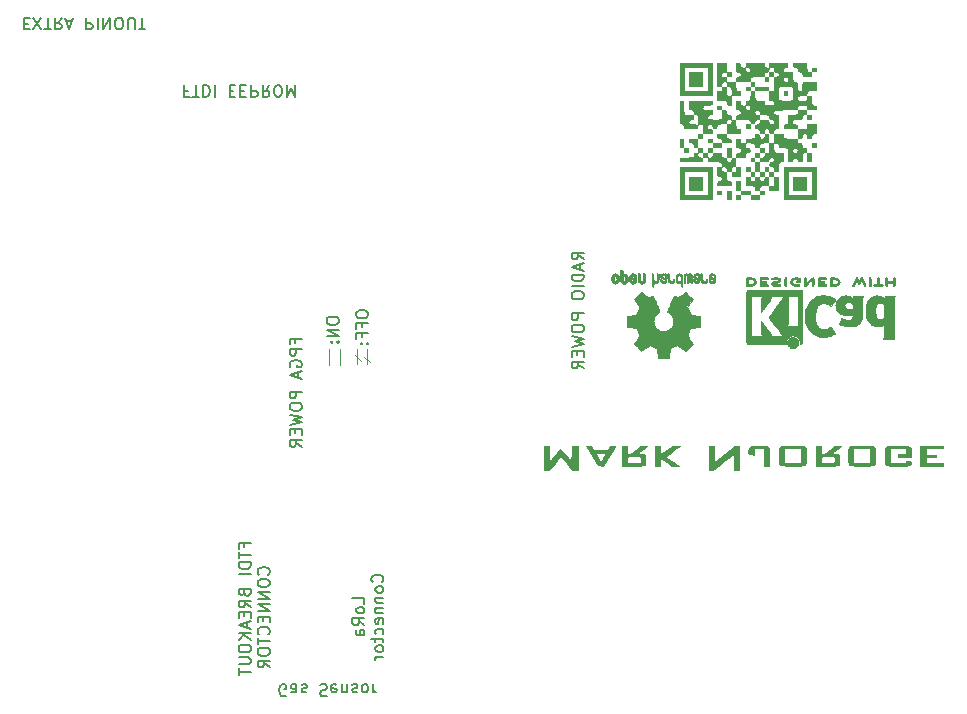
<source format=gbo>
G04 #@! TF.GenerationSoftware,KiCad,Pcbnew,6.0.7*
G04 #@! TF.CreationDate,2022-07-31T19:24:19+02:00*
G04 #@! TF.ProjectId,LoRaDongle_iCE40,4c6f5261-446f-46e6-976c-655f69434534,1.0*
G04 #@! TF.SameCoordinates,Original*
G04 #@! TF.FileFunction,Legend,Bot*
G04 #@! TF.FilePolarity,Positive*
%FSLAX46Y46*%
G04 Gerber Fmt 4.6, Leading zero omitted, Abs format (unit mm)*
G04 Created by KiCad (PCBNEW 6.0.7) date 2022-07-31 19:24:19*
%MOMM*%
%LPD*%
G01*
G04 APERTURE LIST*
%ADD10C,0.120000*%
%ADD11C,0.150000*%
%ADD12C,0.010000*%
G04 APERTURE END LIST*
D10*
X141020000Y-109180000D02*
X141020000Y-107880000D01*
X143180000Y-108400000D02*
X143680000Y-108850000D01*
X141890000Y-109200000D02*
X141890000Y-107900000D01*
X143400000Y-109170000D02*
X143400000Y-107870000D01*
X144230000Y-109160000D02*
X144230000Y-107860000D01*
X143980000Y-108495000D02*
X144480000Y-108945000D01*
D11*
X137330000Y-137200000D02*
X137234761Y-137247619D01*
X137091904Y-137247619D01*
X136949047Y-137200000D01*
X136853809Y-137104761D01*
X136806190Y-137009523D01*
X136758571Y-136819047D01*
X136758571Y-136676190D01*
X136806190Y-136485714D01*
X136853809Y-136390476D01*
X136949047Y-136295238D01*
X137091904Y-136247619D01*
X137187142Y-136247619D01*
X137330000Y-136295238D01*
X137377619Y-136342857D01*
X137377619Y-136676190D01*
X137187142Y-136676190D01*
X138234761Y-136247619D02*
X138234761Y-136771428D01*
X138187142Y-136866666D01*
X138091904Y-136914285D01*
X137901428Y-136914285D01*
X137806190Y-136866666D01*
X138234761Y-136295238D02*
X138139523Y-136247619D01*
X137901428Y-136247619D01*
X137806190Y-136295238D01*
X137758571Y-136390476D01*
X137758571Y-136485714D01*
X137806190Y-136580952D01*
X137901428Y-136628571D01*
X138139523Y-136628571D01*
X138234761Y-136676190D01*
X138663333Y-136295238D02*
X138758571Y-136247619D01*
X138949047Y-136247619D01*
X139044285Y-136295238D01*
X139091904Y-136390476D01*
X139091904Y-136438095D01*
X139044285Y-136533333D01*
X138949047Y-136580952D01*
X138806190Y-136580952D01*
X138710952Y-136628571D01*
X138663333Y-136723809D01*
X138663333Y-136771428D01*
X138710952Y-136866666D01*
X138806190Y-136914285D01*
X138949047Y-136914285D01*
X139044285Y-136866666D01*
X140234761Y-136295238D02*
X140377619Y-136247619D01*
X140615714Y-136247619D01*
X140710952Y-136295238D01*
X140758571Y-136342857D01*
X140806190Y-136438095D01*
X140806190Y-136533333D01*
X140758571Y-136628571D01*
X140710952Y-136676190D01*
X140615714Y-136723809D01*
X140425238Y-136771428D01*
X140330000Y-136819047D01*
X140282380Y-136866666D01*
X140234761Y-136961904D01*
X140234761Y-137057142D01*
X140282380Y-137152380D01*
X140330000Y-137200000D01*
X140425238Y-137247619D01*
X140663333Y-137247619D01*
X140806190Y-137200000D01*
X141615714Y-136295238D02*
X141520476Y-136247619D01*
X141330000Y-136247619D01*
X141234761Y-136295238D01*
X141187142Y-136390476D01*
X141187142Y-136771428D01*
X141234761Y-136866666D01*
X141330000Y-136914285D01*
X141520476Y-136914285D01*
X141615714Y-136866666D01*
X141663333Y-136771428D01*
X141663333Y-136676190D01*
X141187142Y-136580952D01*
X142091904Y-136914285D02*
X142091904Y-136247619D01*
X142091904Y-136819047D02*
X142139523Y-136866666D01*
X142234761Y-136914285D01*
X142377619Y-136914285D01*
X142472857Y-136866666D01*
X142520476Y-136771428D01*
X142520476Y-136247619D01*
X142949047Y-136295238D02*
X143044285Y-136247619D01*
X143234761Y-136247619D01*
X143330000Y-136295238D01*
X143377619Y-136390476D01*
X143377619Y-136438095D01*
X143330000Y-136533333D01*
X143234761Y-136580952D01*
X143091904Y-136580952D01*
X142996666Y-136628571D01*
X142949047Y-136723809D01*
X142949047Y-136771428D01*
X142996666Y-136866666D01*
X143091904Y-136914285D01*
X143234761Y-136914285D01*
X143330000Y-136866666D01*
X143949047Y-136247619D02*
X143853809Y-136295238D01*
X143806190Y-136342857D01*
X143758571Y-136438095D01*
X143758571Y-136723809D01*
X143806190Y-136819047D01*
X143853809Y-136866666D01*
X143949047Y-136914285D01*
X144091904Y-136914285D01*
X144187142Y-136866666D01*
X144234761Y-136819047D01*
X144282380Y-136723809D01*
X144282380Y-136438095D01*
X144234761Y-136342857D01*
X144187142Y-136295238D01*
X144091904Y-136247619D01*
X143949047Y-136247619D01*
X144710952Y-136247619D02*
X144710952Y-136914285D01*
X144710952Y-136723809D02*
X144758571Y-136819047D01*
X144806190Y-136866666D01*
X144901428Y-136914285D01*
X144996666Y-136914285D01*
X138148571Y-107315714D02*
X138148571Y-106982380D01*
X138672380Y-106982380D02*
X137672380Y-106982380D01*
X137672380Y-107458571D01*
X138672380Y-107839523D02*
X137672380Y-107839523D01*
X137672380Y-108220476D01*
X137720000Y-108315714D01*
X137767619Y-108363333D01*
X137862857Y-108410952D01*
X138005714Y-108410952D01*
X138100952Y-108363333D01*
X138148571Y-108315714D01*
X138196190Y-108220476D01*
X138196190Y-107839523D01*
X137720000Y-109363333D02*
X137672380Y-109268095D01*
X137672380Y-109125238D01*
X137720000Y-108982380D01*
X137815238Y-108887142D01*
X137910476Y-108839523D01*
X138100952Y-108791904D01*
X138243809Y-108791904D01*
X138434285Y-108839523D01*
X138529523Y-108887142D01*
X138624761Y-108982380D01*
X138672380Y-109125238D01*
X138672380Y-109220476D01*
X138624761Y-109363333D01*
X138577142Y-109410952D01*
X138243809Y-109410952D01*
X138243809Y-109220476D01*
X138386666Y-109791904D02*
X138386666Y-110268095D01*
X138672380Y-109696666D02*
X137672380Y-110030000D01*
X138672380Y-110363333D01*
X138672380Y-111458571D02*
X137672380Y-111458571D01*
X137672380Y-111839523D01*
X137720000Y-111934761D01*
X137767619Y-111982380D01*
X137862857Y-112030000D01*
X138005714Y-112030000D01*
X138100952Y-111982380D01*
X138148571Y-111934761D01*
X138196190Y-111839523D01*
X138196190Y-111458571D01*
X137672380Y-112649047D02*
X137672380Y-112839523D01*
X137720000Y-112934761D01*
X137815238Y-113030000D01*
X138005714Y-113077619D01*
X138339047Y-113077619D01*
X138529523Y-113030000D01*
X138624761Y-112934761D01*
X138672380Y-112839523D01*
X138672380Y-112649047D01*
X138624761Y-112553809D01*
X138529523Y-112458571D01*
X138339047Y-112410952D01*
X138005714Y-112410952D01*
X137815238Y-112458571D01*
X137720000Y-112553809D01*
X137672380Y-112649047D01*
X137672380Y-113410952D02*
X138672380Y-113649047D01*
X137958095Y-113839523D01*
X138672380Y-114030000D01*
X137672380Y-114268095D01*
X138148571Y-114649047D02*
X138148571Y-114982380D01*
X138672380Y-115125238D02*
X138672380Y-114649047D01*
X137672380Y-114649047D01*
X137672380Y-115125238D01*
X138672380Y-116125238D02*
X138196190Y-115791904D01*
X138672380Y-115553809D02*
X137672380Y-115553809D01*
X137672380Y-115934761D01*
X137720000Y-116030000D01*
X137767619Y-116077619D01*
X137862857Y-116125238D01*
X138005714Y-116125238D01*
X138100952Y-116077619D01*
X138148571Y-116030000D01*
X138196190Y-115934761D01*
X138196190Y-115553809D01*
X115158571Y-80331428D02*
X115491904Y-80331428D01*
X115634761Y-79807619D02*
X115158571Y-79807619D01*
X115158571Y-80807619D01*
X115634761Y-80807619D01*
X115968095Y-80807619D02*
X116634761Y-79807619D01*
X116634761Y-80807619D02*
X115968095Y-79807619D01*
X116872857Y-80807619D02*
X117444285Y-80807619D01*
X117158571Y-79807619D02*
X117158571Y-80807619D01*
X118349047Y-79807619D02*
X118015714Y-80283809D01*
X117777619Y-79807619D02*
X117777619Y-80807619D01*
X118158571Y-80807619D01*
X118253809Y-80760000D01*
X118301428Y-80712380D01*
X118349047Y-80617142D01*
X118349047Y-80474285D01*
X118301428Y-80379047D01*
X118253809Y-80331428D01*
X118158571Y-80283809D01*
X117777619Y-80283809D01*
X118730000Y-80093333D02*
X119206190Y-80093333D01*
X118634761Y-79807619D02*
X118968095Y-80807619D01*
X119301428Y-79807619D01*
X120396666Y-79807619D02*
X120396666Y-80807619D01*
X120777619Y-80807619D01*
X120872857Y-80760000D01*
X120920476Y-80712380D01*
X120968095Y-80617142D01*
X120968095Y-80474285D01*
X120920476Y-80379047D01*
X120872857Y-80331428D01*
X120777619Y-80283809D01*
X120396666Y-80283809D01*
X121396666Y-79807619D02*
X121396666Y-80807619D01*
X121872857Y-79807619D02*
X121872857Y-80807619D01*
X122444285Y-79807619D01*
X122444285Y-80807619D01*
X123110952Y-80807619D02*
X123301428Y-80807619D01*
X123396666Y-80760000D01*
X123491904Y-80664761D01*
X123539523Y-80474285D01*
X123539523Y-80140952D01*
X123491904Y-79950476D01*
X123396666Y-79855238D01*
X123301428Y-79807619D01*
X123110952Y-79807619D01*
X123015714Y-79855238D01*
X122920476Y-79950476D01*
X122872857Y-80140952D01*
X122872857Y-80474285D01*
X122920476Y-80664761D01*
X123015714Y-80760000D01*
X123110952Y-80807619D01*
X123968095Y-80807619D02*
X123968095Y-79998095D01*
X124015714Y-79902857D01*
X124063333Y-79855238D01*
X124158571Y-79807619D01*
X124349047Y-79807619D01*
X124444285Y-79855238D01*
X124491904Y-79902857D01*
X124539523Y-79998095D01*
X124539523Y-80807619D01*
X124872857Y-80807619D02*
X125444285Y-80807619D01*
X125158571Y-79807619D02*
X125158571Y-80807619D01*
X133823571Y-124643333D02*
X133823571Y-124310000D01*
X134347380Y-124310000D02*
X133347380Y-124310000D01*
X133347380Y-124786190D01*
X133347380Y-125024285D02*
X133347380Y-125595714D01*
X134347380Y-125310000D02*
X133347380Y-125310000D01*
X134347380Y-125929047D02*
X133347380Y-125929047D01*
X133347380Y-126167142D01*
X133395000Y-126310000D01*
X133490238Y-126405238D01*
X133585476Y-126452857D01*
X133775952Y-126500476D01*
X133918809Y-126500476D01*
X134109285Y-126452857D01*
X134204523Y-126405238D01*
X134299761Y-126310000D01*
X134347380Y-126167142D01*
X134347380Y-125929047D01*
X134347380Y-126929047D02*
X133347380Y-126929047D01*
X133823571Y-128500476D02*
X133871190Y-128643333D01*
X133918809Y-128690952D01*
X134014047Y-128738571D01*
X134156904Y-128738571D01*
X134252142Y-128690952D01*
X134299761Y-128643333D01*
X134347380Y-128548095D01*
X134347380Y-128167142D01*
X133347380Y-128167142D01*
X133347380Y-128500476D01*
X133395000Y-128595714D01*
X133442619Y-128643333D01*
X133537857Y-128690952D01*
X133633095Y-128690952D01*
X133728333Y-128643333D01*
X133775952Y-128595714D01*
X133823571Y-128500476D01*
X133823571Y-128167142D01*
X134347380Y-129738571D02*
X133871190Y-129405238D01*
X134347380Y-129167142D02*
X133347380Y-129167142D01*
X133347380Y-129548095D01*
X133395000Y-129643333D01*
X133442619Y-129690952D01*
X133537857Y-129738571D01*
X133680714Y-129738571D01*
X133775952Y-129690952D01*
X133823571Y-129643333D01*
X133871190Y-129548095D01*
X133871190Y-129167142D01*
X133823571Y-130167142D02*
X133823571Y-130500476D01*
X134347380Y-130643333D02*
X134347380Y-130167142D01*
X133347380Y-130167142D01*
X133347380Y-130643333D01*
X134061666Y-131024285D02*
X134061666Y-131500476D01*
X134347380Y-130929047D02*
X133347380Y-131262380D01*
X134347380Y-131595714D01*
X134347380Y-131929047D02*
X133347380Y-131929047D01*
X134347380Y-132500476D02*
X133775952Y-132071904D01*
X133347380Y-132500476D02*
X133918809Y-131929047D01*
X133347380Y-133119523D02*
X133347380Y-133310000D01*
X133395000Y-133405238D01*
X133490238Y-133500476D01*
X133680714Y-133548095D01*
X134014047Y-133548095D01*
X134204523Y-133500476D01*
X134299761Y-133405238D01*
X134347380Y-133310000D01*
X134347380Y-133119523D01*
X134299761Y-133024285D01*
X134204523Y-132929047D01*
X134014047Y-132881428D01*
X133680714Y-132881428D01*
X133490238Y-132929047D01*
X133395000Y-133024285D01*
X133347380Y-133119523D01*
X133347380Y-133976666D02*
X134156904Y-133976666D01*
X134252142Y-134024285D01*
X134299761Y-134071904D01*
X134347380Y-134167142D01*
X134347380Y-134357619D01*
X134299761Y-134452857D01*
X134252142Y-134500476D01*
X134156904Y-134548095D01*
X133347380Y-134548095D01*
X133347380Y-134881428D02*
X133347380Y-135452857D01*
X134347380Y-135167142D02*
X133347380Y-135167142D01*
X135862142Y-126952857D02*
X135909761Y-126905238D01*
X135957380Y-126762380D01*
X135957380Y-126667142D01*
X135909761Y-126524285D01*
X135814523Y-126429047D01*
X135719285Y-126381428D01*
X135528809Y-126333809D01*
X135385952Y-126333809D01*
X135195476Y-126381428D01*
X135100238Y-126429047D01*
X135005000Y-126524285D01*
X134957380Y-126667142D01*
X134957380Y-126762380D01*
X135005000Y-126905238D01*
X135052619Y-126952857D01*
X134957380Y-127571904D02*
X134957380Y-127762380D01*
X135005000Y-127857619D01*
X135100238Y-127952857D01*
X135290714Y-128000476D01*
X135624047Y-128000476D01*
X135814523Y-127952857D01*
X135909761Y-127857619D01*
X135957380Y-127762380D01*
X135957380Y-127571904D01*
X135909761Y-127476666D01*
X135814523Y-127381428D01*
X135624047Y-127333809D01*
X135290714Y-127333809D01*
X135100238Y-127381428D01*
X135005000Y-127476666D01*
X134957380Y-127571904D01*
X135957380Y-128429047D02*
X134957380Y-128429047D01*
X135957380Y-129000476D01*
X134957380Y-129000476D01*
X135957380Y-129476666D02*
X134957380Y-129476666D01*
X135957380Y-130048095D01*
X134957380Y-130048095D01*
X135433571Y-130524285D02*
X135433571Y-130857619D01*
X135957380Y-131000476D02*
X135957380Y-130524285D01*
X134957380Y-130524285D01*
X134957380Y-131000476D01*
X135862142Y-132000476D02*
X135909761Y-131952857D01*
X135957380Y-131810000D01*
X135957380Y-131714761D01*
X135909761Y-131571904D01*
X135814523Y-131476666D01*
X135719285Y-131429047D01*
X135528809Y-131381428D01*
X135385952Y-131381428D01*
X135195476Y-131429047D01*
X135100238Y-131476666D01*
X135005000Y-131571904D01*
X134957380Y-131714761D01*
X134957380Y-131810000D01*
X135005000Y-131952857D01*
X135052619Y-132000476D01*
X134957380Y-132286190D02*
X134957380Y-132857619D01*
X135957380Y-132571904D02*
X134957380Y-132571904D01*
X134957380Y-133381428D02*
X134957380Y-133571904D01*
X135005000Y-133667142D01*
X135100238Y-133762380D01*
X135290714Y-133810000D01*
X135624047Y-133810000D01*
X135814523Y-133762380D01*
X135909761Y-133667142D01*
X135957380Y-133571904D01*
X135957380Y-133381428D01*
X135909761Y-133286190D01*
X135814523Y-133190952D01*
X135624047Y-133143333D01*
X135290714Y-133143333D01*
X135100238Y-133190952D01*
X135005000Y-133286190D01*
X134957380Y-133381428D01*
X135957380Y-134810000D02*
X135481190Y-134476666D01*
X135957380Y-134238571D02*
X134957380Y-134238571D01*
X134957380Y-134619523D01*
X135005000Y-134714761D01*
X135052619Y-134762380D01*
X135147857Y-134810000D01*
X135290714Y-134810000D01*
X135385952Y-134762380D01*
X135433571Y-134714761D01*
X135481190Y-134619523D01*
X135481190Y-134238571D01*
X162542380Y-100270476D02*
X162066190Y-99937142D01*
X162542380Y-99699047D02*
X161542380Y-99699047D01*
X161542380Y-100080000D01*
X161590000Y-100175238D01*
X161637619Y-100222857D01*
X161732857Y-100270476D01*
X161875714Y-100270476D01*
X161970952Y-100222857D01*
X162018571Y-100175238D01*
X162066190Y-100080000D01*
X162066190Y-99699047D01*
X162256666Y-100651428D02*
X162256666Y-101127619D01*
X162542380Y-100556190D02*
X161542380Y-100889523D01*
X162542380Y-101222857D01*
X162542380Y-101556190D02*
X161542380Y-101556190D01*
X161542380Y-101794285D01*
X161590000Y-101937142D01*
X161685238Y-102032380D01*
X161780476Y-102080000D01*
X161970952Y-102127619D01*
X162113809Y-102127619D01*
X162304285Y-102080000D01*
X162399523Y-102032380D01*
X162494761Y-101937142D01*
X162542380Y-101794285D01*
X162542380Y-101556190D01*
X162542380Y-102556190D02*
X161542380Y-102556190D01*
X161542380Y-103222857D02*
X161542380Y-103413333D01*
X161590000Y-103508571D01*
X161685238Y-103603809D01*
X161875714Y-103651428D01*
X162209047Y-103651428D01*
X162399523Y-103603809D01*
X162494761Y-103508571D01*
X162542380Y-103413333D01*
X162542380Y-103222857D01*
X162494761Y-103127619D01*
X162399523Y-103032380D01*
X162209047Y-102984761D01*
X161875714Y-102984761D01*
X161685238Y-103032380D01*
X161590000Y-103127619D01*
X161542380Y-103222857D01*
X162542380Y-104841904D02*
X161542380Y-104841904D01*
X161542380Y-105222857D01*
X161590000Y-105318095D01*
X161637619Y-105365714D01*
X161732857Y-105413333D01*
X161875714Y-105413333D01*
X161970952Y-105365714D01*
X162018571Y-105318095D01*
X162066190Y-105222857D01*
X162066190Y-104841904D01*
X161542380Y-106032380D02*
X161542380Y-106222857D01*
X161590000Y-106318095D01*
X161685238Y-106413333D01*
X161875714Y-106460952D01*
X162209047Y-106460952D01*
X162399523Y-106413333D01*
X162494761Y-106318095D01*
X162542380Y-106222857D01*
X162542380Y-106032380D01*
X162494761Y-105937142D01*
X162399523Y-105841904D01*
X162209047Y-105794285D01*
X161875714Y-105794285D01*
X161685238Y-105841904D01*
X161590000Y-105937142D01*
X161542380Y-106032380D01*
X161542380Y-106794285D02*
X162542380Y-107032380D01*
X161828095Y-107222857D01*
X162542380Y-107413333D01*
X161542380Y-107651428D01*
X162018571Y-108032380D02*
X162018571Y-108365714D01*
X162542380Y-108508571D02*
X162542380Y-108032380D01*
X161542380Y-108032380D01*
X161542380Y-108508571D01*
X162542380Y-109508571D02*
X162066190Y-109175238D01*
X162542380Y-108937142D02*
X161542380Y-108937142D01*
X161542380Y-109318095D01*
X161590000Y-109413333D01*
X161637619Y-109460952D01*
X161732857Y-109508571D01*
X161875714Y-109508571D01*
X161970952Y-109460952D01*
X162018571Y-109413333D01*
X162066190Y-109318095D01*
X162066190Y-108937142D01*
X129042857Y-86041428D02*
X128709523Y-86041428D01*
X128709523Y-85517619D02*
X128709523Y-86517619D01*
X129185714Y-86517619D01*
X129423809Y-86517619D02*
X129995238Y-86517619D01*
X129709523Y-85517619D02*
X129709523Y-86517619D01*
X130328571Y-85517619D02*
X130328571Y-86517619D01*
X130566666Y-86517619D01*
X130709523Y-86470000D01*
X130804761Y-86374761D01*
X130852380Y-86279523D01*
X130900000Y-86089047D01*
X130900000Y-85946190D01*
X130852380Y-85755714D01*
X130804761Y-85660476D01*
X130709523Y-85565238D01*
X130566666Y-85517619D01*
X130328571Y-85517619D01*
X131328571Y-85517619D02*
X131328571Y-86517619D01*
X132566666Y-86041428D02*
X132900000Y-86041428D01*
X133042857Y-85517619D02*
X132566666Y-85517619D01*
X132566666Y-86517619D01*
X133042857Y-86517619D01*
X133471428Y-86041428D02*
X133804761Y-86041428D01*
X133947619Y-85517619D02*
X133471428Y-85517619D01*
X133471428Y-86517619D01*
X133947619Y-86517619D01*
X134376190Y-85517619D02*
X134376190Y-86517619D01*
X134757142Y-86517619D01*
X134852380Y-86470000D01*
X134900000Y-86422380D01*
X134947619Y-86327142D01*
X134947619Y-86184285D01*
X134900000Y-86089047D01*
X134852380Y-86041428D01*
X134757142Y-85993809D01*
X134376190Y-85993809D01*
X135947619Y-85517619D02*
X135614285Y-85993809D01*
X135376190Y-85517619D02*
X135376190Y-86517619D01*
X135757142Y-86517619D01*
X135852380Y-86470000D01*
X135900000Y-86422380D01*
X135947619Y-86327142D01*
X135947619Y-86184285D01*
X135900000Y-86089047D01*
X135852380Y-86041428D01*
X135757142Y-85993809D01*
X135376190Y-85993809D01*
X136566666Y-86517619D02*
X136757142Y-86517619D01*
X136852380Y-86470000D01*
X136947619Y-86374761D01*
X136995238Y-86184285D01*
X136995238Y-85850952D01*
X136947619Y-85660476D01*
X136852380Y-85565238D01*
X136757142Y-85517619D01*
X136566666Y-85517619D01*
X136471428Y-85565238D01*
X136376190Y-85660476D01*
X136328571Y-85850952D01*
X136328571Y-86184285D01*
X136376190Y-86374761D01*
X136471428Y-86470000D01*
X136566666Y-86517619D01*
X137423809Y-85517619D02*
X137423809Y-86517619D01*
X137757142Y-85803333D01*
X138090476Y-86517619D01*
X138090476Y-85517619D01*
X143977380Y-129434761D02*
X143977380Y-128958571D01*
X142977380Y-128958571D01*
X143977380Y-129910952D02*
X143929761Y-129815714D01*
X143882142Y-129768095D01*
X143786904Y-129720476D01*
X143501190Y-129720476D01*
X143405952Y-129768095D01*
X143358333Y-129815714D01*
X143310714Y-129910952D01*
X143310714Y-130053809D01*
X143358333Y-130149047D01*
X143405952Y-130196666D01*
X143501190Y-130244285D01*
X143786904Y-130244285D01*
X143882142Y-130196666D01*
X143929761Y-130149047D01*
X143977380Y-130053809D01*
X143977380Y-129910952D01*
X143977380Y-131244285D02*
X143501190Y-130910952D01*
X143977380Y-130672857D02*
X142977380Y-130672857D01*
X142977380Y-131053809D01*
X143025000Y-131149047D01*
X143072619Y-131196666D01*
X143167857Y-131244285D01*
X143310714Y-131244285D01*
X143405952Y-131196666D01*
X143453571Y-131149047D01*
X143501190Y-131053809D01*
X143501190Y-130672857D01*
X143977380Y-132101428D02*
X143453571Y-132101428D01*
X143358333Y-132053809D01*
X143310714Y-131958571D01*
X143310714Y-131768095D01*
X143358333Y-131672857D01*
X143929761Y-132101428D02*
X143977380Y-132006190D01*
X143977380Y-131768095D01*
X143929761Y-131672857D01*
X143834523Y-131625238D01*
X143739285Y-131625238D01*
X143644047Y-131672857D01*
X143596428Y-131768095D01*
X143596428Y-132006190D01*
X143548809Y-132101428D01*
X145492142Y-127577619D02*
X145539761Y-127530000D01*
X145587380Y-127387142D01*
X145587380Y-127291904D01*
X145539761Y-127149047D01*
X145444523Y-127053809D01*
X145349285Y-127006190D01*
X145158809Y-126958571D01*
X145015952Y-126958571D01*
X144825476Y-127006190D01*
X144730238Y-127053809D01*
X144635000Y-127149047D01*
X144587380Y-127291904D01*
X144587380Y-127387142D01*
X144635000Y-127530000D01*
X144682619Y-127577619D01*
X145587380Y-128149047D02*
X145539761Y-128053809D01*
X145492142Y-128006190D01*
X145396904Y-127958571D01*
X145111190Y-127958571D01*
X145015952Y-128006190D01*
X144968333Y-128053809D01*
X144920714Y-128149047D01*
X144920714Y-128291904D01*
X144968333Y-128387142D01*
X145015952Y-128434761D01*
X145111190Y-128482380D01*
X145396904Y-128482380D01*
X145492142Y-128434761D01*
X145539761Y-128387142D01*
X145587380Y-128291904D01*
X145587380Y-128149047D01*
X144920714Y-128910952D02*
X145587380Y-128910952D01*
X145015952Y-128910952D02*
X144968333Y-128958571D01*
X144920714Y-129053809D01*
X144920714Y-129196666D01*
X144968333Y-129291904D01*
X145063571Y-129339523D01*
X145587380Y-129339523D01*
X144920714Y-129815714D02*
X145587380Y-129815714D01*
X145015952Y-129815714D02*
X144968333Y-129863333D01*
X144920714Y-129958571D01*
X144920714Y-130101428D01*
X144968333Y-130196666D01*
X145063571Y-130244285D01*
X145587380Y-130244285D01*
X145539761Y-131101428D02*
X145587380Y-131006190D01*
X145587380Y-130815714D01*
X145539761Y-130720476D01*
X145444523Y-130672857D01*
X145063571Y-130672857D01*
X144968333Y-130720476D01*
X144920714Y-130815714D01*
X144920714Y-131006190D01*
X144968333Y-131101428D01*
X145063571Y-131149047D01*
X145158809Y-131149047D01*
X145254047Y-130672857D01*
X145539761Y-132006190D02*
X145587380Y-131910952D01*
X145587380Y-131720476D01*
X145539761Y-131625238D01*
X145492142Y-131577619D01*
X145396904Y-131530000D01*
X145111190Y-131530000D01*
X145015952Y-131577619D01*
X144968333Y-131625238D01*
X144920714Y-131720476D01*
X144920714Y-131910952D01*
X144968333Y-132006190D01*
X144920714Y-132291904D02*
X144920714Y-132672857D01*
X144587380Y-132434761D02*
X145444523Y-132434761D01*
X145539761Y-132482380D01*
X145587380Y-132577619D01*
X145587380Y-132672857D01*
X145587380Y-133149047D02*
X145539761Y-133053809D01*
X145492142Y-133006190D01*
X145396904Y-132958571D01*
X145111190Y-132958571D01*
X145015952Y-133006190D01*
X144968333Y-133053809D01*
X144920714Y-133149047D01*
X144920714Y-133291904D01*
X144968333Y-133387142D01*
X145015952Y-133434761D01*
X145111190Y-133482380D01*
X145396904Y-133482380D01*
X145492142Y-133434761D01*
X145539761Y-133387142D01*
X145587380Y-133291904D01*
X145587380Y-133149047D01*
X145587380Y-133910952D02*
X144920714Y-133910952D01*
X145111190Y-133910952D02*
X145015952Y-133958571D01*
X144968333Y-134006190D01*
X144920714Y-134101428D01*
X144920714Y-134196666D01*
X143292380Y-104829523D02*
X143292380Y-105020000D01*
X143340000Y-105115238D01*
X143435238Y-105210476D01*
X143625714Y-105258095D01*
X143959047Y-105258095D01*
X144149523Y-105210476D01*
X144244761Y-105115238D01*
X144292380Y-105020000D01*
X144292380Y-104829523D01*
X144244761Y-104734285D01*
X144149523Y-104639047D01*
X143959047Y-104591428D01*
X143625714Y-104591428D01*
X143435238Y-104639047D01*
X143340000Y-104734285D01*
X143292380Y-104829523D01*
X143768571Y-106020000D02*
X143768571Y-105686666D01*
X144292380Y-105686666D02*
X143292380Y-105686666D01*
X143292380Y-106162857D01*
X143768571Y-106877142D02*
X143768571Y-106543809D01*
X144292380Y-106543809D02*
X143292380Y-106543809D01*
X143292380Y-107020000D01*
X144197142Y-107400952D02*
X144244761Y-107448571D01*
X144292380Y-107400952D01*
X144244761Y-107353333D01*
X144197142Y-107400952D01*
X144292380Y-107400952D01*
X143673333Y-107400952D02*
X143720952Y-107448571D01*
X143768571Y-107400952D01*
X143720952Y-107353333D01*
X143673333Y-107400952D01*
X143768571Y-107400952D01*
X140802380Y-105362857D02*
X140802380Y-105553333D01*
X140850000Y-105648571D01*
X140945238Y-105743809D01*
X141135714Y-105791428D01*
X141469047Y-105791428D01*
X141659523Y-105743809D01*
X141754761Y-105648571D01*
X141802380Y-105553333D01*
X141802380Y-105362857D01*
X141754761Y-105267619D01*
X141659523Y-105172380D01*
X141469047Y-105124761D01*
X141135714Y-105124761D01*
X140945238Y-105172380D01*
X140850000Y-105267619D01*
X140802380Y-105362857D01*
X141802380Y-106220000D02*
X140802380Y-106220000D01*
X141802380Y-106791428D01*
X140802380Y-106791428D01*
X141707142Y-107267619D02*
X141754761Y-107315238D01*
X141802380Y-107267619D01*
X141754761Y-107220000D01*
X141707142Y-107267619D01*
X141802380Y-107267619D01*
X141183333Y-107267619D02*
X141230952Y-107315238D01*
X141278571Y-107267619D01*
X141230952Y-107220000D01*
X141183333Y-107267619D01*
X141278571Y-107267619D01*
G36*
X186414732Y-104479842D02*
G01*
X186423311Y-104328406D01*
X186442167Y-104191717D01*
X186472163Y-104065724D01*
X186514164Y-103946375D01*
X186569031Y-103829619D01*
X186635833Y-103718821D01*
X186726637Y-103605261D01*
X186830292Y-103509789D01*
X186946113Y-103432927D01*
X187073414Y-103375203D01*
X187211511Y-103337142D01*
X187249207Y-103331334D01*
X187328248Y-103325604D01*
X187416371Y-103325417D01*
X187505764Y-103330461D01*
X187588616Y-103340422D01*
X187657113Y-103354988D01*
X187687965Y-103364636D01*
X187765270Y-103394877D01*
X187842321Y-103432383D01*
X187911800Y-103473386D01*
X187966385Y-103514121D01*
X187989084Y-103533495D01*
X188011799Y-103551338D01*
X188023221Y-103558222D01*
X188024463Y-103556576D01*
X188027272Y-103538795D01*
X188029224Y-103505630D01*
X188029955Y-103462267D01*
X188029955Y-103366311D01*
X188888104Y-103366311D01*
X188853839Y-103427026D01*
X188848645Y-103436132D01*
X188840285Y-103450751D01*
X188832712Y-103464827D01*
X188825888Y-103479460D01*
X188819773Y-103495751D01*
X188814327Y-103514802D01*
X188809513Y-103537714D01*
X188805292Y-103565587D01*
X188801623Y-103599522D01*
X188798469Y-103640621D01*
X188795789Y-103689985D01*
X188793546Y-103748714D01*
X188791701Y-103817910D01*
X188790213Y-103898674D01*
X188789045Y-103992106D01*
X188788156Y-104099308D01*
X188787509Y-104221380D01*
X188787064Y-104359424D01*
X188786782Y-104514541D01*
X188786625Y-104687832D01*
X188786552Y-104880397D01*
X188786526Y-105093338D01*
X188786507Y-105327755D01*
X188786311Y-107012622D01*
X187880983Y-107012622D01*
X187905415Y-106975933D01*
X187911682Y-106966353D01*
X187937792Y-106920019D01*
X187955531Y-106872898D01*
X187967092Y-106817749D01*
X187974669Y-106747333D01*
X187975161Y-106740350D01*
X187976938Y-106702359D01*
X187978556Y-106648424D01*
X187980001Y-106581297D01*
X187981260Y-106503729D01*
X187982320Y-106418472D01*
X187983171Y-106328276D01*
X187983797Y-106235893D01*
X187984188Y-106144075D01*
X187984330Y-106055573D01*
X187984210Y-105973138D01*
X187983817Y-105899521D01*
X187983138Y-105837474D01*
X187982159Y-105789749D01*
X187980868Y-105759096D01*
X187979253Y-105748267D01*
X187971043Y-105752667D01*
X187949353Y-105767638D01*
X187919986Y-105789552D01*
X187871121Y-105823764D01*
X187782875Y-105870286D01*
X187684084Y-105903954D01*
X187571490Y-105925769D01*
X187441836Y-105936735D01*
X187349330Y-105937781D01*
X187227989Y-105927986D01*
X187117901Y-105903826D01*
X187014611Y-105864215D01*
X186913662Y-105808068D01*
X186868497Y-105777117D01*
X186763089Y-105685885D01*
X186671462Y-105576894D01*
X186593668Y-105450274D01*
X186529759Y-105306155D01*
X186479786Y-105144668D01*
X186443802Y-104965941D01*
X186421857Y-104770105D01*
X186416100Y-104614066D01*
X187245217Y-104614066D01*
X187247670Y-104707280D01*
X187252739Y-104795406D01*
X187260381Y-104873212D01*
X187270552Y-104935467D01*
X187271833Y-104941334D01*
X187300874Y-105051879D01*
X187335390Y-105142425D01*
X187376544Y-105215047D01*
X187425501Y-105271819D01*
X187483426Y-105314816D01*
X187515380Y-105330385D01*
X187588216Y-105349278D01*
X187669557Y-105352535D01*
X187754681Y-105340611D01*
X187838867Y-105313960D01*
X187917392Y-105273038D01*
X187984800Y-105229470D01*
X187984800Y-104079279D01*
X187914244Y-104032911D01*
X187873583Y-104009209D01*
X187819454Y-103983361D01*
X187770311Y-103965171D01*
X187706835Y-103949449D01*
X187610669Y-103938459D01*
X187526100Y-103946635D01*
X187452781Y-103974195D01*
X187390363Y-104021358D01*
X187338498Y-104088342D01*
X187296840Y-104175367D01*
X187265038Y-104282650D01*
X187262455Y-104294991D01*
X187254000Y-104356228D01*
X187248337Y-104433308D01*
X187245424Y-104520998D01*
X187245217Y-104614066D01*
X186416100Y-104614066D01*
X186414006Y-104557289D01*
X186414732Y-104479842D01*
G37*
D12*
X186414732Y-104479842D02*
X186423311Y-104328406D01*
X186442167Y-104191717D01*
X186472163Y-104065724D01*
X186514164Y-103946375D01*
X186569031Y-103829619D01*
X186635833Y-103718821D01*
X186726637Y-103605261D01*
X186830292Y-103509789D01*
X186946113Y-103432927D01*
X187073414Y-103375203D01*
X187211511Y-103337142D01*
X187249207Y-103331334D01*
X187328248Y-103325604D01*
X187416371Y-103325417D01*
X187505764Y-103330461D01*
X187588616Y-103340422D01*
X187657113Y-103354988D01*
X187687965Y-103364636D01*
X187765270Y-103394877D01*
X187842321Y-103432383D01*
X187911800Y-103473386D01*
X187966385Y-103514121D01*
X187989084Y-103533495D01*
X188011799Y-103551338D01*
X188023221Y-103558222D01*
X188024463Y-103556576D01*
X188027272Y-103538795D01*
X188029224Y-103505630D01*
X188029955Y-103462267D01*
X188029955Y-103366311D01*
X188888104Y-103366311D01*
X188853839Y-103427026D01*
X188848645Y-103436132D01*
X188840285Y-103450751D01*
X188832712Y-103464827D01*
X188825888Y-103479460D01*
X188819773Y-103495751D01*
X188814327Y-103514802D01*
X188809513Y-103537714D01*
X188805292Y-103565587D01*
X188801623Y-103599522D01*
X188798469Y-103640621D01*
X188795789Y-103689985D01*
X188793546Y-103748714D01*
X188791701Y-103817910D01*
X188790213Y-103898674D01*
X188789045Y-103992106D01*
X188788156Y-104099308D01*
X188787509Y-104221380D01*
X188787064Y-104359424D01*
X188786782Y-104514541D01*
X188786625Y-104687832D01*
X188786552Y-104880397D01*
X188786526Y-105093338D01*
X188786507Y-105327755D01*
X188786311Y-107012622D01*
X187880983Y-107012622D01*
X187905415Y-106975933D01*
X187911682Y-106966353D01*
X187937792Y-106920019D01*
X187955531Y-106872898D01*
X187967092Y-106817749D01*
X187974669Y-106747333D01*
X187975161Y-106740350D01*
X187976938Y-106702359D01*
X187978556Y-106648424D01*
X187980001Y-106581297D01*
X187981260Y-106503729D01*
X187982320Y-106418472D01*
X187983171Y-106328276D01*
X187983797Y-106235893D01*
X187984188Y-106144075D01*
X187984330Y-106055573D01*
X187984210Y-105973138D01*
X187983817Y-105899521D01*
X187983138Y-105837474D01*
X187982159Y-105789749D01*
X187980868Y-105759096D01*
X187979253Y-105748267D01*
X187971043Y-105752667D01*
X187949353Y-105767638D01*
X187919986Y-105789552D01*
X187871121Y-105823764D01*
X187782875Y-105870286D01*
X187684084Y-105903954D01*
X187571490Y-105925769D01*
X187441836Y-105936735D01*
X187349330Y-105937781D01*
X187227989Y-105927986D01*
X187117901Y-105903826D01*
X187014611Y-105864215D01*
X186913662Y-105808068D01*
X186868497Y-105777117D01*
X186763089Y-105685885D01*
X186671462Y-105576894D01*
X186593668Y-105450274D01*
X186529759Y-105306155D01*
X186479786Y-105144668D01*
X186443802Y-104965941D01*
X186421857Y-104770105D01*
X186416100Y-104614066D01*
X187245217Y-104614066D01*
X187247670Y-104707280D01*
X187252739Y-104795406D01*
X187260381Y-104873212D01*
X187270552Y-104935467D01*
X187271833Y-104941334D01*
X187300874Y-105051879D01*
X187335390Y-105142425D01*
X187376544Y-105215047D01*
X187425501Y-105271819D01*
X187483426Y-105314816D01*
X187515380Y-105330385D01*
X187588216Y-105349278D01*
X187669557Y-105352535D01*
X187754681Y-105340611D01*
X187838867Y-105313960D01*
X187917392Y-105273038D01*
X187984800Y-105229470D01*
X187984800Y-104079279D01*
X187914244Y-104032911D01*
X187873583Y-104009209D01*
X187819454Y-103983361D01*
X187770311Y-103965171D01*
X187706835Y-103949449D01*
X187610669Y-103938459D01*
X187526100Y-103946635D01*
X187452781Y-103974195D01*
X187390363Y-104021358D01*
X187338498Y-104088342D01*
X187296840Y-104175367D01*
X187265038Y-104282650D01*
X187262455Y-104294991D01*
X187254000Y-104356228D01*
X187248337Y-104433308D01*
X187245424Y-104520998D01*
X187245217Y-104614066D01*
X186416100Y-104614066D01*
X186414006Y-104557289D01*
X186414732Y-104479842D01*
G36*
X187510666Y-101819733D02*
G01*
X187517645Y-101827809D01*
X187523117Y-101838407D01*
X187527137Y-101854251D01*
X187529928Y-101878227D01*
X187531712Y-101913226D01*
X187532711Y-101962136D01*
X187533148Y-102027846D01*
X187533244Y-102113244D01*
X187533244Y-102384178D01*
X187679180Y-102384178D01*
X187690280Y-102384179D01*
X187746798Y-102384404D01*
X187785642Y-102385543D01*
X187811035Y-102388343D01*
X187827196Y-102393550D01*
X187838348Y-102401911D01*
X187848711Y-102414174D01*
X187864559Y-102444862D01*
X187861457Y-102478642D01*
X187835813Y-102511178D01*
X187830871Y-102514895D01*
X187820662Y-102519731D01*
X187805236Y-102523494D01*
X187782114Y-102526317D01*
X187748817Y-102528330D01*
X187702863Y-102529667D01*
X187641772Y-102530458D01*
X187563065Y-102530837D01*
X187464260Y-102530933D01*
X187444233Y-102530932D01*
X187350110Y-102530842D01*
X187275595Y-102530502D01*
X187218189Y-102529761D01*
X187175389Y-102528465D01*
X187144696Y-102526463D01*
X187123609Y-102523604D01*
X187109627Y-102519734D01*
X187100250Y-102514702D01*
X187092978Y-102508355D01*
X187074172Y-102475638D01*
X187072725Y-102438061D01*
X187089083Y-102404822D01*
X187090443Y-102403369D01*
X187101646Y-102395008D01*
X187118748Y-102389453D01*
X187145918Y-102386160D01*
X187187322Y-102384582D01*
X187247127Y-102384178D01*
X187386489Y-102384178D01*
X187386489Y-102120411D01*
X187386564Y-102044583D01*
X187386972Y-101977917D01*
X187387954Y-101928133D01*
X187389750Y-101892216D01*
X187392601Y-101867150D01*
X187396747Y-101849919D01*
X187402429Y-101837508D01*
X187409886Y-101826900D01*
X187412176Y-101824094D01*
X187443354Y-101801452D01*
X187477734Y-101799888D01*
X187510666Y-101819733D01*
G37*
X187510666Y-101819733D02*
X187517645Y-101827809D01*
X187523117Y-101838407D01*
X187527137Y-101854251D01*
X187529928Y-101878227D01*
X187531712Y-101913226D01*
X187532711Y-101962136D01*
X187533148Y-102027846D01*
X187533244Y-102113244D01*
X187533244Y-102384178D01*
X187679180Y-102384178D01*
X187690280Y-102384179D01*
X187746798Y-102384404D01*
X187785642Y-102385543D01*
X187811035Y-102388343D01*
X187827196Y-102393550D01*
X187838348Y-102401911D01*
X187848711Y-102414174D01*
X187864559Y-102444862D01*
X187861457Y-102478642D01*
X187835813Y-102511178D01*
X187830871Y-102514895D01*
X187820662Y-102519731D01*
X187805236Y-102523494D01*
X187782114Y-102526317D01*
X187748817Y-102528330D01*
X187702863Y-102529667D01*
X187641772Y-102530458D01*
X187563065Y-102530837D01*
X187464260Y-102530933D01*
X187444233Y-102530932D01*
X187350110Y-102530842D01*
X187275595Y-102530502D01*
X187218189Y-102529761D01*
X187175389Y-102528465D01*
X187144696Y-102526463D01*
X187123609Y-102523604D01*
X187109627Y-102519734D01*
X187100250Y-102514702D01*
X187092978Y-102508355D01*
X187074172Y-102475638D01*
X187072725Y-102438061D01*
X187089083Y-102404822D01*
X187090443Y-102403369D01*
X187101646Y-102395008D01*
X187118748Y-102389453D01*
X187145918Y-102386160D01*
X187187322Y-102384582D01*
X187247127Y-102384178D01*
X187386489Y-102384178D01*
X187386489Y-102120411D01*
X187386564Y-102044583D01*
X187386972Y-101977917D01*
X187387954Y-101928133D01*
X187389750Y-101892216D01*
X187392601Y-101867150D01*
X187396747Y-101849919D01*
X187402429Y-101837508D01*
X187409886Y-101826900D01*
X187412176Y-101824094D01*
X187443354Y-101801452D01*
X187477734Y-101799888D01*
X187510666Y-101819733D01*
G36*
X176323130Y-102264959D02*
G01*
X176323378Y-102164044D01*
X176323417Y-102088383D01*
X176323672Y-102010474D01*
X176324316Y-101950464D01*
X176325520Y-101905736D01*
X176327457Y-101873674D01*
X176330297Y-101851660D01*
X176334212Y-101837076D01*
X176339374Y-101827306D01*
X176345955Y-101819733D01*
X176352923Y-101813499D01*
X176365921Y-101806199D01*
X176385069Y-101801446D01*
X176414472Y-101798708D01*
X176458238Y-101797455D01*
X176520472Y-101797155D01*
X176569418Y-101797531D01*
X176676278Y-101801959D01*
X176765506Y-101812047D01*
X176840304Y-101828635D01*
X176903875Y-101852565D01*
X176959421Y-101884679D01*
X177010146Y-101925818D01*
X177016134Y-101931670D01*
X177053001Y-101980179D01*
X177084101Y-102040987D01*
X177105583Y-102105231D01*
X177113600Y-102164044D01*
X177112321Y-102185261D01*
X177100009Y-102242677D01*
X177077480Y-102302587D01*
X177048250Y-102356637D01*
X177015833Y-102396468D01*
X176996292Y-102413490D01*
X176941580Y-102452678D01*
X176881277Y-102482807D01*
X176812081Y-102504768D01*
X176730689Y-102519450D01*
X176633800Y-102527741D01*
X176518111Y-102530533D01*
X176478629Y-102530934D01*
X176432918Y-102531347D01*
X176397117Y-102529543D01*
X176370026Y-102523261D01*
X176350444Y-102510241D01*
X176337170Y-102488222D01*
X176329002Y-102454945D01*
X176324740Y-102408149D01*
X176324143Y-102384178D01*
X176470133Y-102384178D01*
X176546333Y-102384192D01*
X176549361Y-102384183D01*
X176600481Y-102382218D01*
X176660584Y-102377493D01*
X176717292Y-102370965D01*
X176767250Y-102361669D01*
X176842002Y-102335400D01*
X176899511Y-102296101D01*
X176941012Y-102243067D01*
X176962229Y-102191800D01*
X176963647Y-102143974D01*
X176945365Y-102093039D01*
X176915695Y-102047122D01*
X176868998Y-102004713D01*
X176807608Y-101974910D01*
X176728462Y-101955774D01*
X176726972Y-101955536D01*
X176678001Y-101949744D01*
X176619307Y-101945604D01*
X176563266Y-101943996D01*
X176470133Y-101943911D01*
X176470133Y-102384178D01*
X176324143Y-102384178D01*
X176323183Y-102345573D01*
X176323130Y-102264959D01*
G37*
X176323130Y-102264959D02*
X176323378Y-102164044D01*
X176323417Y-102088383D01*
X176323672Y-102010474D01*
X176324316Y-101950464D01*
X176325520Y-101905736D01*
X176327457Y-101873674D01*
X176330297Y-101851660D01*
X176334212Y-101837076D01*
X176339374Y-101827306D01*
X176345955Y-101819733D01*
X176352923Y-101813499D01*
X176365921Y-101806199D01*
X176385069Y-101801446D01*
X176414472Y-101798708D01*
X176458238Y-101797455D01*
X176520472Y-101797155D01*
X176569418Y-101797531D01*
X176676278Y-101801959D01*
X176765506Y-101812047D01*
X176840304Y-101828635D01*
X176903875Y-101852565D01*
X176959421Y-101884679D01*
X177010146Y-101925818D01*
X177016134Y-101931670D01*
X177053001Y-101980179D01*
X177084101Y-102040987D01*
X177105583Y-102105231D01*
X177113600Y-102164044D01*
X177112321Y-102185261D01*
X177100009Y-102242677D01*
X177077480Y-102302587D01*
X177048250Y-102356637D01*
X177015833Y-102396468D01*
X176996292Y-102413490D01*
X176941580Y-102452678D01*
X176881277Y-102482807D01*
X176812081Y-102504768D01*
X176730689Y-102519450D01*
X176633800Y-102527741D01*
X176518111Y-102530533D01*
X176478629Y-102530934D01*
X176432918Y-102531347D01*
X176397117Y-102529543D01*
X176370026Y-102523261D01*
X176350444Y-102510241D01*
X176337170Y-102488222D01*
X176329002Y-102454945D01*
X176324740Y-102408149D01*
X176324143Y-102384178D01*
X176470133Y-102384178D01*
X176546333Y-102384192D01*
X176549361Y-102384183D01*
X176600481Y-102382218D01*
X176660584Y-102377493D01*
X176717292Y-102370965D01*
X176767250Y-102361669D01*
X176842002Y-102335400D01*
X176899511Y-102296101D01*
X176941012Y-102243067D01*
X176962229Y-102191800D01*
X176963647Y-102143974D01*
X176945365Y-102093039D01*
X176915695Y-102047122D01*
X176868998Y-102004713D01*
X176807608Y-101974910D01*
X176728462Y-101955774D01*
X176726972Y-101955536D01*
X176678001Y-101949744D01*
X176619307Y-101945604D01*
X176563266Y-101943996D01*
X176470133Y-101943911D01*
X176470133Y-102384178D01*
X176324143Y-102384178D01*
X176323183Y-102345573D01*
X176323130Y-102264959D01*
G36*
X185675954Y-101804259D02*
G01*
X185681319Y-101808956D01*
X185697148Y-101831107D01*
X185719350Y-101867868D01*
X185745767Y-101915585D01*
X185774240Y-101970607D01*
X185854014Y-102129850D01*
X185927201Y-101983258D01*
X185936897Y-101963968D01*
X185963875Y-101911620D01*
X185987904Y-101866830D01*
X186006668Y-101833846D01*
X186017854Y-101816911D01*
X186019000Y-101815668D01*
X186047121Y-101800381D01*
X186082183Y-101798698D01*
X186113224Y-101811267D01*
X186115650Y-101814116D01*
X186127910Y-101834741D01*
X186147648Y-101872292D01*
X186173552Y-101924120D01*
X186204315Y-101987577D01*
X186238625Y-102060015D01*
X186275175Y-102138784D01*
X186295415Y-102182907D01*
X186332188Y-102263635D01*
X186360645Y-102327313D01*
X186381669Y-102376248D01*
X186396146Y-102412743D01*
X186404961Y-102439105D01*
X186408996Y-102457639D01*
X186409138Y-102470648D01*
X186406270Y-102480439D01*
X186391613Y-102501322D01*
X186365010Y-102521623D01*
X186364255Y-102521965D01*
X186344665Y-102528966D01*
X186327210Y-102529496D01*
X186310298Y-102521522D01*
X186292337Y-102503011D01*
X186271737Y-102471929D01*
X186246905Y-102426244D01*
X186216250Y-102363922D01*
X186178180Y-102282929D01*
X186163546Y-102251546D01*
X186133797Y-102188362D01*
X186107703Y-102133756D01*
X186086708Y-102090710D01*
X186072261Y-102062207D01*
X186065809Y-102051230D01*
X186064450Y-102051811D01*
X186054458Y-102065758D01*
X186037167Y-102095296D01*
X186014570Y-102136913D01*
X185988662Y-102187097D01*
X185972689Y-102218586D01*
X185943739Y-102273939D01*
X185921251Y-102312956D01*
X185903035Y-102338434D01*
X185886904Y-102353169D01*
X185870670Y-102359958D01*
X185852143Y-102361600D01*
X185841640Y-102361125D01*
X185825524Y-102356918D01*
X185810210Y-102346054D01*
X185793612Y-102325781D01*
X185773643Y-102293346D01*
X185748217Y-102245996D01*
X185715248Y-102180978D01*
X185705515Y-102161723D01*
X185681057Y-102115054D01*
X185660822Y-102078891D01*
X185646689Y-102056503D01*
X185640540Y-102051155D01*
X185639173Y-102054427D01*
X185629798Y-102075336D01*
X185612938Y-102112275D01*
X185590021Y-102162126D01*
X185562480Y-102221774D01*
X185531745Y-102288102D01*
X185505030Y-102345323D01*
X185475407Y-102407312D01*
X185452336Y-102453051D01*
X185434357Y-102485092D01*
X185420010Y-102505986D01*
X185407834Y-102518282D01*
X185396368Y-102524534D01*
X185386958Y-102527426D01*
X185361853Y-102527575D01*
X185334710Y-102512232D01*
X185333410Y-102511247D01*
X185311326Y-102488612D01*
X185300277Y-102466387D01*
X185300231Y-102465747D01*
X185304772Y-102448085D01*
X185317636Y-102413519D01*
X185337395Y-102365174D01*
X185362619Y-102306175D01*
X185391881Y-102239645D01*
X185423750Y-102168709D01*
X185456799Y-102096493D01*
X185489599Y-102026120D01*
X185520720Y-101960715D01*
X185548735Y-101903403D01*
X185572214Y-101857308D01*
X185589728Y-101825554D01*
X185599849Y-101811267D01*
X185634257Y-101797898D01*
X185675954Y-101804259D01*
G37*
X185675954Y-101804259D02*
X185681319Y-101808956D01*
X185697148Y-101831107D01*
X185719350Y-101867868D01*
X185745767Y-101915585D01*
X185774240Y-101970607D01*
X185854014Y-102129850D01*
X185927201Y-101983258D01*
X185936897Y-101963968D01*
X185963875Y-101911620D01*
X185987904Y-101866830D01*
X186006668Y-101833846D01*
X186017854Y-101816911D01*
X186019000Y-101815668D01*
X186047121Y-101800381D01*
X186082183Y-101798698D01*
X186113224Y-101811267D01*
X186115650Y-101814116D01*
X186127910Y-101834741D01*
X186147648Y-101872292D01*
X186173552Y-101924120D01*
X186204315Y-101987577D01*
X186238625Y-102060015D01*
X186275175Y-102138784D01*
X186295415Y-102182907D01*
X186332188Y-102263635D01*
X186360645Y-102327313D01*
X186381669Y-102376248D01*
X186396146Y-102412743D01*
X186404961Y-102439105D01*
X186408996Y-102457639D01*
X186409138Y-102470648D01*
X186406270Y-102480439D01*
X186391613Y-102501322D01*
X186365010Y-102521623D01*
X186364255Y-102521965D01*
X186344665Y-102528966D01*
X186327210Y-102529496D01*
X186310298Y-102521522D01*
X186292337Y-102503011D01*
X186271737Y-102471929D01*
X186246905Y-102426244D01*
X186216250Y-102363922D01*
X186178180Y-102282929D01*
X186163546Y-102251546D01*
X186133797Y-102188362D01*
X186107703Y-102133756D01*
X186086708Y-102090710D01*
X186072261Y-102062207D01*
X186065809Y-102051230D01*
X186064450Y-102051811D01*
X186054458Y-102065758D01*
X186037167Y-102095296D01*
X186014570Y-102136913D01*
X185988662Y-102187097D01*
X185972689Y-102218586D01*
X185943739Y-102273939D01*
X185921251Y-102312956D01*
X185903035Y-102338434D01*
X185886904Y-102353169D01*
X185870670Y-102359958D01*
X185852143Y-102361600D01*
X185841640Y-102361125D01*
X185825524Y-102356918D01*
X185810210Y-102346054D01*
X185793612Y-102325781D01*
X185773643Y-102293346D01*
X185748217Y-102245996D01*
X185715248Y-102180978D01*
X185705515Y-102161723D01*
X185681057Y-102115054D01*
X185660822Y-102078891D01*
X185646689Y-102056503D01*
X185640540Y-102051155D01*
X185639173Y-102054427D01*
X185629798Y-102075336D01*
X185612938Y-102112275D01*
X185590021Y-102162126D01*
X185562480Y-102221774D01*
X185531745Y-102288102D01*
X185505030Y-102345323D01*
X185475407Y-102407312D01*
X185452336Y-102453051D01*
X185434357Y-102485092D01*
X185420010Y-102505986D01*
X185407834Y-102518282D01*
X185396368Y-102524534D01*
X185386958Y-102527426D01*
X185361853Y-102527575D01*
X185334710Y-102512232D01*
X185333410Y-102511247D01*
X185311326Y-102488612D01*
X185300277Y-102466387D01*
X185300231Y-102465747D01*
X185304772Y-102448085D01*
X185317636Y-102413519D01*
X185337395Y-102365174D01*
X185362619Y-102306175D01*
X185391881Y-102239645D01*
X185423750Y-102168709D01*
X185456799Y-102096493D01*
X185489599Y-102026120D01*
X185520720Y-101960715D01*
X185548735Y-101903403D01*
X185572214Y-101857308D01*
X185589728Y-101825554D01*
X185599849Y-101811267D01*
X185634257Y-101797898D01*
X185675954Y-101804259D01*
G36*
X176323941Y-106556989D02*
G01*
X176323638Y-106409784D01*
X176323452Y-106245651D01*
X176323358Y-106063648D01*
X176323329Y-105862835D01*
X176323339Y-105642268D01*
X176323364Y-105401008D01*
X176323378Y-105138111D01*
X176323378Y-105095960D01*
X176323354Y-104835332D01*
X176323315Y-104596204D01*
X176323292Y-104377640D01*
X176323313Y-104178705D01*
X176323407Y-103998465D01*
X176323605Y-103835985D01*
X176323937Y-103690330D01*
X176324431Y-103560566D01*
X176325117Y-103445757D01*
X176326024Y-103344970D01*
X176327183Y-103257270D01*
X176328622Y-103181721D01*
X176330371Y-103117389D01*
X176332460Y-103063339D01*
X176334917Y-103018637D01*
X176337773Y-102982348D01*
X176341057Y-102953537D01*
X176344798Y-102931269D01*
X176349026Y-102914610D01*
X176353771Y-102902625D01*
X176359061Y-102894379D01*
X176364927Y-102888938D01*
X176371398Y-102885366D01*
X176378503Y-102882730D01*
X176386272Y-102880094D01*
X176394734Y-102876523D01*
X176399092Y-102874855D01*
X176407605Y-102872889D01*
X176420306Y-102871089D01*
X176438115Y-102869445D01*
X176461951Y-102867953D01*
X176492734Y-102866603D01*
X176531383Y-102865389D01*
X176578818Y-102864303D01*
X176635957Y-102863339D01*
X176703721Y-102862489D01*
X176783029Y-102861747D01*
X176874801Y-102861103D01*
X176979956Y-102860553D01*
X177099413Y-102860087D01*
X177234092Y-102859700D01*
X177384912Y-102859384D01*
X177552794Y-102859131D01*
X177738655Y-102858934D01*
X177943417Y-102858787D01*
X178167998Y-102858682D01*
X178413318Y-102858611D01*
X178680296Y-102858568D01*
X178718679Y-102858563D01*
X178984078Y-102858520D01*
X179227950Y-102858475D01*
X179451217Y-102858452D01*
X179654804Y-102858476D01*
X179839633Y-102858570D01*
X180006627Y-102858757D01*
X180156710Y-102859061D01*
X180290804Y-102859506D01*
X180409834Y-102860115D01*
X180514721Y-102860911D01*
X180606390Y-102861920D01*
X180685763Y-102863163D01*
X180753763Y-102864665D01*
X180811314Y-102866449D01*
X180859338Y-102868539D01*
X180898760Y-102870958D01*
X180930501Y-102873730D01*
X180955486Y-102876879D01*
X180974636Y-102880428D01*
X180988877Y-102884402D01*
X180999129Y-102888822D01*
X181006318Y-102893714D01*
X181011365Y-102899100D01*
X181015195Y-102905004D01*
X181018729Y-102911451D01*
X181022892Y-102918463D01*
X181023975Y-102920313D01*
X181026187Y-102925820D01*
X181028214Y-102934132D01*
X181030062Y-102946191D01*
X181031739Y-102962937D01*
X181033255Y-102985313D01*
X181034617Y-103014260D01*
X181035833Y-103050720D01*
X181036911Y-103095633D01*
X181037860Y-103149943D01*
X181038688Y-103214590D01*
X181039403Y-103290516D01*
X181040013Y-103378662D01*
X181040526Y-103479971D01*
X181040950Y-103595383D01*
X181041294Y-103725840D01*
X181041566Y-103872284D01*
X181041773Y-104035656D01*
X181041924Y-104216899D01*
X181042028Y-104416952D01*
X181042092Y-104636759D01*
X181042124Y-104877261D01*
X181042133Y-105139398D01*
X181042133Y-107330969D01*
X181003751Y-107369351D01*
X180976645Y-107393089D01*
X180949747Y-107404889D01*
X180913440Y-107407733D01*
X180861511Y-107407733D01*
X180861511Y-107319794D01*
X180859573Y-107269898D01*
X180840801Y-107159477D01*
X180803783Y-107058013D01*
X180750631Y-106966848D01*
X180683454Y-106887327D01*
X180604362Y-106820795D01*
X180515466Y-106768594D01*
X180418875Y-106732070D01*
X180316700Y-106712566D01*
X180211050Y-106711427D01*
X180104036Y-106729995D01*
X179997768Y-106769616D01*
X179900781Y-106827484D01*
X179815707Y-106902316D01*
X179746985Y-106990385D01*
X179696082Y-107089384D01*
X179664465Y-107197007D01*
X179653600Y-107310946D01*
X179653600Y-107407733D01*
X178033247Y-107407733D01*
X177822103Y-107407720D01*
X177617980Y-107407670D01*
X177434314Y-107407570D01*
X177270009Y-107407408D01*
X177123971Y-107407171D01*
X176995106Y-107406847D01*
X176882317Y-107406425D01*
X176784512Y-107405891D01*
X176700596Y-107405233D01*
X176629473Y-107404439D01*
X176570050Y-107403496D01*
X176521232Y-107402392D01*
X176481923Y-107401116D01*
X176451031Y-107399653D01*
X176427459Y-107397993D01*
X176410114Y-107396122D01*
X176397901Y-107394028D01*
X176389725Y-107391700D01*
X176384492Y-107389124D01*
X176378496Y-107385555D01*
X176371721Y-107382022D01*
X176365522Y-107378512D01*
X176359874Y-107374082D01*
X176354753Y-107367792D01*
X176350131Y-107358699D01*
X176345985Y-107345861D01*
X176342287Y-107328338D01*
X176339013Y-107305187D01*
X176336137Y-107275466D01*
X176333633Y-107238235D01*
X176331476Y-107192551D01*
X176329640Y-107137473D01*
X176328100Y-107072059D01*
X176326830Y-106995367D01*
X176325805Y-106906456D01*
X176324999Y-106804383D01*
X176324966Y-106798133D01*
X176627803Y-106798133D01*
X177687686Y-106798133D01*
X177649689Y-106735034D01*
X177635007Y-106709995D01*
X177620469Y-106682414D01*
X177608373Y-106654300D01*
X177598468Y-106623449D01*
X177590506Y-106587656D01*
X177584239Y-106544717D01*
X177579418Y-106492426D01*
X177575794Y-106428581D01*
X177573119Y-106350975D01*
X177571143Y-106257406D01*
X177569618Y-106145667D01*
X177568296Y-106013555D01*
X177567387Y-105893566D01*
X177566980Y-105776937D01*
X177567233Y-105681469D01*
X177568143Y-105607444D01*
X177569707Y-105555145D01*
X177571921Y-105524851D01*
X177574780Y-105516844D01*
X177577839Y-105520142D01*
X177595994Y-105541592D01*
X177625725Y-105578111D01*
X177665361Y-105627558D01*
X177713229Y-105687793D01*
X177767657Y-105756673D01*
X177826973Y-105832057D01*
X177889505Y-105911804D01*
X177953579Y-105993772D01*
X178017525Y-106075820D01*
X178079669Y-106155806D01*
X178138339Y-106231589D01*
X178191863Y-106301027D01*
X178238570Y-106361979D01*
X178276786Y-106412304D01*
X178304839Y-106449860D01*
X178321057Y-106472505D01*
X178366365Y-106544788D01*
X178406339Y-106624537D01*
X178427870Y-106692812D01*
X178431173Y-106750156D01*
X178425884Y-106798133D01*
X179557644Y-106797883D01*
X179518133Y-106767278D01*
X179508752Y-106759911D01*
X179445817Y-106705562D01*
X179377003Y-106637741D01*
X179300404Y-106554484D01*
X179214112Y-106453822D01*
X179196948Y-106433153D01*
X179156167Y-106383591D01*
X179106412Y-106322674D01*
X179049045Y-106252102D01*
X178985431Y-106173576D01*
X178916931Y-106088796D01*
X178844910Y-105999463D01*
X178770730Y-105907278D01*
X178755483Y-105888298D01*
X179766489Y-105888298D01*
X179767496Y-105888751D01*
X179784695Y-105890197D01*
X179821344Y-105891520D01*
X179875038Y-105892684D01*
X179943370Y-105893653D01*
X180023936Y-105894389D01*
X180114330Y-105894858D01*
X180212147Y-105895022D01*
X180657805Y-105895022D01*
X180660880Y-104718155D01*
X180663955Y-103541289D01*
X180690593Y-103482378D01*
X180702515Y-103457817D01*
X180719754Y-103427566D01*
X180732926Y-103410440D01*
X180740924Y-103402409D01*
X180748622Y-103387507D01*
X180744740Y-103386235D01*
X180721480Y-103384209D01*
X180679126Y-103382374D01*
X180619868Y-103380773D01*
X180545893Y-103379451D01*
X180459390Y-103378452D01*
X180362548Y-103377820D01*
X180257555Y-103377600D01*
X180188644Y-103377651D01*
X180090393Y-103377909D01*
X180000970Y-103378363D01*
X179922667Y-103378990D01*
X179857777Y-103379765D01*
X179808589Y-103380665D01*
X179777396Y-103381666D01*
X179766489Y-103382743D01*
X179767678Y-103385963D01*
X179777824Y-103403548D01*
X179794960Y-103429842D01*
X179803460Y-103442309D01*
X179812671Y-103456378D01*
X179820767Y-103470649D01*
X179827815Y-103486521D01*
X179833883Y-103505391D01*
X179839039Y-103528659D01*
X179843349Y-103557722D01*
X179846881Y-103593979D01*
X179849703Y-103638830D01*
X179851882Y-103693672D01*
X179853486Y-103759903D01*
X179854581Y-103838923D01*
X179855235Y-103932129D01*
X179855516Y-104040921D01*
X179855491Y-104166697D01*
X179855228Y-104310855D01*
X179854794Y-104474793D01*
X179854255Y-104659911D01*
X179853721Y-104838768D01*
X179853195Y-104997626D01*
X179852650Y-105136684D01*
X179852055Y-105257335D01*
X179851381Y-105360972D01*
X179850597Y-105448989D01*
X179849674Y-105522777D01*
X179848581Y-105583731D01*
X179847288Y-105633243D01*
X179845765Y-105672707D01*
X179843981Y-105703516D01*
X179841908Y-105727062D01*
X179839514Y-105744740D01*
X179836770Y-105757941D01*
X179833644Y-105768060D01*
X179830108Y-105776489D01*
X179826209Y-105784625D01*
X179806562Y-105821456D01*
X179787775Y-105851609D01*
X179786728Y-105853092D01*
X179772398Y-105875341D01*
X179766489Y-105888298D01*
X178755483Y-105888298D01*
X178695754Y-105813940D01*
X178621347Y-105721152D01*
X178548869Y-105630612D01*
X178479686Y-105544022D01*
X178415159Y-105463082D01*
X178356653Y-105389494D01*
X178305530Y-105324956D01*
X178263153Y-105271171D01*
X178230885Y-105229838D01*
X178210090Y-105202658D01*
X178202131Y-105191332D01*
X178203889Y-105187229D01*
X178216770Y-105166666D01*
X178241115Y-105130439D01*
X178275753Y-105080176D01*
X178319514Y-105017508D01*
X178371225Y-104944064D01*
X178429716Y-104861473D01*
X178493816Y-104771364D01*
X178562354Y-104675369D01*
X178634157Y-104575115D01*
X178708056Y-104472232D01*
X178782879Y-104368350D01*
X178857455Y-104265099D01*
X178930613Y-104164108D01*
X179001181Y-104067006D01*
X179067989Y-103975423D01*
X179129865Y-103890989D01*
X179185639Y-103815333D01*
X179234138Y-103750084D01*
X179274193Y-103696872D01*
X179304631Y-103657327D01*
X179325056Y-103631974D01*
X179371101Y-103577705D01*
X179421388Y-103521225D01*
X179468185Y-103471331D01*
X179559349Y-103377600D01*
X178404910Y-103377600D01*
X178405544Y-103453800D01*
X178404426Y-103495840D01*
X178398696Y-103531666D01*
X178386110Y-103569228D01*
X178364432Y-103617423D01*
X178361211Y-103624103D01*
X178335812Y-103673641D01*
X178309004Y-103721631D01*
X178286083Y-103758534D01*
X178281515Y-103765166D01*
X178259484Y-103796407D01*
X178227307Y-103841346D01*
X178186543Y-103897853D01*
X178138755Y-103963796D01*
X178085502Y-104037043D01*
X178028345Y-104115464D01*
X177968845Y-104196928D01*
X177908563Y-104279302D01*
X177849060Y-104360456D01*
X177791895Y-104438258D01*
X177738630Y-104510577D01*
X177690826Y-104575282D01*
X177650043Y-104630241D01*
X177617842Y-104673324D01*
X177595784Y-104702398D01*
X177585429Y-104715333D01*
X177580956Y-104719649D01*
X177576764Y-104721688D01*
X177573357Y-104719074D01*
X177570675Y-104710014D01*
X177568659Y-104692715D01*
X177567252Y-104665386D01*
X177566395Y-104626235D01*
X177566030Y-104573467D01*
X177566097Y-104505293D01*
X177566540Y-104419918D01*
X177567298Y-104315551D01*
X177568315Y-104190400D01*
X177568692Y-104145700D01*
X177569831Y-104024605D01*
X177571028Y-103923312D01*
X177572364Y-103839738D01*
X177573923Y-103771796D01*
X177575785Y-103717401D01*
X177578034Y-103674468D01*
X177580752Y-103640911D01*
X177584021Y-103614645D01*
X177587922Y-103593584D01*
X177592539Y-103575643D01*
X177600808Y-103549230D01*
X177624417Y-103487228D01*
X177650315Y-103434427D01*
X177675465Y-103397355D01*
X177676661Y-103395925D01*
X177678832Y-103391576D01*
X177676672Y-103387974D01*
X177668356Y-103385049D01*
X177652060Y-103382731D01*
X177625959Y-103380949D01*
X177588229Y-103379633D01*
X177537044Y-103378714D01*
X177470580Y-103378122D01*
X177387013Y-103377785D01*
X177284517Y-103377635D01*
X177161268Y-103377600D01*
X176629704Y-103377600D01*
X176668477Y-103435217D01*
X176674568Y-103444107D01*
X176685024Y-103458931D01*
X176694421Y-103472578D01*
X176702817Y-103486235D01*
X176710267Y-103501089D01*
X176716827Y-103518330D01*
X176722554Y-103539145D01*
X176727505Y-103564720D01*
X176731734Y-103596245D01*
X176735299Y-103634907D01*
X176738256Y-103681893D01*
X176740660Y-103738392D01*
X176742569Y-103805591D01*
X176744038Y-103884678D01*
X176745124Y-103976840D01*
X176745882Y-104083266D01*
X176746370Y-104205143D01*
X176746642Y-104343659D01*
X176746757Y-104500001D01*
X176746769Y-104675358D01*
X176746735Y-104870918D01*
X176746711Y-105087867D01*
X176746720Y-105210487D01*
X176746757Y-105415553D01*
X176746773Y-105599884D01*
X176746712Y-105764666D01*
X176746516Y-105911084D01*
X176746130Y-106040326D01*
X176745495Y-106153578D01*
X176744556Y-106252025D01*
X176743255Y-106336856D01*
X176741536Y-106409256D01*
X176739341Y-106470411D01*
X176736615Y-106521508D01*
X176733299Y-106563733D01*
X176729338Y-106598273D01*
X176724675Y-106626314D01*
X176719253Y-106649042D01*
X176713014Y-106667644D01*
X176705903Y-106683307D01*
X176697862Y-106697216D01*
X176688834Y-106710559D01*
X176678764Y-106724521D01*
X176667593Y-106740289D01*
X176627803Y-106798133D01*
X176324966Y-106798133D01*
X176324386Y-106688208D01*
X176323941Y-106556989D01*
G37*
X176323941Y-106556989D02*
X176323638Y-106409784D01*
X176323452Y-106245651D01*
X176323358Y-106063648D01*
X176323329Y-105862835D01*
X176323339Y-105642268D01*
X176323364Y-105401008D01*
X176323378Y-105138111D01*
X176323378Y-105095960D01*
X176323354Y-104835332D01*
X176323315Y-104596204D01*
X176323292Y-104377640D01*
X176323313Y-104178705D01*
X176323407Y-103998465D01*
X176323605Y-103835985D01*
X176323937Y-103690330D01*
X176324431Y-103560566D01*
X176325117Y-103445757D01*
X176326024Y-103344970D01*
X176327183Y-103257270D01*
X176328622Y-103181721D01*
X176330371Y-103117389D01*
X176332460Y-103063339D01*
X176334917Y-103018637D01*
X176337773Y-102982348D01*
X176341057Y-102953537D01*
X176344798Y-102931269D01*
X176349026Y-102914610D01*
X176353771Y-102902625D01*
X176359061Y-102894379D01*
X176364927Y-102888938D01*
X176371398Y-102885366D01*
X176378503Y-102882730D01*
X176386272Y-102880094D01*
X176394734Y-102876523D01*
X176399092Y-102874855D01*
X176407605Y-102872889D01*
X176420306Y-102871089D01*
X176438115Y-102869445D01*
X176461951Y-102867953D01*
X176492734Y-102866603D01*
X176531383Y-102865389D01*
X176578818Y-102864303D01*
X176635957Y-102863339D01*
X176703721Y-102862489D01*
X176783029Y-102861747D01*
X176874801Y-102861103D01*
X176979956Y-102860553D01*
X177099413Y-102860087D01*
X177234092Y-102859700D01*
X177384912Y-102859384D01*
X177552794Y-102859131D01*
X177738655Y-102858934D01*
X177943417Y-102858787D01*
X178167998Y-102858682D01*
X178413318Y-102858611D01*
X178680296Y-102858568D01*
X178718679Y-102858563D01*
X178984078Y-102858520D01*
X179227950Y-102858475D01*
X179451217Y-102858452D01*
X179654804Y-102858476D01*
X179839633Y-102858570D01*
X180006627Y-102858757D01*
X180156710Y-102859061D01*
X180290804Y-102859506D01*
X180409834Y-102860115D01*
X180514721Y-102860911D01*
X180606390Y-102861920D01*
X180685763Y-102863163D01*
X180753763Y-102864665D01*
X180811314Y-102866449D01*
X180859338Y-102868539D01*
X180898760Y-102870958D01*
X180930501Y-102873730D01*
X180955486Y-102876879D01*
X180974636Y-102880428D01*
X180988877Y-102884402D01*
X180999129Y-102888822D01*
X181006318Y-102893714D01*
X181011365Y-102899100D01*
X181015195Y-102905004D01*
X181018729Y-102911451D01*
X181022892Y-102918463D01*
X181023975Y-102920313D01*
X181026187Y-102925820D01*
X181028214Y-102934132D01*
X181030062Y-102946191D01*
X181031739Y-102962937D01*
X181033255Y-102985313D01*
X181034617Y-103014260D01*
X181035833Y-103050720D01*
X181036911Y-103095633D01*
X181037860Y-103149943D01*
X181038688Y-103214590D01*
X181039403Y-103290516D01*
X181040013Y-103378662D01*
X181040526Y-103479971D01*
X181040950Y-103595383D01*
X181041294Y-103725840D01*
X181041566Y-103872284D01*
X181041773Y-104035656D01*
X181041924Y-104216899D01*
X181042028Y-104416952D01*
X181042092Y-104636759D01*
X181042124Y-104877261D01*
X181042133Y-105139398D01*
X181042133Y-107330969D01*
X181003751Y-107369351D01*
X180976645Y-107393089D01*
X180949747Y-107404889D01*
X180913440Y-107407733D01*
X180861511Y-107407733D01*
X180861511Y-107319794D01*
X180859573Y-107269898D01*
X180840801Y-107159477D01*
X180803783Y-107058013D01*
X180750631Y-106966848D01*
X180683454Y-106887327D01*
X180604362Y-106820795D01*
X180515466Y-106768594D01*
X180418875Y-106732070D01*
X180316700Y-106712566D01*
X180211050Y-106711427D01*
X180104036Y-106729995D01*
X179997768Y-106769616D01*
X179900781Y-106827484D01*
X179815707Y-106902316D01*
X179746985Y-106990385D01*
X179696082Y-107089384D01*
X179664465Y-107197007D01*
X179653600Y-107310946D01*
X179653600Y-107407733D01*
X178033247Y-107407733D01*
X177822103Y-107407720D01*
X177617980Y-107407670D01*
X177434314Y-107407570D01*
X177270009Y-107407408D01*
X177123971Y-107407171D01*
X176995106Y-107406847D01*
X176882317Y-107406425D01*
X176784512Y-107405891D01*
X176700596Y-107405233D01*
X176629473Y-107404439D01*
X176570050Y-107403496D01*
X176521232Y-107402392D01*
X176481923Y-107401116D01*
X176451031Y-107399653D01*
X176427459Y-107397993D01*
X176410114Y-107396122D01*
X176397901Y-107394028D01*
X176389725Y-107391700D01*
X176384492Y-107389124D01*
X176378496Y-107385555D01*
X176371721Y-107382022D01*
X176365522Y-107378512D01*
X176359874Y-107374082D01*
X176354753Y-107367792D01*
X176350131Y-107358699D01*
X176345985Y-107345861D01*
X176342287Y-107328338D01*
X176339013Y-107305187D01*
X176336137Y-107275466D01*
X176333633Y-107238235D01*
X176331476Y-107192551D01*
X176329640Y-107137473D01*
X176328100Y-107072059D01*
X176326830Y-106995367D01*
X176325805Y-106906456D01*
X176324999Y-106804383D01*
X176324966Y-106798133D01*
X176627803Y-106798133D01*
X177687686Y-106798133D01*
X177649689Y-106735034D01*
X177635007Y-106709995D01*
X177620469Y-106682414D01*
X177608373Y-106654300D01*
X177598468Y-106623449D01*
X177590506Y-106587656D01*
X177584239Y-106544717D01*
X177579418Y-106492426D01*
X177575794Y-106428581D01*
X177573119Y-106350975D01*
X177571143Y-106257406D01*
X177569618Y-106145667D01*
X177568296Y-106013555D01*
X177567387Y-105893566D01*
X177566980Y-105776937D01*
X177567233Y-105681469D01*
X177568143Y-105607444D01*
X177569707Y-105555145D01*
X177571921Y-105524851D01*
X177574780Y-105516844D01*
X177577839Y-105520142D01*
X177595994Y-105541592D01*
X177625725Y-105578111D01*
X177665361Y-105627558D01*
X177713229Y-105687793D01*
X177767657Y-105756673D01*
X177826973Y-105832057D01*
X177889505Y-105911804D01*
X177953579Y-105993772D01*
X178017525Y-106075820D01*
X178079669Y-106155806D01*
X178138339Y-106231589D01*
X178191863Y-106301027D01*
X178238570Y-106361979D01*
X178276786Y-106412304D01*
X178304839Y-106449860D01*
X178321057Y-106472505D01*
X178366365Y-106544788D01*
X178406339Y-106624537D01*
X178427870Y-106692812D01*
X178431173Y-106750156D01*
X178425884Y-106798133D01*
X179557644Y-106797883D01*
X179518133Y-106767278D01*
X179508752Y-106759911D01*
X179445817Y-106705562D01*
X179377003Y-106637741D01*
X179300404Y-106554484D01*
X179214112Y-106453822D01*
X179196948Y-106433153D01*
X179156167Y-106383591D01*
X179106412Y-106322674D01*
X179049045Y-106252102D01*
X178985431Y-106173576D01*
X178916931Y-106088796D01*
X178844910Y-105999463D01*
X178770730Y-105907278D01*
X178755483Y-105888298D01*
X179766489Y-105888298D01*
X179767496Y-105888751D01*
X179784695Y-105890197D01*
X179821344Y-105891520D01*
X179875038Y-105892684D01*
X179943370Y-105893653D01*
X180023936Y-105894389D01*
X180114330Y-105894858D01*
X180212147Y-105895022D01*
X180657805Y-105895022D01*
X180660880Y-104718155D01*
X180663955Y-103541289D01*
X180690593Y-103482378D01*
X180702515Y-103457817D01*
X180719754Y-103427566D01*
X180732926Y-103410440D01*
X180740924Y-103402409D01*
X180748622Y-103387507D01*
X180744740Y-103386235D01*
X180721480Y-103384209D01*
X180679126Y-103382374D01*
X180619868Y-103380773D01*
X180545893Y-103379451D01*
X180459390Y-103378452D01*
X180362548Y-103377820D01*
X180257555Y-103377600D01*
X180188644Y-103377651D01*
X180090393Y-103377909D01*
X180000970Y-103378363D01*
X179922667Y-103378990D01*
X179857777Y-103379765D01*
X179808589Y-103380665D01*
X179777396Y-103381666D01*
X179766489Y-103382743D01*
X179767678Y-103385963D01*
X179777824Y-103403548D01*
X179794960Y-103429842D01*
X179803460Y-103442309D01*
X179812671Y-103456378D01*
X179820767Y-103470649D01*
X179827815Y-103486521D01*
X179833883Y-103505391D01*
X179839039Y-103528659D01*
X179843349Y-103557722D01*
X179846881Y-103593979D01*
X179849703Y-103638830D01*
X179851882Y-103693672D01*
X179853486Y-103759903D01*
X179854581Y-103838923D01*
X179855235Y-103932129D01*
X179855516Y-104040921D01*
X179855491Y-104166697D01*
X179855228Y-104310855D01*
X179854794Y-104474793D01*
X179854255Y-104659911D01*
X179853721Y-104838768D01*
X179853195Y-104997626D01*
X179852650Y-105136684D01*
X179852055Y-105257335D01*
X179851381Y-105360972D01*
X179850597Y-105448989D01*
X179849674Y-105522777D01*
X179848581Y-105583731D01*
X179847288Y-105633243D01*
X179845765Y-105672707D01*
X179843981Y-105703516D01*
X179841908Y-105727062D01*
X179839514Y-105744740D01*
X179836770Y-105757941D01*
X179833644Y-105768060D01*
X179830108Y-105776489D01*
X179826209Y-105784625D01*
X179806562Y-105821456D01*
X179787775Y-105851609D01*
X179786728Y-105853092D01*
X179772398Y-105875341D01*
X179766489Y-105888298D01*
X178755483Y-105888298D01*
X178695754Y-105813940D01*
X178621347Y-105721152D01*
X178548869Y-105630612D01*
X178479686Y-105544022D01*
X178415159Y-105463082D01*
X178356653Y-105389494D01*
X178305530Y-105324956D01*
X178263153Y-105271171D01*
X178230885Y-105229838D01*
X178210090Y-105202658D01*
X178202131Y-105191332D01*
X178203889Y-105187229D01*
X178216770Y-105166666D01*
X178241115Y-105130439D01*
X178275753Y-105080176D01*
X178319514Y-105017508D01*
X178371225Y-104944064D01*
X178429716Y-104861473D01*
X178493816Y-104771364D01*
X178562354Y-104675369D01*
X178634157Y-104575115D01*
X178708056Y-104472232D01*
X178782879Y-104368350D01*
X178857455Y-104265099D01*
X178930613Y-104164108D01*
X179001181Y-104067006D01*
X179067989Y-103975423D01*
X179129865Y-103890989D01*
X179185639Y-103815333D01*
X179234138Y-103750084D01*
X179274193Y-103696872D01*
X179304631Y-103657327D01*
X179325056Y-103631974D01*
X179371101Y-103577705D01*
X179421388Y-103521225D01*
X179468185Y-103471331D01*
X179559349Y-103377600D01*
X178404910Y-103377600D01*
X178405544Y-103453800D01*
X178404426Y-103495840D01*
X178398696Y-103531666D01*
X178386110Y-103569228D01*
X178364432Y-103617423D01*
X178361211Y-103624103D01*
X178335812Y-103673641D01*
X178309004Y-103721631D01*
X178286083Y-103758534D01*
X178281515Y-103765166D01*
X178259484Y-103796407D01*
X178227307Y-103841346D01*
X178186543Y-103897853D01*
X178138755Y-103963796D01*
X178085502Y-104037043D01*
X178028345Y-104115464D01*
X177968845Y-104196928D01*
X177908563Y-104279302D01*
X177849060Y-104360456D01*
X177791895Y-104438258D01*
X177738630Y-104510577D01*
X177690826Y-104575282D01*
X177650043Y-104630241D01*
X177617842Y-104673324D01*
X177595784Y-104702398D01*
X177585429Y-104715333D01*
X177580956Y-104719649D01*
X177576764Y-104721688D01*
X177573357Y-104719074D01*
X177570675Y-104710014D01*
X177568659Y-104692715D01*
X177567252Y-104665386D01*
X177566395Y-104626235D01*
X177566030Y-104573467D01*
X177566097Y-104505293D01*
X177566540Y-104419918D01*
X177567298Y-104315551D01*
X177568315Y-104190400D01*
X177568692Y-104145700D01*
X177569831Y-104024605D01*
X177571028Y-103923312D01*
X177572364Y-103839738D01*
X177573923Y-103771796D01*
X177575785Y-103717401D01*
X177578034Y-103674468D01*
X177580752Y-103640911D01*
X177584021Y-103614645D01*
X177587922Y-103593584D01*
X177592539Y-103575643D01*
X177600808Y-103549230D01*
X177624417Y-103487228D01*
X177650315Y-103434427D01*
X177675465Y-103397355D01*
X177676661Y-103395925D01*
X177678832Y-103391576D01*
X177676672Y-103387974D01*
X177668356Y-103385049D01*
X177652060Y-103382731D01*
X177625959Y-103380949D01*
X177588229Y-103379633D01*
X177537044Y-103378714D01*
X177470580Y-103378122D01*
X177387013Y-103377785D01*
X177284517Y-103377635D01*
X177161268Y-103377600D01*
X176629704Y-103377600D01*
X176668477Y-103435217D01*
X176674568Y-103444107D01*
X176685024Y-103458931D01*
X176694421Y-103472578D01*
X176702817Y-103486235D01*
X176710267Y-103501089D01*
X176716827Y-103518330D01*
X176722554Y-103539145D01*
X176727505Y-103564720D01*
X176731734Y-103596245D01*
X176735299Y-103634907D01*
X176738256Y-103681893D01*
X176740660Y-103738392D01*
X176742569Y-103805591D01*
X176744038Y-103884678D01*
X176745124Y-103976840D01*
X176745882Y-104083266D01*
X176746370Y-104205143D01*
X176746642Y-104343659D01*
X176746757Y-104500001D01*
X176746769Y-104675358D01*
X176746735Y-104870918D01*
X176746711Y-105087867D01*
X176746720Y-105210487D01*
X176746757Y-105415553D01*
X176746773Y-105599884D01*
X176746712Y-105764666D01*
X176746516Y-105911084D01*
X176746130Y-106040326D01*
X176745495Y-106153578D01*
X176744556Y-106252025D01*
X176743255Y-106336856D01*
X176741536Y-106409256D01*
X176739341Y-106470411D01*
X176736615Y-106521508D01*
X176733299Y-106563733D01*
X176729338Y-106598273D01*
X176724675Y-106626314D01*
X176719253Y-106649042D01*
X176713014Y-106667644D01*
X176705903Y-106683307D01*
X176697862Y-106697216D01*
X176688834Y-106710559D01*
X176678764Y-106724521D01*
X176667593Y-106740289D01*
X176627803Y-106798133D01*
X176324966Y-106798133D01*
X176324386Y-106688208D01*
X176323941Y-106556989D01*
G36*
X180292302Y-106848053D02*
G01*
X180336800Y-106855574D01*
X180388066Y-106867998D01*
X180478566Y-106905888D01*
X180557655Y-106960164D01*
X180623472Y-107028230D01*
X180674160Y-107107489D01*
X180707860Y-107195346D01*
X180722714Y-107289205D01*
X180716864Y-107386470D01*
X180690601Y-107482780D01*
X180645582Y-107571506D01*
X180584627Y-107646581D01*
X180509816Y-107706359D01*
X180423232Y-107749191D01*
X180326957Y-107773429D01*
X180223072Y-107777424D01*
X180145438Y-107767150D01*
X180062687Y-107739947D01*
X179987594Y-107694516D01*
X179915702Y-107628698D01*
X179877154Y-107584433D01*
X179837744Y-107526039D01*
X179812554Y-107465414D01*
X179799139Y-107396135D01*
X179795052Y-107311778D01*
X179795331Y-107265693D01*
X179797540Y-107224550D01*
X179803106Y-107192418D01*
X179813414Y-107161878D01*
X179829852Y-107125511D01*
X179843800Y-107098272D01*
X179902335Y-107012571D01*
X179974381Y-106943383D01*
X180058053Y-106892259D01*
X180151469Y-106860750D01*
X180184566Y-106853775D01*
X180225040Y-106846906D01*
X180258001Y-106845081D01*
X180292302Y-106848053D01*
G37*
X180292302Y-106848053D02*
X180336800Y-106855574D01*
X180388066Y-106867998D01*
X180478566Y-106905888D01*
X180557655Y-106960164D01*
X180623472Y-107028230D01*
X180674160Y-107107489D01*
X180707860Y-107195346D01*
X180722714Y-107289205D01*
X180716864Y-107386470D01*
X180690601Y-107482780D01*
X180645582Y-107571506D01*
X180584627Y-107646581D01*
X180509816Y-107706359D01*
X180423232Y-107749191D01*
X180326957Y-107773429D01*
X180223072Y-107777424D01*
X180145438Y-107767150D01*
X180062687Y-107739947D01*
X179987594Y-107694516D01*
X179915702Y-107628698D01*
X179877154Y-107584433D01*
X179837744Y-107526039D01*
X179812554Y-107465414D01*
X179799139Y-107396135D01*
X179795052Y-107311778D01*
X179795331Y-107265693D01*
X179797540Y-107224550D01*
X179803106Y-107192418D01*
X179813414Y-107161878D01*
X179829852Y-107125511D01*
X179843800Y-107098272D01*
X179902335Y-107012571D01*
X179974381Y-106943383D01*
X180058053Y-106892259D01*
X180151469Y-106860750D01*
X180184566Y-106853775D01*
X180225040Y-106846906D01*
X180258001Y-106845081D01*
X180292302Y-106848053D01*
G36*
X181963117Y-101801364D02*
G01*
X181976561Y-101811793D01*
X181990073Y-101827526D01*
X181996318Y-101836009D01*
X182001950Y-101846587D01*
X182006161Y-101860745D01*
X182009113Y-101881197D01*
X182010968Y-101910658D01*
X182011887Y-101951839D01*
X182012032Y-102007456D01*
X182011565Y-102080221D01*
X182010648Y-102172849D01*
X182007333Y-102487801D01*
X181980682Y-102509367D01*
X181954617Y-102525559D01*
X181921759Y-102528330D01*
X181887228Y-102509377D01*
X181882916Y-102505792D01*
X181874784Y-102497263D01*
X181868755Y-102485671D01*
X181864394Y-102467765D01*
X181861266Y-102440294D01*
X181858937Y-102400006D01*
X181856971Y-102343649D01*
X181854933Y-102267971D01*
X181849289Y-102048122D01*
X181668666Y-102211916D01*
X181581928Y-102290549D01*
X181506157Y-102358942D01*
X181444020Y-102414292D01*
X181393922Y-102457662D01*
X181354265Y-102490119D01*
X181323452Y-102512727D01*
X181299886Y-102526552D01*
X181281970Y-102532657D01*
X181268107Y-102532108D01*
X181256699Y-102525971D01*
X181246150Y-102515309D01*
X181234864Y-102501189D01*
X181230411Y-102495228D01*
X181224412Y-102484732D01*
X181219833Y-102470907D01*
X181216481Y-102451002D01*
X181214167Y-102422268D01*
X181212699Y-102381955D01*
X181211887Y-102327313D01*
X181211540Y-102255593D01*
X181211466Y-102164044D01*
X181211489Y-102105514D01*
X181211708Y-102026427D01*
X181212317Y-101965484D01*
X181213508Y-101919938D01*
X181215471Y-101887037D01*
X181218397Y-101864032D01*
X181222477Y-101848174D01*
X181227903Y-101836714D01*
X181234864Y-101826900D01*
X181265292Y-101802507D01*
X181300235Y-101799628D01*
X181337216Y-101818718D01*
X181341400Y-101822193D01*
X181349576Y-101830721D01*
X181355636Y-101842272D01*
X181360019Y-101860104D01*
X181363161Y-101887476D01*
X181365498Y-101927646D01*
X181367469Y-101983872D01*
X181369511Y-102059411D01*
X181375155Y-102278542D01*
X181640444Y-102037901D01*
X181714278Y-101971125D01*
X181779458Y-101913009D01*
X181831652Y-101868051D01*
X181872727Y-101835129D01*
X181904545Y-101813121D01*
X181928974Y-101800906D01*
X181947876Y-101797361D01*
X181963117Y-101801364D01*
G37*
X181963117Y-101801364D02*
X181976561Y-101811793D01*
X181990073Y-101827526D01*
X181996318Y-101836009D01*
X182001950Y-101846587D01*
X182006161Y-101860745D01*
X182009113Y-101881197D01*
X182010968Y-101910658D01*
X182011887Y-101951839D01*
X182012032Y-102007456D01*
X182011565Y-102080221D01*
X182010648Y-102172849D01*
X182007333Y-102487801D01*
X181980682Y-102509367D01*
X181954617Y-102525559D01*
X181921759Y-102528330D01*
X181887228Y-102509377D01*
X181882916Y-102505792D01*
X181874784Y-102497263D01*
X181868755Y-102485671D01*
X181864394Y-102467765D01*
X181861266Y-102440294D01*
X181858937Y-102400006D01*
X181856971Y-102343649D01*
X181854933Y-102267971D01*
X181849289Y-102048122D01*
X181668666Y-102211916D01*
X181581928Y-102290549D01*
X181506157Y-102358942D01*
X181444020Y-102414292D01*
X181393922Y-102457662D01*
X181354265Y-102490119D01*
X181323452Y-102512727D01*
X181299886Y-102526552D01*
X181281970Y-102532657D01*
X181268107Y-102532108D01*
X181256699Y-102525971D01*
X181246150Y-102515309D01*
X181234864Y-102501189D01*
X181230411Y-102495228D01*
X181224412Y-102484732D01*
X181219833Y-102470907D01*
X181216481Y-102451002D01*
X181214167Y-102422268D01*
X181212699Y-102381955D01*
X181211887Y-102327313D01*
X181211540Y-102255593D01*
X181211466Y-102164044D01*
X181211489Y-102105514D01*
X181211708Y-102026427D01*
X181212317Y-101965484D01*
X181213508Y-101919938D01*
X181215471Y-101887037D01*
X181218397Y-101864032D01*
X181222477Y-101848174D01*
X181227903Y-101836714D01*
X181234864Y-101826900D01*
X181265292Y-101802507D01*
X181300235Y-101799628D01*
X181337216Y-101818718D01*
X181341400Y-101822193D01*
X181349576Y-101830721D01*
X181355636Y-101842272D01*
X181360019Y-101860104D01*
X181363161Y-101887476D01*
X181365498Y-101927646D01*
X181367469Y-101983872D01*
X181369511Y-102059411D01*
X181375155Y-102278542D01*
X181640444Y-102037901D01*
X181714278Y-101971125D01*
X181779458Y-101913009D01*
X181831652Y-101868051D01*
X181872727Y-101835129D01*
X181904545Y-101813121D01*
X181928974Y-101800906D01*
X181947876Y-101797361D01*
X181963117Y-101801364D01*
G36*
X177838686Y-101797167D02*
G01*
X177919833Y-101797349D01*
X177982325Y-101797902D01*
X178028891Y-101799018D01*
X178062259Y-101800887D01*
X178085156Y-101803702D01*
X178100312Y-101807654D01*
X178110454Y-101812934D01*
X178118311Y-101819733D01*
X178133037Y-101841333D01*
X178140889Y-101870533D01*
X178135390Y-101894440D01*
X178118311Y-101921333D01*
X178113332Y-101925941D01*
X178103557Y-101932228D01*
X178089441Y-101936854D01*
X178067946Y-101940070D01*
X178036032Y-101942130D01*
X177990658Y-101943288D01*
X177928787Y-101943798D01*
X177847378Y-101943911D01*
X177599022Y-101943911D01*
X177599022Y-102101955D01*
X177760199Y-102101955D01*
X177796017Y-102102101D01*
X177861641Y-102103824D01*
X177908882Y-102108259D01*
X177940617Y-102116363D01*
X177959723Y-102129094D01*
X177969077Y-102147408D01*
X177971555Y-102172262D01*
X177970758Y-102192518D01*
X177965506Y-102214344D01*
X177952712Y-102229696D01*
X177929372Y-102239691D01*
X177892483Y-102245447D01*
X177839041Y-102248081D01*
X177766042Y-102248711D01*
X177597895Y-102248711D01*
X177601281Y-102313622D01*
X177604666Y-102378533D01*
X177852383Y-102381582D01*
X177914974Y-102382461D01*
X177983435Y-102383905D01*
X178034339Y-102385836D01*
X178070592Y-102388486D01*
X178095099Y-102392090D01*
X178110765Y-102396879D01*
X178120494Y-102403087D01*
X178126509Y-102409490D01*
X178139518Y-102441172D01*
X178135957Y-102476858D01*
X178116182Y-102507916D01*
X178112931Y-102510839D01*
X178103951Y-102517190D01*
X178091847Y-102522043D01*
X178073841Y-102525597D01*
X178047153Y-102528054D01*
X178009003Y-102529615D01*
X177956614Y-102530482D01*
X177887206Y-102530854D01*
X177797999Y-102530933D01*
X177743266Y-102530917D01*
X177666169Y-102530725D01*
X177607223Y-102530140D01*
X177563636Y-102528949D01*
X177532617Y-102526936D01*
X177511375Y-102523888D01*
X177497118Y-102519591D01*
X177487055Y-102513828D01*
X177478394Y-102506388D01*
X177476609Y-102504707D01*
X177469365Y-102497168D01*
X177463723Y-102488150D01*
X177459483Y-102475016D01*
X177456444Y-102455128D01*
X177454406Y-102425849D01*
X177453170Y-102384542D01*
X177452535Y-102328569D01*
X177452300Y-102255293D01*
X177452266Y-102162077D01*
X177452303Y-102089287D01*
X177452552Y-102011111D01*
X177453188Y-101950897D01*
X177454385Y-101906018D01*
X177456316Y-101873848D01*
X177459154Y-101851761D01*
X177463073Y-101837130D01*
X177468245Y-101827330D01*
X177474844Y-101819733D01*
X177478178Y-101816556D01*
X177486700Y-101810446D01*
X177498702Y-101805771D01*
X177516913Y-101802341D01*
X177544060Y-101799964D01*
X177582871Y-101798448D01*
X177636076Y-101797602D01*
X177706402Y-101797235D01*
X177796578Y-101797155D01*
X177838686Y-101797167D01*
G37*
X177838686Y-101797167D02*
X177919833Y-101797349D01*
X177982325Y-101797902D01*
X178028891Y-101799018D01*
X178062259Y-101800887D01*
X178085156Y-101803702D01*
X178100312Y-101807654D01*
X178110454Y-101812934D01*
X178118311Y-101819733D01*
X178133037Y-101841333D01*
X178140889Y-101870533D01*
X178135390Y-101894440D01*
X178118311Y-101921333D01*
X178113332Y-101925941D01*
X178103557Y-101932228D01*
X178089441Y-101936854D01*
X178067946Y-101940070D01*
X178036032Y-101942130D01*
X177990658Y-101943288D01*
X177928787Y-101943798D01*
X177847378Y-101943911D01*
X177599022Y-101943911D01*
X177599022Y-102101955D01*
X177760199Y-102101955D01*
X177796017Y-102102101D01*
X177861641Y-102103824D01*
X177908882Y-102108259D01*
X177940617Y-102116363D01*
X177959723Y-102129094D01*
X177969077Y-102147408D01*
X177971555Y-102172262D01*
X177970758Y-102192518D01*
X177965506Y-102214344D01*
X177952712Y-102229696D01*
X177929372Y-102239691D01*
X177892483Y-102245447D01*
X177839041Y-102248081D01*
X177766042Y-102248711D01*
X177597895Y-102248711D01*
X177601281Y-102313622D01*
X177604666Y-102378533D01*
X177852383Y-102381582D01*
X177914974Y-102382461D01*
X177983435Y-102383905D01*
X178034339Y-102385836D01*
X178070592Y-102388486D01*
X178095099Y-102392090D01*
X178110765Y-102396879D01*
X178120494Y-102403087D01*
X178126509Y-102409490D01*
X178139518Y-102441172D01*
X178135957Y-102476858D01*
X178116182Y-102507916D01*
X178112931Y-102510839D01*
X178103951Y-102517190D01*
X178091847Y-102522043D01*
X178073841Y-102525597D01*
X178047153Y-102528054D01*
X178009003Y-102529615D01*
X177956614Y-102530482D01*
X177887206Y-102530854D01*
X177797999Y-102530933D01*
X177743266Y-102530917D01*
X177666169Y-102530725D01*
X177607223Y-102530140D01*
X177563636Y-102528949D01*
X177532617Y-102526936D01*
X177511375Y-102523888D01*
X177497118Y-102519591D01*
X177487055Y-102513828D01*
X177478394Y-102506388D01*
X177476609Y-102504707D01*
X177469365Y-102497168D01*
X177463723Y-102488150D01*
X177459483Y-102475016D01*
X177456444Y-102455128D01*
X177454406Y-102425849D01*
X177453170Y-102384542D01*
X177452535Y-102328569D01*
X177452300Y-102255293D01*
X177452266Y-102162077D01*
X177452303Y-102089287D01*
X177452552Y-102011111D01*
X177453188Y-101950897D01*
X177454385Y-101906018D01*
X177456316Y-101873848D01*
X177459154Y-101851761D01*
X177463073Y-101837130D01*
X177468245Y-101827330D01*
X177474844Y-101819733D01*
X177478178Y-101816556D01*
X177486700Y-101810446D01*
X177498702Y-101805771D01*
X177516913Y-101802341D01*
X177544060Y-101799964D01*
X177582871Y-101798448D01*
X177636076Y-101797602D01*
X177706402Y-101797235D01*
X177796578Y-101797155D01*
X177838686Y-101797167D01*
G36*
X182753069Y-101797162D02*
G01*
X182840094Y-101797428D01*
X182907746Y-101798194D01*
X182958701Y-101799608D01*
X182995633Y-101801820D01*
X183021217Y-101804978D01*
X183038129Y-101809231D01*
X183049043Y-101814729D01*
X183059536Y-101824715D01*
X183072797Y-101855832D01*
X183071614Y-101891720D01*
X183055450Y-101923267D01*
X183053261Y-101925543D01*
X183044573Y-101931811D01*
X183031231Y-101936477D01*
X183010248Y-101939773D01*
X182978637Y-101941932D01*
X182933410Y-101943186D01*
X182871580Y-101943769D01*
X182790161Y-101943911D01*
X182543555Y-101943911D01*
X182543555Y-102101955D01*
X182705994Y-102101955D01*
X182741662Y-102102036D01*
X182797432Y-102102833D01*
X182836570Y-102104838D01*
X182863024Y-102108479D01*
X182880741Y-102114188D01*
X182893671Y-102122393D01*
X182897314Y-102125577D01*
X182915722Y-102156552D01*
X182916356Y-102192888D01*
X182898817Y-102226507D01*
X182898755Y-102226576D01*
X182889084Y-102235202D01*
X182875791Y-102241258D01*
X182855083Y-102245189D01*
X182823172Y-102247444D01*
X182776266Y-102248469D01*
X182710576Y-102248711D01*
X182542429Y-102248711D01*
X182545814Y-102313622D01*
X182549200Y-102378533D01*
X182791277Y-102381586D01*
X182816293Y-102381914D01*
X182897913Y-102383394D01*
X182960232Y-102385778D01*
X183005846Y-102389773D01*
X183037348Y-102396087D01*
X183057333Y-102405426D01*
X183068396Y-102418497D01*
X183073131Y-102436008D01*
X183074133Y-102458665D01*
X183074127Y-102461030D01*
X183072973Y-102481061D01*
X183068176Y-102496854D01*
X183057368Y-102508910D01*
X183038183Y-102517733D01*
X183008255Y-102523825D01*
X182965217Y-102527689D01*
X182906701Y-102529826D01*
X182830343Y-102530740D01*
X182733774Y-102530933D01*
X182443594Y-102530933D01*
X182420197Y-102501189D01*
X182415248Y-102494505D01*
X182409404Y-102483934D01*
X182404943Y-102469847D01*
X182401679Y-102449522D01*
X182399426Y-102420235D01*
X182397998Y-102379263D01*
X182397208Y-102323883D01*
X182396871Y-102251372D01*
X182396800Y-102159006D01*
X182396829Y-102093089D01*
X182397061Y-102014772D01*
X182397681Y-101954504D01*
X182398874Y-101909607D01*
X182400821Y-101877398D01*
X182403706Y-101855200D01*
X182407712Y-101840331D01*
X182413021Y-101830111D01*
X182419817Y-101821862D01*
X182424332Y-101817205D01*
X182432562Y-101810718D01*
X182443922Y-101805806D01*
X182461190Y-101802251D01*
X182487145Y-101799833D01*
X182524564Y-101798333D01*
X182576227Y-101797533D01*
X182644911Y-101797213D01*
X182733394Y-101797155D01*
X182753069Y-101797162D01*
G37*
X182753069Y-101797162D02*
X182840094Y-101797428D01*
X182907746Y-101798194D01*
X182958701Y-101799608D01*
X182995633Y-101801820D01*
X183021217Y-101804978D01*
X183038129Y-101809231D01*
X183049043Y-101814729D01*
X183059536Y-101824715D01*
X183072797Y-101855832D01*
X183071614Y-101891720D01*
X183055450Y-101923267D01*
X183053261Y-101925543D01*
X183044573Y-101931811D01*
X183031231Y-101936477D01*
X183010248Y-101939773D01*
X182978637Y-101941932D01*
X182933410Y-101943186D01*
X182871580Y-101943769D01*
X182790161Y-101943911D01*
X182543555Y-101943911D01*
X182543555Y-102101955D01*
X182705994Y-102101955D01*
X182741662Y-102102036D01*
X182797432Y-102102833D01*
X182836570Y-102104838D01*
X182863024Y-102108479D01*
X182880741Y-102114188D01*
X182893671Y-102122393D01*
X182897314Y-102125577D01*
X182915722Y-102156552D01*
X182916356Y-102192888D01*
X182898817Y-102226507D01*
X182898755Y-102226576D01*
X182889084Y-102235202D01*
X182875791Y-102241258D01*
X182855083Y-102245189D01*
X182823172Y-102247444D01*
X182776266Y-102248469D01*
X182710576Y-102248711D01*
X182542429Y-102248711D01*
X182545814Y-102313622D01*
X182549200Y-102378533D01*
X182791277Y-102381586D01*
X182816293Y-102381914D01*
X182897913Y-102383394D01*
X182960232Y-102385778D01*
X183005846Y-102389773D01*
X183037348Y-102396087D01*
X183057333Y-102405426D01*
X183068396Y-102418497D01*
X183073131Y-102436008D01*
X183074133Y-102458665D01*
X183074127Y-102461030D01*
X183072973Y-102481061D01*
X183068176Y-102496854D01*
X183057368Y-102508910D01*
X183038183Y-102517733D01*
X183008255Y-102523825D01*
X182965217Y-102527689D01*
X182906701Y-102529826D01*
X182830343Y-102530740D01*
X182733774Y-102530933D01*
X182443594Y-102530933D01*
X182420197Y-102501189D01*
X182415248Y-102494505D01*
X182409404Y-102483934D01*
X182404943Y-102469847D01*
X182401679Y-102449522D01*
X182399426Y-102420235D01*
X182397998Y-102379263D01*
X182397208Y-102323883D01*
X182396871Y-102251372D01*
X182396800Y-102159006D01*
X182396829Y-102093089D01*
X182397061Y-102014772D01*
X182397681Y-101954504D01*
X182398874Y-101909607D01*
X182400821Y-101877398D01*
X182403706Y-101855200D01*
X182407712Y-101840331D01*
X182413021Y-101830111D01*
X182419817Y-101821862D01*
X182424332Y-101817205D01*
X182432562Y-101810718D01*
X182443922Y-101805806D01*
X182461190Y-101802251D01*
X182487145Y-101799833D01*
X182524564Y-101798333D01*
X182576227Y-101797533D01*
X182644911Y-101797213D01*
X182733394Y-101797155D01*
X182753069Y-101797162D01*
G36*
X186817472Y-101820918D02*
G01*
X186821348Y-101825584D01*
X186826814Y-101835051D01*
X186831021Y-101848733D01*
X186834133Y-101869252D01*
X186836313Y-101899232D01*
X186837724Y-101941296D01*
X186838529Y-101998068D01*
X186838893Y-102072170D01*
X186838978Y-102166227D01*
X186838978Y-102487773D01*
X186812327Y-102509353D01*
X186788614Y-102524123D01*
X186765600Y-102530933D01*
X186744594Y-102525051D01*
X186718873Y-102509353D01*
X186692222Y-102487773D01*
X186692222Y-101840316D01*
X186718873Y-101818736D01*
X186750233Y-101801261D01*
X186786034Y-101800425D01*
X186817472Y-101820918D01*
G37*
X186817472Y-101820918D02*
X186821348Y-101825584D01*
X186826814Y-101835051D01*
X186831021Y-101848733D01*
X186834133Y-101869252D01*
X186836313Y-101899232D01*
X186837724Y-101941296D01*
X186838529Y-101998068D01*
X186838893Y-102072170D01*
X186838978Y-102166227D01*
X186838978Y-102487773D01*
X186812327Y-102509353D01*
X186788614Y-102524123D01*
X186765600Y-102530933D01*
X186744594Y-102525051D01*
X186718873Y-102509353D01*
X186692222Y-102487773D01*
X186692222Y-101840316D01*
X186718873Y-101818736D01*
X186750233Y-101801261D01*
X186786034Y-101800425D01*
X186817472Y-101820918D01*
G36*
X188190144Y-101802396D02*
G01*
X188221047Y-101826900D01*
X188230056Y-101840103D01*
X188237508Y-101858639D01*
X188241876Y-101884667D01*
X188243931Y-101923213D01*
X188244444Y-101979300D01*
X188244444Y-102101955D01*
X188741155Y-102101955D01*
X188741155Y-101967129D01*
X188741228Y-101931338D01*
X188741991Y-101885008D01*
X188744167Y-101854474D01*
X188748464Y-101835443D01*
X188755588Y-101823626D01*
X188766245Y-101814729D01*
X188798496Y-101799659D01*
X188833783Y-101802327D01*
X188864514Y-101826900D01*
X188869169Y-101833155D01*
X188875105Y-101843679D01*
X188879636Y-101857609D01*
X188882952Y-101877683D01*
X188885241Y-101906640D01*
X188886692Y-101947220D01*
X188887495Y-102002160D01*
X188887838Y-102074201D01*
X188887911Y-102166080D01*
X188887911Y-102475515D01*
X188860202Y-102503224D01*
X188828823Y-102525467D01*
X188795594Y-102528156D01*
X188763733Y-102508355D01*
X188755447Y-102498585D01*
X188748035Y-102482693D01*
X188743698Y-102458725D01*
X188741662Y-102421852D01*
X188741155Y-102367244D01*
X188741155Y-102248711D01*
X188244444Y-102248711D01*
X188244444Y-102364224D01*
X188244006Y-102415922D01*
X188242042Y-102450446D01*
X188237526Y-102473022D01*
X188229433Y-102488874D01*
X188216735Y-102503224D01*
X188185357Y-102525467D01*
X188152128Y-102528156D01*
X188120266Y-102508355D01*
X188114634Y-102502165D01*
X188109544Y-102493959D01*
X188105457Y-102482183D01*
X188102279Y-102464724D01*
X188099913Y-102439470D01*
X188098262Y-102404310D01*
X188097231Y-102357131D01*
X188096723Y-102295823D01*
X188096641Y-102218273D01*
X188096891Y-102122369D01*
X188097375Y-102006000D01*
X188097443Y-101991825D01*
X188098029Y-101930063D01*
X188099352Y-101886380D01*
X188101897Y-101856999D01*
X188106152Y-101838145D01*
X188112604Y-101826041D01*
X188121738Y-101816911D01*
X188155196Y-101799494D01*
X188190144Y-101802396D01*
G37*
X188190144Y-101802396D02*
X188221047Y-101826900D01*
X188230056Y-101840103D01*
X188237508Y-101858639D01*
X188241876Y-101884667D01*
X188243931Y-101923213D01*
X188244444Y-101979300D01*
X188244444Y-102101955D01*
X188741155Y-102101955D01*
X188741155Y-101967129D01*
X188741228Y-101931338D01*
X188741991Y-101885008D01*
X188744167Y-101854474D01*
X188748464Y-101835443D01*
X188755588Y-101823626D01*
X188766245Y-101814729D01*
X188798496Y-101799659D01*
X188833783Y-101802327D01*
X188864514Y-101826900D01*
X188869169Y-101833155D01*
X188875105Y-101843679D01*
X188879636Y-101857609D01*
X188882952Y-101877683D01*
X188885241Y-101906640D01*
X188886692Y-101947220D01*
X188887495Y-102002160D01*
X188887838Y-102074201D01*
X188887911Y-102166080D01*
X188887911Y-102475515D01*
X188860202Y-102503224D01*
X188828823Y-102525467D01*
X188795594Y-102528156D01*
X188763733Y-102508355D01*
X188755447Y-102498585D01*
X188748035Y-102482693D01*
X188743698Y-102458725D01*
X188741662Y-102421852D01*
X188741155Y-102367244D01*
X188741155Y-102248711D01*
X188244444Y-102248711D01*
X188244444Y-102364224D01*
X188244006Y-102415922D01*
X188242042Y-102450446D01*
X188237526Y-102473022D01*
X188229433Y-102488874D01*
X188216735Y-102503224D01*
X188185357Y-102525467D01*
X188152128Y-102528156D01*
X188120266Y-102508355D01*
X188114634Y-102502165D01*
X188109544Y-102493959D01*
X188105457Y-102482183D01*
X188102279Y-102464724D01*
X188099913Y-102439470D01*
X188098262Y-102404310D01*
X188097231Y-102357131D01*
X188096723Y-102295823D01*
X188096641Y-102218273D01*
X188096891Y-102122369D01*
X188097375Y-102006000D01*
X188097443Y-101991825D01*
X188098029Y-101930063D01*
X188099352Y-101886380D01*
X188101897Y-101856999D01*
X188106152Y-101838145D01*
X188112604Y-101826041D01*
X188121738Y-101816911D01*
X188155196Y-101799494D01*
X188190144Y-101802396D01*
G36*
X180608642Y-101801414D02*
G01*
X180691131Y-101811660D01*
X180762714Y-101829530D01*
X180819772Y-101854492D01*
X180858689Y-101886012D01*
X180860064Y-101887988D01*
X180867152Y-101913214D01*
X180871391Y-101960465D01*
X180872800Y-102029929D01*
X180871940Y-102092162D01*
X180867220Y-102139544D01*
X180855530Y-102171647D01*
X180833761Y-102191200D01*
X180798802Y-102200930D01*
X180747544Y-102203567D01*
X180676877Y-102201839D01*
X180628257Y-102198827D01*
X180578061Y-102190634D01*
X180545567Y-102176581D01*
X180528108Y-102155346D01*
X180523017Y-102125606D01*
X180523123Y-102121064D01*
X180531825Y-102086270D01*
X180555835Y-102062853D01*
X180597100Y-102049653D01*
X180657569Y-102045511D01*
X180726044Y-102045511D01*
X180726044Y-102007159D01*
X180725994Y-101998024D01*
X180723773Y-101980773D01*
X180714506Y-101970479D01*
X180693125Y-101963541D01*
X180654564Y-101956359D01*
X180649090Y-101955425D01*
X180552140Y-101945522D01*
X180462148Y-101948441D01*
X180381240Y-101963171D01*
X180311541Y-101988701D01*
X180255176Y-102024022D01*
X180214271Y-102068121D01*
X180190949Y-102119988D01*
X180187337Y-102178612D01*
X180192855Y-102207506D01*
X180219539Y-102263396D01*
X180265727Y-102309055D01*
X180330709Y-102343892D01*
X180413771Y-102367310D01*
X180438445Y-102371759D01*
X180527774Y-102382258D01*
X180607581Y-102381029D01*
X180685674Y-102368094D01*
X180720817Y-102361304D01*
X180766255Y-102360287D01*
X180797570Y-102372818D01*
X180817723Y-102399605D01*
X180824107Y-102427852D01*
X180814621Y-102459076D01*
X180805292Y-102472501D01*
X180771057Y-102496033D01*
X180718435Y-102513905D01*
X180649919Y-102525401D01*
X180568000Y-102529808D01*
X180470850Y-102525821D01*
X180364843Y-102509506D01*
X180271031Y-102481455D01*
X180192235Y-102442548D01*
X180131281Y-102393666D01*
X180105211Y-102360805D01*
X180075703Y-102311606D01*
X180050432Y-102257748D01*
X180032782Y-102206581D01*
X180026142Y-102165456D01*
X180027702Y-102145741D01*
X180040643Y-102094408D01*
X180063806Y-102037882D01*
X180093698Y-101983965D01*
X180126827Y-101940461D01*
X180137023Y-101930113D01*
X180204108Y-101878338D01*
X180284234Y-101838446D01*
X180370444Y-101814044D01*
X180425408Y-101805932D01*
X180518861Y-101799327D01*
X180608642Y-101801414D01*
G37*
X180608642Y-101801414D02*
X180691131Y-101811660D01*
X180762714Y-101829530D01*
X180819772Y-101854492D01*
X180858689Y-101886012D01*
X180860064Y-101887988D01*
X180867152Y-101913214D01*
X180871391Y-101960465D01*
X180872800Y-102029929D01*
X180871940Y-102092162D01*
X180867220Y-102139544D01*
X180855530Y-102171647D01*
X180833761Y-102191200D01*
X180798802Y-102200930D01*
X180747544Y-102203567D01*
X180676877Y-102201839D01*
X180628257Y-102198827D01*
X180578061Y-102190634D01*
X180545567Y-102176581D01*
X180528108Y-102155346D01*
X180523017Y-102125606D01*
X180523123Y-102121064D01*
X180531825Y-102086270D01*
X180555835Y-102062853D01*
X180597100Y-102049653D01*
X180657569Y-102045511D01*
X180726044Y-102045511D01*
X180726044Y-102007159D01*
X180725994Y-101998024D01*
X180723773Y-101980773D01*
X180714506Y-101970479D01*
X180693125Y-101963541D01*
X180654564Y-101956359D01*
X180649090Y-101955425D01*
X180552140Y-101945522D01*
X180462148Y-101948441D01*
X180381240Y-101963171D01*
X180311541Y-101988701D01*
X180255176Y-102024022D01*
X180214271Y-102068121D01*
X180190949Y-102119988D01*
X180187337Y-102178612D01*
X180192855Y-102207506D01*
X180219539Y-102263396D01*
X180265727Y-102309055D01*
X180330709Y-102343892D01*
X180413771Y-102367310D01*
X180438445Y-102371759D01*
X180527774Y-102382258D01*
X180607581Y-102381029D01*
X180685674Y-102368094D01*
X180720817Y-102361304D01*
X180766255Y-102360287D01*
X180797570Y-102372818D01*
X180817723Y-102399605D01*
X180824107Y-102427852D01*
X180814621Y-102459076D01*
X180805292Y-102472501D01*
X180771057Y-102496033D01*
X180718435Y-102513905D01*
X180649919Y-102525401D01*
X180568000Y-102529808D01*
X180470850Y-102525821D01*
X180364843Y-102509506D01*
X180271031Y-102481455D01*
X180192235Y-102442548D01*
X180131281Y-102393666D01*
X180105211Y-102360805D01*
X180075703Y-102311606D01*
X180050432Y-102257748D01*
X180032782Y-102206581D01*
X180026142Y-102165456D01*
X180027702Y-102145741D01*
X180040643Y-102094408D01*
X180063806Y-102037882D01*
X180093698Y-101983965D01*
X180126827Y-101940461D01*
X180137023Y-101930113D01*
X180204108Y-101878338D01*
X180284234Y-101838446D01*
X180370444Y-101814044D01*
X180425408Y-101805932D01*
X180518861Y-101799327D01*
X180608642Y-101801414D01*
G36*
X183625286Y-101797749D02*
G01*
X183660082Y-101798047D01*
X183758565Y-101801478D01*
X183839527Y-101809161D01*
X183906621Y-101821718D01*
X183963504Y-101839773D01*
X184013831Y-101863948D01*
X184017190Y-101865865D01*
X184075002Y-101902583D01*
X184117356Y-101939549D01*
X184150172Y-101983034D01*
X184179372Y-102039311D01*
X184183654Y-102048927D01*
X184206231Y-102112113D01*
X184213203Y-102167491D01*
X184204601Y-102222517D01*
X184180459Y-102284649D01*
X184179663Y-102286342D01*
X184139212Y-102355764D01*
X184088527Y-102412362D01*
X184025802Y-102456930D01*
X183949226Y-102490259D01*
X183856991Y-102513139D01*
X183747288Y-102526364D01*
X183618309Y-102530725D01*
X183614737Y-102530730D01*
X183554717Y-102530590D01*
X183512786Y-102529554D01*
X183484672Y-102526960D01*
X183466103Y-102522147D01*
X183452806Y-102514456D01*
X183440509Y-102503224D01*
X183412800Y-102475515D01*
X183412800Y-102384178D01*
X183570844Y-102384178D01*
X183658333Y-102383730D01*
X183725253Y-102381254D01*
X183817651Y-102370002D01*
X183896966Y-102350463D01*
X183958940Y-102323489D01*
X183989880Y-102302760D01*
X184018000Y-102272994D01*
X184041340Y-102230566D01*
X184048467Y-102214600D01*
X184060291Y-102182098D01*
X184062721Y-102157667D01*
X184057108Y-102132939D01*
X184051382Y-102117061D01*
X184018452Y-102057153D01*
X183971114Y-102011400D01*
X183907348Y-101978264D01*
X183825139Y-101956210D01*
X183822345Y-101955708D01*
X183776060Y-101949745D01*
X183719664Y-101945517D01*
X183664726Y-101943911D01*
X183570844Y-101943911D01*
X183570844Y-102384178D01*
X183412800Y-102384178D01*
X183412800Y-102166080D01*
X183412825Y-102104474D01*
X183413050Y-102025689D01*
X183413668Y-101964979D01*
X183414225Y-101943911D01*
X183414867Y-101919604D01*
X183416837Y-101886825D01*
X183419765Y-101863905D01*
X183423842Y-101848103D01*
X183429257Y-101836681D01*
X183436197Y-101826900D01*
X183459594Y-101797155D01*
X183625286Y-101797749D01*
G37*
X183625286Y-101797749D02*
X183660082Y-101798047D01*
X183758565Y-101801478D01*
X183839527Y-101809161D01*
X183906621Y-101821718D01*
X183963504Y-101839773D01*
X184013831Y-101863948D01*
X184017190Y-101865865D01*
X184075002Y-101902583D01*
X184117356Y-101939549D01*
X184150172Y-101983034D01*
X184179372Y-102039311D01*
X184183654Y-102048927D01*
X184206231Y-102112113D01*
X184213203Y-102167491D01*
X184204601Y-102222517D01*
X184180459Y-102284649D01*
X184179663Y-102286342D01*
X184139212Y-102355764D01*
X184088527Y-102412362D01*
X184025802Y-102456930D01*
X183949226Y-102490259D01*
X183856991Y-102513139D01*
X183747288Y-102526364D01*
X183618309Y-102530725D01*
X183614737Y-102530730D01*
X183554717Y-102530590D01*
X183512786Y-102529554D01*
X183484672Y-102526960D01*
X183466103Y-102522147D01*
X183452806Y-102514456D01*
X183440509Y-102503224D01*
X183412800Y-102475515D01*
X183412800Y-102384178D01*
X183570844Y-102384178D01*
X183658333Y-102383730D01*
X183725253Y-102381254D01*
X183817651Y-102370002D01*
X183896966Y-102350463D01*
X183958940Y-102323489D01*
X183989880Y-102302760D01*
X184018000Y-102272994D01*
X184041340Y-102230566D01*
X184048467Y-102214600D01*
X184060291Y-102182098D01*
X184062721Y-102157667D01*
X184057108Y-102132939D01*
X184051382Y-102117061D01*
X184018452Y-102057153D01*
X183971114Y-102011400D01*
X183907348Y-101978264D01*
X183825139Y-101956210D01*
X183822345Y-101955708D01*
X183776060Y-101949745D01*
X183719664Y-101945517D01*
X183664726Y-101943911D01*
X183570844Y-101943911D01*
X183570844Y-102384178D01*
X183412800Y-102384178D01*
X183412800Y-102166080D01*
X183412825Y-102104474D01*
X183413050Y-102025689D01*
X183413668Y-101964979D01*
X183414225Y-101943911D01*
X183414867Y-101919604D01*
X183416837Y-101886825D01*
X183419765Y-101863905D01*
X183423842Y-101848103D01*
X183429257Y-101836681D01*
X183436197Y-101826900D01*
X183459594Y-101797155D01*
X183625286Y-101797749D01*
G36*
X182948622Y-103324860D02*
G01*
X183096327Y-103337864D01*
X183234221Y-103362867D01*
X183367986Y-103400682D01*
X183391438Y-103409111D01*
X183439388Y-103428592D01*
X183495860Y-103453527D01*
X183557621Y-103482278D01*
X183621437Y-103513210D01*
X183684074Y-103544685D01*
X183742297Y-103575066D01*
X183792873Y-103602717D01*
X183832567Y-103626001D01*
X183858146Y-103643282D01*
X183866375Y-103652921D01*
X183864924Y-103656016D01*
X183853750Y-103675921D01*
X183832866Y-103711580D01*
X183803735Y-103760541D01*
X183767819Y-103820354D01*
X183726580Y-103888567D01*
X183681483Y-103962729D01*
X183500215Y-104259992D01*
X183453685Y-104215461D01*
X183362277Y-104137135D01*
X183248666Y-104062561D01*
X183130878Y-104008526D01*
X183010441Y-103975710D01*
X182888883Y-103964789D01*
X182847415Y-103966132D01*
X182729920Y-103984388D01*
X182619911Y-104023383D01*
X182518570Y-104082330D01*
X182427079Y-104160443D01*
X182346620Y-104256936D01*
X182278373Y-104371022D01*
X182262092Y-104405276D01*
X182216018Y-104528760D01*
X182180894Y-104667082D01*
X182156803Y-104816439D01*
X182143827Y-104973027D01*
X182142051Y-105133044D01*
X182151557Y-105292686D01*
X182172428Y-105448150D01*
X182204748Y-105595634D01*
X182248601Y-105731333D01*
X182286018Y-105817924D01*
X182350815Y-105931312D01*
X182426228Y-106024930D01*
X182512582Y-106099041D01*
X182610205Y-106153906D01*
X182719423Y-106189788D01*
X182840561Y-106206949D01*
X182909962Y-106208120D01*
X183032832Y-106193859D01*
X183148336Y-106158759D01*
X183255047Y-106103318D01*
X183351536Y-106028036D01*
X183367280Y-106013560D01*
X183397850Y-105987038D01*
X183420191Y-105969862D01*
X183430309Y-105965213D01*
X183432294Y-105967403D01*
X183446759Y-105986279D01*
X183470600Y-106019603D01*
X183501971Y-106064620D01*
X183539026Y-106118575D01*
X183579917Y-106178715D01*
X183622798Y-106242282D01*
X183665822Y-106306524D01*
X183707143Y-106368685D01*
X183744914Y-106426009D01*
X183777288Y-106475743D01*
X183802418Y-106515132D01*
X183818458Y-106541420D01*
X183823561Y-106551853D01*
X183818950Y-106556059D01*
X183799733Y-106561067D01*
X183790162Y-106563614D01*
X183762191Y-106574751D01*
X183720552Y-106593198D01*
X183669005Y-106617275D01*
X183611310Y-106645301D01*
X183600043Y-106650846D01*
X183422313Y-106730111D01*
X183252510Y-106789615D01*
X183088570Y-106829755D01*
X182928429Y-106850929D01*
X182770023Y-106853534D01*
X182611289Y-106837967D01*
X182515732Y-106820477D01*
X182351442Y-106775436D01*
X182197411Y-106712344D01*
X182051491Y-106630085D01*
X181911534Y-106527543D01*
X181775392Y-106403601D01*
X181731527Y-106358339D01*
X181619242Y-106226135D01*
X181526028Y-106088168D01*
X181449281Y-105940250D01*
X181386397Y-105778197D01*
X181382580Y-105766609D01*
X181332493Y-105580608D01*
X181299101Y-105384479D01*
X181282416Y-105182432D01*
X181282449Y-104978675D01*
X181299209Y-104777419D01*
X181332708Y-104582872D01*
X181382956Y-104399244D01*
X181426810Y-104281947D01*
X181504652Y-104119049D01*
X181598172Y-103965134D01*
X181705178Y-103823329D01*
X181823481Y-103696761D01*
X181950889Y-103588559D01*
X182028394Y-103535880D01*
X182155275Y-103466250D01*
X182292757Y-103407532D01*
X182434284Y-103362413D01*
X182573298Y-103333578D01*
X182587403Y-103331894D01*
X182630847Y-103328566D01*
X182688277Y-103325725D01*
X182753878Y-103323627D01*
X182821833Y-103322532D01*
X182948622Y-103324860D01*
G37*
X182948622Y-103324860D02*
X183096327Y-103337864D01*
X183234221Y-103362867D01*
X183367986Y-103400682D01*
X183391438Y-103409111D01*
X183439388Y-103428592D01*
X183495860Y-103453527D01*
X183557621Y-103482278D01*
X183621437Y-103513210D01*
X183684074Y-103544685D01*
X183742297Y-103575066D01*
X183792873Y-103602717D01*
X183832567Y-103626001D01*
X183858146Y-103643282D01*
X183866375Y-103652921D01*
X183864924Y-103656016D01*
X183853750Y-103675921D01*
X183832866Y-103711580D01*
X183803735Y-103760541D01*
X183767819Y-103820354D01*
X183726580Y-103888567D01*
X183681483Y-103962729D01*
X183500215Y-104259992D01*
X183453685Y-104215461D01*
X183362277Y-104137135D01*
X183248666Y-104062561D01*
X183130878Y-104008526D01*
X183010441Y-103975710D01*
X182888883Y-103964789D01*
X182847415Y-103966132D01*
X182729920Y-103984388D01*
X182619911Y-104023383D01*
X182518570Y-104082330D01*
X182427079Y-104160443D01*
X182346620Y-104256936D01*
X182278373Y-104371022D01*
X182262092Y-104405276D01*
X182216018Y-104528760D01*
X182180894Y-104667082D01*
X182156803Y-104816439D01*
X182143827Y-104973027D01*
X182142051Y-105133044D01*
X182151557Y-105292686D01*
X182172428Y-105448150D01*
X182204748Y-105595634D01*
X182248601Y-105731333D01*
X182286018Y-105817924D01*
X182350815Y-105931312D01*
X182426228Y-106024930D01*
X182512582Y-106099041D01*
X182610205Y-106153906D01*
X182719423Y-106189788D01*
X182840561Y-106206949D01*
X182909962Y-106208120D01*
X183032832Y-106193859D01*
X183148336Y-106158759D01*
X183255047Y-106103318D01*
X183351536Y-106028036D01*
X183367280Y-106013560D01*
X183397850Y-105987038D01*
X183420191Y-105969862D01*
X183430309Y-105965213D01*
X183432294Y-105967403D01*
X183446759Y-105986279D01*
X183470600Y-106019603D01*
X183501971Y-106064620D01*
X183539026Y-106118575D01*
X183579917Y-106178715D01*
X183622798Y-106242282D01*
X183665822Y-106306524D01*
X183707143Y-106368685D01*
X183744914Y-106426009D01*
X183777288Y-106475743D01*
X183802418Y-106515132D01*
X183818458Y-106541420D01*
X183823561Y-106551853D01*
X183818950Y-106556059D01*
X183799733Y-106561067D01*
X183790162Y-106563614D01*
X183762191Y-106574751D01*
X183720552Y-106593198D01*
X183669005Y-106617275D01*
X183611310Y-106645301D01*
X183600043Y-106650846D01*
X183422313Y-106730111D01*
X183252510Y-106789615D01*
X183088570Y-106829755D01*
X182928429Y-106850929D01*
X182770023Y-106853534D01*
X182611289Y-106837967D01*
X182515732Y-106820477D01*
X182351442Y-106775436D01*
X182197411Y-106712344D01*
X182051491Y-106630085D01*
X181911534Y-106527543D01*
X181775392Y-106403601D01*
X181731527Y-106358339D01*
X181619242Y-106226135D01*
X181526028Y-106088168D01*
X181449281Y-105940250D01*
X181386397Y-105778197D01*
X181382580Y-105766609D01*
X181332493Y-105580608D01*
X181299101Y-105384479D01*
X181282416Y-105182432D01*
X181282449Y-104978675D01*
X181299209Y-104777419D01*
X181332708Y-104582872D01*
X181382956Y-104399244D01*
X181426810Y-104281947D01*
X181504652Y-104119049D01*
X181598172Y-103965134D01*
X181705178Y-103823329D01*
X181823481Y-103696761D01*
X181950889Y-103588559D01*
X182028394Y-103535880D01*
X182155275Y-103466250D01*
X182292757Y-103407532D01*
X182434284Y-103362413D01*
X182573298Y-103333578D01*
X182587403Y-103331894D01*
X182630847Y-103328566D01*
X182688277Y-103325725D01*
X182753878Y-103323627D01*
X182821833Y-103322532D01*
X182948622Y-103324860D01*
G36*
X179676178Y-101819733D02*
G01*
X179681484Y-101825602D01*
X179686934Y-101834686D01*
X179691100Y-101848027D01*
X179694154Y-101868243D01*
X179696268Y-101897951D01*
X179697614Y-101939768D01*
X179698362Y-101996311D01*
X179698686Y-102070198D01*
X179698755Y-102164044D01*
X179698716Y-102239706D01*
X179698461Y-102317615D01*
X179697817Y-102377625D01*
X179696613Y-102422352D01*
X179694676Y-102454415D01*
X179691836Y-102476429D01*
X179687921Y-102491013D01*
X179682758Y-102500782D01*
X179676178Y-102508355D01*
X179646994Y-102527377D01*
X179613863Y-102526537D01*
X179579709Y-102503224D01*
X179552000Y-102475515D01*
X179552000Y-102162463D01*
X179552041Y-102078433D01*
X179552299Y-102004211D01*
X179552970Y-101947459D01*
X179554248Y-101905488D01*
X179556327Y-101875611D01*
X179559401Y-101855139D01*
X179563666Y-101841386D01*
X179569316Y-101831663D01*
X179576545Y-101823283D01*
X179608009Y-101801819D01*
X179643174Y-101800053D01*
X179676178Y-101819733D01*
G37*
X179676178Y-101819733D02*
X179681484Y-101825602D01*
X179686934Y-101834686D01*
X179691100Y-101848027D01*
X179694154Y-101868243D01*
X179696268Y-101897951D01*
X179697614Y-101939768D01*
X179698362Y-101996311D01*
X179698686Y-102070198D01*
X179698755Y-102164044D01*
X179698716Y-102239706D01*
X179698461Y-102317615D01*
X179697817Y-102377625D01*
X179696613Y-102422352D01*
X179694676Y-102454415D01*
X179691836Y-102476429D01*
X179687921Y-102491013D01*
X179682758Y-102500782D01*
X179676178Y-102508355D01*
X179646994Y-102527377D01*
X179613863Y-102526537D01*
X179579709Y-102503224D01*
X179552000Y-102475515D01*
X179552000Y-102162463D01*
X179552041Y-102078433D01*
X179552299Y-102004211D01*
X179552970Y-101947459D01*
X179554248Y-101905488D01*
X179556327Y-101875611D01*
X179559401Y-101855139D01*
X179563666Y-101841386D01*
X179569316Y-101831663D01*
X179576545Y-101823283D01*
X179608009Y-101801819D01*
X179643174Y-101800053D01*
X179676178Y-101819733D01*
G36*
X183872739Y-104122637D02*
G01*
X183876368Y-104047798D01*
X183883978Y-103985599D01*
X183896312Y-103929016D01*
X183940687Y-103802924D01*
X184003600Y-103688321D01*
X184083762Y-103587432D01*
X184180260Y-103501076D01*
X184292178Y-103430068D01*
X184418603Y-103375224D01*
X184558622Y-103337362D01*
X184594851Y-103331649D01*
X184673845Y-103325687D01*
X184762159Y-103325354D01*
X184851925Y-103330341D01*
X184935278Y-103340334D01*
X185004349Y-103355022D01*
X185090813Y-103385251D01*
X185200714Y-103439943D01*
X185298044Y-103507457D01*
X185360133Y-103558444D01*
X185363395Y-103462378D01*
X185366657Y-103366311D01*
X185789550Y-103366311D01*
X185800457Y-103366314D01*
X185894944Y-103366620D01*
X185981669Y-103367384D01*
X186058163Y-103368549D01*
X186121957Y-103370058D01*
X186170582Y-103371853D01*
X186201567Y-103373879D01*
X186212444Y-103376078D01*
X186212422Y-103376537D01*
X186205386Y-103392090D01*
X186189566Y-103414929D01*
X186185266Y-103420362D01*
X186174223Y-103434394D01*
X186164689Y-103447814D01*
X186156539Y-103462278D01*
X186149648Y-103479444D01*
X186143889Y-103500966D01*
X186139138Y-103528502D01*
X186135269Y-103563708D01*
X186132156Y-103608240D01*
X186129675Y-103663754D01*
X186127700Y-103731907D01*
X186126106Y-103814355D01*
X186124766Y-103912754D01*
X186123556Y-104028761D01*
X186122351Y-104164032D01*
X186121025Y-104320222D01*
X186119772Y-104462988D01*
X186118349Y-104608058D01*
X186116824Y-104733973D01*
X186115067Y-104842564D01*
X186112949Y-104935666D01*
X186110340Y-105015109D01*
X186107110Y-105082727D01*
X186103131Y-105140351D01*
X186098272Y-105189815D01*
X186092403Y-105232950D01*
X186085396Y-105271590D01*
X186077120Y-105307566D01*
X186067446Y-105342711D01*
X186056244Y-105378858D01*
X186043384Y-105417839D01*
X186027910Y-105460909D01*
X185985006Y-105553129D01*
X185931265Y-105632901D01*
X185862424Y-105707035D01*
X185784815Y-105770595D01*
X185680239Y-105832275D01*
X185560756Y-105879798D01*
X185425492Y-105913433D01*
X185273574Y-105933448D01*
X185104128Y-105940111D01*
X185046110Y-105939713D01*
X184980602Y-105937665D01*
X184919307Y-105933296D01*
X184857903Y-105925965D01*
X184792068Y-105915031D01*
X184717480Y-105899853D01*
X184629816Y-105879791D01*
X184524755Y-105854203D01*
X184496194Y-105847180D01*
X184420946Y-105829224D01*
X184350612Y-105813180D01*
X184289433Y-105799972D01*
X184241646Y-105790526D01*
X184211489Y-105785769D01*
X184183217Y-105782090D01*
X184156940Y-105776813D01*
X184146941Y-105772058D01*
X184150048Y-105763219D01*
X184160806Y-105735928D01*
X184178136Y-105693094D01*
X184200874Y-105637575D01*
X184227853Y-105572228D01*
X184257910Y-105499911D01*
X184264507Y-105484121D01*
X184303093Y-105393516D01*
X184334232Y-105323783D01*
X184358083Y-105274595D01*
X184374802Y-105245626D01*
X184384546Y-105236548D01*
X184392234Y-105238595D01*
X184418585Y-105248240D01*
X184457018Y-105263810D01*
X184502178Y-105283185D01*
X184596707Y-105321186D01*
X184733520Y-105362220D01*
X184874711Y-105387388D01*
X184912686Y-105391389D01*
X185015941Y-105393553D01*
X185103048Y-105380378D01*
X185174871Y-105351244D01*
X185232269Y-105305534D01*
X185276104Y-105242628D01*
X185307238Y-105161908D01*
X185326530Y-105062755D01*
X185333950Y-105003776D01*
X185172064Y-105010555D01*
X185045505Y-105012187D01*
X184894049Y-105005806D01*
X184745604Y-104991223D01*
X184609422Y-104969118D01*
X184544755Y-104954179D01*
X184412510Y-104911259D01*
X184290238Y-104854660D01*
X184180315Y-104785983D01*
X184085117Y-104706830D01*
X184007020Y-104618804D01*
X183948401Y-104523507D01*
X183924405Y-104471136D01*
X183898768Y-104400410D01*
X183882522Y-104329188D01*
X183874178Y-104250288D01*
X183872310Y-104159718D01*
X184632248Y-104159718D01*
X184639480Y-104231307D01*
X184664204Y-104294355D01*
X184708751Y-104352242D01*
X184763681Y-104399192D01*
X184836106Y-104439039D01*
X184922660Y-104466737D01*
X185025330Y-104482904D01*
X185146106Y-104488158D01*
X185154993Y-104488143D01*
X185210340Y-104487345D01*
X185257264Y-104485512D01*
X185291047Y-104482889D01*
X185306972Y-104479726D01*
X185311057Y-104473259D01*
X185315428Y-104451125D01*
X185318396Y-104412012D01*
X185320086Y-104354061D01*
X185320622Y-104275414D01*
X185320622Y-104079538D01*
X185275952Y-104023027D01*
X185263215Y-104007788D01*
X185216396Y-103965156D01*
X185155745Y-103929328D01*
X185145103Y-103924150D01*
X185106324Y-103907255D01*
X185071308Y-103897091D01*
X185031278Y-103891675D01*
X184977459Y-103889022D01*
X184959352Y-103888617D01*
X184883989Y-103891460D01*
X184823257Y-103903380D01*
X184771548Y-103925963D01*
X184723254Y-103960789D01*
X184718197Y-103965202D01*
X184669728Y-104020840D01*
X184641541Y-104084667D01*
X184632248Y-104159718D01*
X183872310Y-104159718D01*
X183872245Y-104156533D01*
X183872739Y-104122637D01*
G37*
X183872739Y-104122637D02*
X183876368Y-104047798D01*
X183883978Y-103985599D01*
X183896312Y-103929016D01*
X183940687Y-103802924D01*
X184003600Y-103688321D01*
X184083762Y-103587432D01*
X184180260Y-103501076D01*
X184292178Y-103430068D01*
X184418603Y-103375224D01*
X184558622Y-103337362D01*
X184594851Y-103331649D01*
X184673845Y-103325687D01*
X184762159Y-103325354D01*
X184851925Y-103330341D01*
X184935278Y-103340334D01*
X185004349Y-103355022D01*
X185090813Y-103385251D01*
X185200714Y-103439943D01*
X185298044Y-103507457D01*
X185360133Y-103558444D01*
X185363395Y-103462378D01*
X185366657Y-103366311D01*
X185789550Y-103366311D01*
X185800457Y-103366314D01*
X185894944Y-103366620D01*
X185981669Y-103367384D01*
X186058163Y-103368549D01*
X186121957Y-103370058D01*
X186170582Y-103371853D01*
X186201567Y-103373879D01*
X186212444Y-103376078D01*
X186212422Y-103376537D01*
X186205386Y-103392090D01*
X186189566Y-103414929D01*
X186185266Y-103420362D01*
X186174223Y-103434394D01*
X186164689Y-103447814D01*
X186156539Y-103462278D01*
X186149648Y-103479444D01*
X186143889Y-103500966D01*
X186139138Y-103528502D01*
X186135269Y-103563708D01*
X186132156Y-103608240D01*
X186129675Y-103663754D01*
X186127700Y-103731907D01*
X186126106Y-103814355D01*
X186124766Y-103912754D01*
X186123556Y-104028761D01*
X186122351Y-104164032D01*
X186121025Y-104320222D01*
X186119772Y-104462988D01*
X186118349Y-104608058D01*
X186116824Y-104733973D01*
X186115067Y-104842564D01*
X186112949Y-104935666D01*
X186110340Y-105015109D01*
X186107110Y-105082727D01*
X186103131Y-105140351D01*
X186098272Y-105189815D01*
X186092403Y-105232950D01*
X186085396Y-105271590D01*
X186077120Y-105307566D01*
X186067446Y-105342711D01*
X186056244Y-105378858D01*
X186043384Y-105417839D01*
X186027910Y-105460909D01*
X185985006Y-105553129D01*
X185931265Y-105632901D01*
X185862424Y-105707035D01*
X185784815Y-105770595D01*
X185680239Y-105832275D01*
X185560756Y-105879798D01*
X185425492Y-105913433D01*
X185273574Y-105933448D01*
X185104128Y-105940111D01*
X185046110Y-105939713D01*
X184980602Y-105937665D01*
X184919307Y-105933296D01*
X184857903Y-105925965D01*
X184792068Y-105915031D01*
X184717480Y-105899853D01*
X184629816Y-105879791D01*
X184524755Y-105854203D01*
X184496194Y-105847180D01*
X184420946Y-105829224D01*
X184350612Y-105813180D01*
X184289433Y-105799972D01*
X184241646Y-105790526D01*
X184211489Y-105785769D01*
X184183217Y-105782090D01*
X184156940Y-105776813D01*
X184146941Y-105772058D01*
X184150048Y-105763219D01*
X184160806Y-105735928D01*
X184178136Y-105693094D01*
X184200874Y-105637575D01*
X184227853Y-105572228D01*
X184257910Y-105499911D01*
X184264507Y-105484121D01*
X184303093Y-105393516D01*
X184334232Y-105323783D01*
X184358083Y-105274595D01*
X184374802Y-105245626D01*
X184384546Y-105236548D01*
X184392234Y-105238595D01*
X184418585Y-105248240D01*
X184457018Y-105263810D01*
X184502178Y-105283185D01*
X184596707Y-105321186D01*
X184733520Y-105362220D01*
X184874711Y-105387388D01*
X184912686Y-105391389D01*
X185015941Y-105393553D01*
X185103048Y-105380378D01*
X185174871Y-105351244D01*
X185232269Y-105305534D01*
X185276104Y-105242628D01*
X185307238Y-105161908D01*
X185326530Y-105062755D01*
X185333950Y-105003776D01*
X185172064Y-105010555D01*
X185045505Y-105012187D01*
X184894049Y-105005806D01*
X184745604Y-104991223D01*
X184609422Y-104969118D01*
X184544755Y-104954179D01*
X184412510Y-104911259D01*
X184290238Y-104854660D01*
X184180315Y-104785983D01*
X184085117Y-104706830D01*
X184007020Y-104618804D01*
X183948401Y-104523507D01*
X183924405Y-104471136D01*
X183898768Y-104400410D01*
X183882522Y-104329188D01*
X183874178Y-104250288D01*
X183872310Y-104159718D01*
X184632248Y-104159718D01*
X184639480Y-104231307D01*
X184664204Y-104294355D01*
X184708751Y-104352242D01*
X184763681Y-104399192D01*
X184836106Y-104439039D01*
X184922660Y-104466737D01*
X185025330Y-104482904D01*
X185146106Y-104488158D01*
X185154993Y-104488143D01*
X185210340Y-104487345D01*
X185257264Y-104485512D01*
X185291047Y-104482889D01*
X185306972Y-104479726D01*
X185311057Y-104473259D01*
X185315428Y-104451125D01*
X185318396Y-104412012D01*
X185320086Y-104354061D01*
X185320622Y-104275414D01*
X185320622Y-104079538D01*
X185275952Y-104023027D01*
X185263215Y-104007788D01*
X185216396Y-103965156D01*
X185155745Y-103929328D01*
X185145103Y-103924150D01*
X185106324Y-103907255D01*
X185071308Y-103897091D01*
X185031278Y-103891675D01*
X184977459Y-103889022D01*
X184959352Y-103888617D01*
X184883989Y-103891460D01*
X184823257Y-103903380D01*
X184771548Y-103925963D01*
X184723254Y-103960789D01*
X184718197Y-103965202D01*
X184669728Y-104020840D01*
X184641541Y-104084667D01*
X184632248Y-104159718D01*
X183872310Y-104159718D01*
X183872245Y-104156533D01*
X183872739Y-104122637D01*
G36*
X178893256Y-101801259D02*
G01*
X178973308Y-101809265D01*
X179038487Y-101823797D01*
X179092183Y-101845851D01*
X179137784Y-101876424D01*
X179178677Y-101916514D01*
X179198798Y-101942741D01*
X179210424Y-101972288D01*
X179213333Y-102012005D01*
X179213192Y-102023974D01*
X179209319Y-102056655D01*
X179196935Y-102083181D01*
X179171770Y-102114029D01*
X179150558Y-102136169D01*
X179124162Y-102158715D01*
X179094445Y-102177083D01*
X179058215Y-102192339D01*
X179012283Y-102205551D01*
X178953456Y-102217786D01*
X178878544Y-102230111D01*
X178784355Y-102243594D01*
X178739043Y-102250604D01*
X178671089Y-102265163D01*
X178621953Y-102281663D01*
X178592386Y-102299561D01*
X178583136Y-102318315D01*
X178594952Y-102337385D01*
X178628584Y-102356229D01*
X178631630Y-102357443D01*
X178677989Y-102369521D01*
X178740639Y-102377721D01*
X178814073Y-102381881D01*
X178892783Y-102381839D01*
X178971261Y-102377431D01*
X179044000Y-102368495D01*
X179047927Y-102367846D01*
X179096743Y-102360139D01*
X179128995Y-102356527D01*
X179149992Y-102357124D01*
X179165046Y-102362046D01*
X179179466Y-102371404D01*
X179180636Y-102372275D01*
X179205153Y-102402649D01*
X179209946Y-102438150D01*
X179194140Y-102472731D01*
X179189594Y-102477187D01*
X179159980Y-102492327D01*
X179112998Y-102505450D01*
X179052694Y-102516250D01*
X178983112Y-102524419D01*
X178908297Y-102529649D01*
X178832294Y-102531633D01*
X178759147Y-102530064D01*
X178692900Y-102524634D01*
X178637600Y-102515036D01*
X178586717Y-102500175D01*
X178515405Y-102467042D01*
X178464248Y-102424360D01*
X178433425Y-102372295D01*
X178423111Y-102311017D01*
X178424048Y-102279768D01*
X178429840Y-102254971D01*
X178444647Y-102233301D01*
X178472620Y-102205951D01*
X178480598Y-102198622D01*
X178504308Y-102177719D01*
X178526702Y-102160749D01*
X178550735Y-102146795D01*
X178579363Y-102134944D01*
X178615540Y-102124280D01*
X178662220Y-102113889D01*
X178722359Y-102102854D01*
X178798910Y-102090262D01*
X178894829Y-102075196D01*
X178913192Y-102072162D01*
X178975522Y-102058542D01*
X179020740Y-102042808D01*
X179047024Y-102025737D01*
X179052553Y-102008103D01*
X179049932Y-102003832D01*
X179032000Y-101988767D01*
X179003874Y-101972133D01*
X178991074Y-101966143D01*
X178969776Y-101958950D01*
X178943390Y-101954173D01*
X178907546Y-101951354D01*
X178857872Y-101950036D01*
X178790000Y-101949763D01*
X178772215Y-101949836D01*
X178704594Y-101950947D01*
X178639655Y-101953172D01*
X178584030Y-101956238D01*
X178544349Y-101959873D01*
X178508838Y-101963941D01*
X178479585Y-101964724D01*
X178460685Y-101960124D01*
X178445571Y-101949449D01*
X178441915Y-101945856D01*
X178425573Y-101914082D01*
X178426893Y-101878428D01*
X178445850Y-101847810D01*
X178466220Y-101836204D01*
X178502204Y-101823509D01*
X178544628Y-101813459D01*
X178548078Y-101812860D01*
X178590748Y-101807644D01*
X178648134Y-101803270D01*
X178713151Y-101800182D01*
X178778711Y-101798823D01*
X178794943Y-101798782D01*
X178893256Y-101801259D01*
G37*
X178893256Y-101801259D02*
X178973308Y-101809265D01*
X179038487Y-101823797D01*
X179092183Y-101845851D01*
X179137784Y-101876424D01*
X179178677Y-101916514D01*
X179198798Y-101942741D01*
X179210424Y-101972288D01*
X179213333Y-102012005D01*
X179213192Y-102023974D01*
X179209319Y-102056655D01*
X179196935Y-102083181D01*
X179171770Y-102114029D01*
X179150558Y-102136169D01*
X179124162Y-102158715D01*
X179094445Y-102177083D01*
X179058215Y-102192339D01*
X179012283Y-102205551D01*
X178953456Y-102217786D01*
X178878544Y-102230111D01*
X178784355Y-102243594D01*
X178739043Y-102250604D01*
X178671089Y-102265163D01*
X178621953Y-102281663D01*
X178592386Y-102299561D01*
X178583136Y-102318315D01*
X178594952Y-102337385D01*
X178628584Y-102356229D01*
X178631630Y-102357443D01*
X178677989Y-102369521D01*
X178740639Y-102377721D01*
X178814073Y-102381881D01*
X178892783Y-102381839D01*
X178971261Y-102377431D01*
X179044000Y-102368495D01*
X179047927Y-102367846D01*
X179096743Y-102360139D01*
X179128995Y-102356527D01*
X179149992Y-102357124D01*
X179165046Y-102362046D01*
X179179466Y-102371404D01*
X179180636Y-102372275D01*
X179205153Y-102402649D01*
X179209946Y-102438150D01*
X179194140Y-102472731D01*
X179189594Y-102477187D01*
X179159980Y-102492327D01*
X179112998Y-102505450D01*
X179052694Y-102516250D01*
X178983112Y-102524419D01*
X178908297Y-102529649D01*
X178832294Y-102531633D01*
X178759147Y-102530064D01*
X178692900Y-102524634D01*
X178637600Y-102515036D01*
X178586717Y-102500175D01*
X178515405Y-102467042D01*
X178464248Y-102424360D01*
X178433425Y-102372295D01*
X178423111Y-102311017D01*
X178424048Y-102279768D01*
X178429840Y-102254971D01*
X178444647Y-102233301D01*
X178472620Y-102205951D01*
X178480598Y-102198622D01*
X178504308Y-102177719D01*
X178526702Y-102160749D01*
X178550735Y-102146795D01*
X178579363Y-102134944D01*
X178615540Y-102124280D01*
X178662220Y-102113889D01*
X178722359Y-102102854D01*
X178798910Y-102090262D01*
X178894829Y-102075196D01*
X178913192Y-102072162D01*
X178975522Y-102058542D01*
X179020740Y-102042808D01*
X179047024Y-102025737D01*
X179052553Y-102008103D01*
X179049932Y-102003832D01*
X179032000Y-101988767D01*
X179003874Y-101972133D01*
X178991074Y-101966143D01*
X178969776Y-101958950D01*
X178943390Y-101954173D01*
X178907546Y-101951354D01*
X178857872Y-101950036D01*
X178790000Y-101949763D01*
X178772215Y-101949836D01*
X178704594Y-101950947D01*
X178639655Y-101953172D01*
X178584030Y-101956238D01*
X178544349Y-101959873D01*
X178508838Y-101963941D01*
X178479585Y-101964724D01*
X178460685Y-101960124D01*
X178445571Y-101949449D01*
X178441915Y-101945856D01*
X178425573Y-101914082D01*
X178426893Y-101878428D01*
X178445850Y-101847810D01*
X178466220Y-101836204D01*
X178502204Y-101823509D01*
X178544628Y-101813459D01*
X178548078Y-101812860D01*
X178590748Y-101807644D01*
X178648134Y-101803270D01*
X178713151Y-101800182D01*
X178778711Y-101798823D01*
X178794943Y-101798782D01*
X178893256Y-101801259D01*
G36*
X167199697Y-101461262D02*
G01*
X167246754Y-101479213D01*
X167281985Y-101496489D01*
X167304983Y-101518758D01*
X167318345Y-101552835D01*
X167324672Y-101605537D01*
X167326563Y-101683677D01*
X167326615Y-101794072D01*
X167326883Y-101882065D01*
X167328479Y-101966498D01*
X167332288Y-102024166D01*
X167339180Y-102062012D01*
X167350025Y-102086976D01*
X167365692Y-102106000D01*
X167404208Y-102132847D01*
X167468909Y-102142966D01*
X167532919Y-102117394D01*
X167537144Y-102114120D01*
X167550311Y-102098993D01*
X167560025Y-102074732D01*
X167567097Y-102035350D01*
X167572344Y-101974859D01*
X167576579Y-101887271D01*
X167580615Y-101766598D01*
X167590385Y-101443485D01*
X167756461Y-101517935D01*
X167756461Y-101812938D01*
X167756117Y-101893081D01*
X167753153Y-102004569D01*
X167745649Y-102087579D01*
X167731810Y-102148801D01*
X167709845Y-102194925D01*
X167677961Y-102232642D01*
X167634367Y-102268642D01*
X167571664Y-102304911D01*
X167472883Y-102328588D01*
X167373628Y-102318316D01*
X167282371Y-102275431D01*
X167207584Y-102201271D01*
X167192083Y-102178056D01*
X167179226Y-102151744D01*
X167170107Y-102118580D01*
X167163898Y-102072119D01*
X167159767Y-102005918D01*
X167156884Y-101913532D01*
X167154421Y-101788515D01*
X167148303Y-101441722D01*
X167199697Y-101461262D01*
G37*
X167199697Y-101461262D02*
X167246754Y-101479213D01*
X167281985Y-101496489D01*
X167304983Y-101518758D01*
X167318345Y-101552835D01*
X167324672Y-101605537D01*
X167326563Y-101683677D01*
X167326615Y-101794072D01*
X167326883Y-101882065D01*
X167328479Y-101966498D01*
X167332288Y-102024166D01*
X167339180Y-102062012D01*
X167350025Y-102086976D01*
X167365692Y-102106000D01*
X167404208Y-102132847D01*
X167468909Y-102142966D01*
X167532919Y-102117394D01*
X167537144Y-102114120D01*
X167550311Y-102098993D01*
X167560025Y-102074732D01*
X167567097Y-102035350D01*
X167572344Y-101974859D01*
X167576579Y-101887271D01*
X167580615Y-101766598D01*
X167590385Y-101443485D01*
X167756461Y-101517935D01*
X167756461Y-101812938D01*
X167756117Y-101893081D01*
X167753153Y-102004569D01*
X167745649Y-102087579D01*
X167731810Y-102148801D01*
X167709845Y-102194925D01*
X167677961Y-102232642D01*
X167634367Y-102268642D01*
X167571664Y-102304911D01*
X167472883Y-102328588D01*
X167373628Y-102318316D01*
X167282371Y-102275431D01*
X167207584Y-102201271D01*
X167192083Y-102178056D01*
X167179226Y-102151744D01*
X167170107Y-102118580D01*
X167163898Y-102072119D01*
X167159767Y-102005918D01*
X167156884Y-101913532D01*
X167154421Y-101788515D01*
X167148303Y-101441722D01*
X167199697Y-101461262D01*
G36*
X170337161Y-101795348D02*
G01*
X170348190Y-101691493D01*
X170372186Y-101613667D01*
X170411957Y-101554240D01*
X170470312Y-101505582D01*
X170525900Y-101477454D01*
X170619249Y-101461801D01*
X170712470Y-101478916D01*
X170796728Y-101526612D01*
X170863182Y-101602706D01*
X170871207Y-101616738D01*
X170881804Y-101641321D01*
X170889665Y-101672691D01*
X170895193Y-101716231D01*
X170898794Y-101777322D01*
X170900872Y-101861345D01*
X170901833Y-101973680D01*
X170902081Y-102119711D01*
X170902154Y-102573037D01*
X170838654Y-102546436D01*
X170821864Y-102539155D01*
X170795141Y-102522713D01*
X170779844Y-102497813D01*
X170771437Y-102454268D01*
X170765385Y-102381894D01*
X170759856Y-102316911D01*
X170752550Y-102274250D01*
X170742082Y-102258330D01*
X170726308Y-102262600D01*
X170686110Y-102277603D01*
X170614272Y-102281322D01*
X170536990Y-102267428D01*
X170470312Y-102237495D01*
X170433629Y-102209789D01*
X170386528Y-102155731D01*
X170356362Y-102086423D01*
X170340322Y-101994235D01*
X170335809Y-101877014D01*
X170472308Y-101877014D01*
X170472719Y-101943681D01*
X170475566Y-102008755D01*
X170482744Y-102050749D01*
X170496111Y-102078937D01*
X170517528Y-102102594D01*
X170530110Y-102113247D01*
X170595301Y-102141943D01*
X170663600Y-102137425D01*
X170722902Y-102099856D01*
X170735667Y-102084960D01*
X170751236Y-102056911D01*
X170760238Y-102017742D01*
X170764383Y-101958142D01*
X170765385Y-101868800D01*
X170764923Y-101797684D01*
X170762001Y-101733359D01*
X170754779Y-101691834D01*
X170741439Y-101663933D01*
X170720164Y-101640483D01*
X170715179Y-101635975D01*
X170651137Y-101602705D01*
X170583375Y-101606110D01*
X170520266Y-101645958D01*
X170501474Y-101666602D01*
X170485746Y-101693971D01*
X170476961Y-101731808D01*
X170473141Y-101789645D01*
X170472308Y-101877014D01*
X170335809Y-101877014D01*
X170335599Y-101871538D01*
X170337161Y-101795348D01*
G37*
X170337161Y-101795348D02*
X170348190Y-101691493D01*
X170372186Y-101613667D01*
X170411957Y-101554240D01*
X170470312Y-101505582D01*
X170525900Y-101477454D01*
X170619249Y-101461801D01*
X170712470Y-101478916D01*
X170796728Y-101526612D01*
X170863182Y-101602706D01*
X170871207Y-101616738D01*
X170881804Y-101641321D01*
X170889665Y-101672691D01*
X170895193Y-101716231D01*
X170898794Y-101777322D01*
X170900872Y-101861345D01*
X170901833Y-101973680D01*
X170902081Y-102119711D01*
X170902154Y-102573037D01*
X170838654Y-102546436D01*
X170821864Y-102539155D01*
X170795141Y-102522713D01*
X170779844Y-102497813D01*
X170771437Y-102454268D01*
X170765385Y-102381894D01*
X170759856Y-102316911D01*
X170752550Y-102274250D01*
X170742082Y-102258330D01*
X170726308Y-102262600D01*
X170686110Y-102277603D01*
X170614272Y-102281322D01*
X170536990Y-102267428D01*
X170470312Y-102237495D01*
X170433629Y-102209789D01*
X170386528Y-102155731D01*
X170356362Y-102086423D01*
X170340322Y-101994235D01*
X170335809Y-101877014D01*
X170472308Y-101877014D01*
X170472719Y-101943681D01*
X170475566Y-102008755D01*
X170482744Y-102050749D01*
X170496111Y-102078937D01*
X170517528Y-102102594D01*
X170530110Y-102113247D01*
X170595301Y-102141943D01*
X170663600Y-102137425D01*
X170722902Y-102099856D01*
X170735667Y-102084960D01*
X170751236Y-102056911D01*
X170760238Y-102017742D01*
X170764383Y-101958142D01*
X170765385Y-101868800D01*
X170764923Y-101797684D01*
X170762001Y-101733359D01*
X170754779Y-101691834D01*
X170741439Y-101663933D01*
X170720164Y-101640483D01*
X170715179Y-101635975D01*
X170651137Y-101602705D01*
X170583375Y-101606110D01*
X170520266Y-101645958D01*
X170501474Y-101666602D01*
X170485746Y-101693971D01*
X170476961Y-101731808D01*
X170473141Y-101789645D01*
X170472308Y-101877014D01*
X170335809Y-101877014D01*
X170335599Y-101871538D01*
X170337161Y-101795348D01*
G36*
X168760482Y-101461294D02*
G01*
X168784459Y-101468088D01*
X168828161Y-101482680D01*
X168889692Y-101504130D01*
X168889662Y-101780642D01*
X168889616Y-101805258D01*
X168887030Y-101933581D01*
X168879087Y-102030616D01*
X168863845Y-102102943D01*
X168839364Y-102157145D01*
X168803702Y-102199802D01*
X168754918Y-102237495D01*
X168707339Y-102261090D01*
X168631268Y-102279328D01*
X168556444Y-102280364D01*
X168498923Y-102262622D01*
X168494598Y-102260171D01*
X168481262Y-102260434D01*
X168472149Y-102280961D01*
X168465572Y-102328020D01*
X168459846Y-102407880D01*
X168450077Y-102571764D01*
X168323077Y-102518194D01*
X168323077Y-101983545D01*
X168323340Y-101844906D01*
X168324042Y-101720195D01*
X168325117Y-101614443D01*
X168326500Y-101532678D01*
X168328126Y-101479931D01*
X168329930Y-101461231D01*
X168330636Y-101461294D01*
X168354613Y-101468088D01*
X168398315Y-101482680D01*
X168459846Y-101504130D01*
X168459846Y-101779383D01*
X168460237Y-101887534D01*
X168462054Y-101965974D01*
X168466233Y-102019353D01*
X168473714Y-102054744D01*
X168485433Y-102079221D01*
X168502329Y-102099856D01*
X168513848Y-102110830D01*
X168576136Y-102141225D01*
X168644789Y-102138534D01*
X168707702Y-102102594D01*
X168716861Y-102093675D01*
X168731529Y-102075156D01*
X168741567Y-102050674D01*
X168747849Y-102013607D01*
X168751252Y-101957333D01*
X168752651Y-101875229D01*
X168752923Y-101760671D01*
X168753053Y-101702570D01*
X168753901Y-101607007D01*
X168755406Y-101530474D01*
X168757415Y-101479655D01*
X168759777Y-101461231D01*
X168760482Y-101461294D01*
G37*
X168760482Y-101461294D02*
X168784459Y-101468088D01*
X168828161Y-101482680D01*
X168889692Y-101504130D01*
X168889662Y-101780642D01*
X168889616Y-101805258D01*
X168887030Y-101933581D01*
X168879087Y-102030616D01*
X168863845Y-102102943D01*
X168839364Y-102157145D01*
X168803702Y-102199802D01*
X168754918Y-102237495D01*
X168707339Y-102261090D01*
X168631268Y-102279328D01*
X168556444Y-102280364D01*
X168498923Y-102262622D01*
X168494598Y-102260171D01*
X168481262Y-102260434D01*
X168472149Y-102280961D01*
X168465572Y-102328020D01*
X168459846Y-102407880D01*
X168450077Y-102571764D01*
X168323077Y-102518194D01*
X168323077Y-101983545D01*
X168323340Y-101844906D01*
X168324042Y-101720195D01*
X168325117Y-101614443D01*
X168326500Y-101532678D01*
X168328126Y-101479931D01*
X168329930Y-101461231D01*
X168330636Y-101461294D01*
X168354613Y-101468088D01*
X168398315Y-101482680D01*
X168459846Y-101504130D01*
X168459846Y-101779383D01*
X168460237Y-101887534D01*
X168462054Y-101965974D01*
X168466233Y-102019353D01*
X168473714Y-102054744D01*
X168485433Y-102079221D01*
X168502329Y-102099856D01*
X168513848Y-102110830D01*
X168576136Y-102141225D01*
X168644789Y-102138534D01*
X168707702Y-102102594D01*
X168716861Y-102093675D01*
X168731529Y-102075156D01*
X168741567Y-102050674D01*
X168747849Y-102013607D01*
X168751252Y-101957333D01*
X168752651Y-101875229D01*
X168752923Y-101760671D01*
X168753053Y-101702570D01*
X168753901Y-101607007D01*
X168755406Y-101530474D01*
X168757415Y-101479655D01*
X168759777Y-101461231D01*
X168760482Y-101461294D01*
G36*
X169448710Y-101461354D02*
G01*
X169474681Y-101471198D01*
X169517695Y-101491972D01*
X169577141Y-101522713D01*
X169570077Y-101799702D01*
X169569586Y-101818072D01*
X169563975Y-101947008D01*
X169554062Y-102044186D01*
X169537825Y-102116075D01*
X169513241Y-102169148D01*
X169478285Y-102209873D01*
X169430936Y-102244721D01*
X169430060Y-102245267D01*
X169353501Y-102273697D01*
X169264956Y-102278500D01*
X169179542Y-102260772D01*
X169112378Y-102221611D01*
X169082831Y-102191098D01*
X169026052Y-102099890D01*
X169006923Y-102000452D01*
X169006923Y-101932040D01*
X169069809Y-101958482D01*
X169113300Y-101985163D01*
X169147574Y-102040554D01*
X169151093Y-102051976D01*
X169188972Y-102110162D01*
X169246064Y-102141593D01*
X169311617Y-102142942D01*
X169374883Y-102110884D01*
X169384328Y-102102617D01*
X169415913Y-102066689D01*
X169421129Y-102035365D01*
X169397235Y-102004609D01*
X169341490Y-101970383D01*
X169251154Y-101928650D01*
X169245044Y-101926007D01*
X169144759Y-101879245D01*
X169076265Y-101837819D01*
X169034101Y-101796458D01*
X169012807Y-101749889D01*
X169006923Y-101692840D01*
X169014634Y-101629592D01*
X169053570Y-101548636D01*
X169122068Y-101490478D01*
X169171612Y-101473017D01*
X169241531Y-101463463D01*
X169309425Y-101465504D01*
X169357907Y-101479918D01*
X169363057Y-101483507D01*
X169376733Y-101508584D01*
X169367243Y-101552782D01*
X169350754Y-101587473D01*
X169324313Y-101601916D01*
X169274166Y-101601197D01*
X169204547Y-101605340D01*
X169159057Y-101633946D01*
X169143692Y-101686896D01*
X169143706Y-101688418D01*
X169153017Y-101719155D01*
X169184689Y-101747357D01*
X169246269Y-101779864D01*
X169330014Y-101819002D01*
X169385482Y-101840294D01*
X169417503Y-101838921D01*
X169432466Y-101810797D01*
X169436758Y-101751830D01*
X169436769Y-101657932D01*
X169437248Y-101599969D01*
X169439444Y-101528388D01*
X169443014Y-101479394D01*
X169447509Y-101461231D01*
X169448710Y-101461354D01*
G37*
X169448710Y-101461354D02*
X169474681Y-101471198D01*
X169517695Y-101491972D01*
X169577141Y-101522713D01*
X169570077Y-101799702D01*
X169569586Y-101818072D01*
X169563975Y-101947008D01*
X169554062Y-102044186D01*
X169537825Y-102116075D01*
X169513241Y-102169148D01*
X169478285Y-102209873D01*
X169430936Y-102244721D01*
X169430060Y-102245267D01*
X169353501Y-102273697D01*
X169264956Y-102278500D01*
X169179542Y-102260772D01*
X169112378Y-102221611D01*
X169082831Y-102191098D01*
X169026052Y-102099890D01*
X169006923Y-102000452D01*
X169006923Y-101932040D01*
X169069809Y-101958482D01*
X169113300Y-101985163D01*
X169147574Y-102040554D01*
X169151093Y-102051976D01*
X169188972Y-102110162D01*
X169246064Y-102141593D01*
X169311617Y-102142942D01*
X169374883Y-102110884D01*
X169384328Y-102102617D01*
X169415913Y-102066689D01*
X169421129Y-102035365D01*
X169397235Y-102004609D01*
X169341490Y-101970383D01*
X169251154Y-101928650D01*
X169245044Y-101926007D01*
X169144759Y-101879245D01*
X169076265Y-101837819D01*
X169034101Y-101796458D01*
X169012807Y-101749889D01*
X169006923Y-101692840D01*
X169014634Y-101629592D01*
X169053570Y-101548636D01*
X169122068Y-101490478D01*
X169171612Y-101473017D01*
X169241531Y-101463463D01*
X169309425Y-101465504D01*
X169357907Y-101479918D01*
X169363057Y-101483507D01*
X169376733Y-101508584D01*
X169367243Y-101552782D01*
X169350754Y-101587473D01*
X169324313Y-101601916D01*
X169274166Y-101601197D01*
X169204547Y-101605340D01*
X169159057Y-101633946D01*
X169143692Y-101686896D01*
X169143706Y-101688418D01*
X169153017Y-101719155D01*
X169184689Y-101747357D01*
X169246269Y-101779864D01*
X169330014Y-101819002D01*
X169385482Y-101840294D01*
X169417503Y-101838921D01*
X169432466Y-101810797D01*
X169436758Y-101751830D01*
X169436769Y-101657932D01*
X169437248Y-101599969D01*
X169439444Y-101528388D01*
X169443014Y-101479394D01*
X169447509Y-101461231D01*
X169448710Y-101461354D01*
G36*
X165650237Y-101651731D02*
G01*
X165649700Y-101608198D01*
X165647981Y-101462656D01*
X165647635Y-101351289D01*
X165649723Y-101270196D01*
X165655302Y-101215478D01*
X165665433Y-101183239D01*
X165681174Y-101169578D01*
X165703583Y-101170597D01*
X165733720Y-101182397D01*
X165772645Y-101201080D01*
X165780962Y-101205067D01*
X165815598Y-101224581D01*
X165833686Y-101247798D01*
X165840608Y-101286508D01*
X165841744Y-101352503D01*
X165841795Y-101471000D01*
X165963859Y-101471000D01*
X166038945Y-101474288D01*
X166097985Y-101487623D01*
X166147014Y-101514577D01*
X166150670Y-101517212D01*
X166200419Y-101561714D01*
X166235041Y-101615477D01*
X166256877Y-101685846D01*
X166268263Y-101780170D01*
X166271538Y-101905794D01*
X166270813Y-101997464D01*
X166267510Y-102066902D01*
X166260172Y-102115055D01*
X166247345Y-102151134D01*
X166227577Y-102184352D01*
X166209431Y-102209739D01*
X166143539Y-102278273D01*
X166068886Y-102315495D01*
X165975096Y-102327278D01*
X165867760Y-102315533D01*
X165774969Y-102273405D01*
X165701579Y-102199102D01*
X165696046Y-102191236D01*
X165683143Y-102170332D01*
X165673258Y-102146445D01*
X165665907Y-102114418D01*
X165660606Y-102069095D01*
X165656873Y-102005321D01*
X165654222Y-101917940D01*
X165653904Y-101899958D01*
X165841692Y-101899958D01*
X165842606Y-101950402D01*
X165852523Y-102042143D01*
X165875158Y-102102248D01*
X165912762Y-102135100D01*
X165967584Y-102145077D01*
X165990683Y-102142950D01*
X166030650Y-102121853D01*
X166057074Y-102074839D01*
X166071670Y-101997825D01*
X166076154Y-101886729D01*
X166076120Y-101868869D01*
X166074265Y-101788252D01*
X166068307Y-101735553D01*
X166056494Y-101701332D01*
X166037077Y-101676154D01*
X166035867Y-101674951D01*
X165988142Y-101642372D01*
X165941890Y-101645583D01*
X165889650Y-101685035D01*
X165876872Y-101698518D01*
X165858051Y-101726163D01*
X165847438Y-101762120D01*
X165842748Y-101816636D01*
X165841692Y-101899958D01*
X165653904Y-101899958D01*
X165652172Y-101801795D01*
X165650237Y-101651731D01*
G37*
X165650237Y-101651731D02*
X165649700Y-101608198D01*
X165647981Y-101462656D01*
X165647635Y-101351289D01*
X165649723Y-101270196D01*
X165655302Y-101215478D01*
X165665433Y-101183239D01*
X165681174Y-101169578D01*
X165703583Y-101170597D01*
X165733720Y-101182397D01*
X165772645Y-101201080D01*
X165780962Y-101205067D01*
X165815598Y-101224581D01*
X165833686Y-101247798D01*
X165840608Y-101286508D01*
X165841744Y-101352503D01*
X165841795Y-101471000D01*
X165963859Y-101471000D01*
X166038945Y-101474288D01*
X166097985Y-101487623D01*
X166147014Y-101514577D01*
X166150670Y-101517212D01*
X166200419Y-101561714D01*
X166235041Y-101615477D01*
X166256877Y-101685846D01*
X166268263Y-101780170D01*
X166271538Y-101905794D01*
X166270813Y-101997464D01*
X166267510Y-102066902D01*
X166260172Y-102115055D01*
X166247345Y-102151134D01*
X166227577Y-102184352D01*
X166209431Y-102209739D01*
X166143539Y-102278273D01*
X166068886Y-102315495D01*
X165975096Y-102327278D01*
X165867760Y-102315533D01*
X165774969Y-102273405D01*
X165701579Y-102199102D01*
X165696046Y-102191236D01*
X165683143Y-102170332D01*
X165673258Y-102146445D01*
X165665907Y-102114418D01*
X165660606Y-102069095D01*
X165656873Y-102005321D01*
X165654222Y-101917940D01*
X165653904Y-101899958D01*
X165841692Y-101899958D01*
X165842606Y-101950402D01*
X165852523Y-102042143D01*
X165875158Y-102102248D01*
X165912762Y-102135100D01*
X165967584Y-102145077D01*
X165990683Y-102142950D01*
X166030650Y-102121853D01*
X166057074Y-102074839D01*
X166071670Y-101997825D01*
X166076154Y-101886729D01*
X166076120Y-101868869D01*
X166074265Y-101788252D01*
X166068307Y-101735553D01*
X166056494Y-101701332D01*
X166037077Y-101676154D01*
X166035867Y-101674951D01*
X165988142Y-101642372D01*
X165941890Y-101645583D01*
X165889650Y-101685035D01*
X165876872Y-101698518D01*
X165858051Y-101726163D01*
X165847438Y-101762120D01*
X165842748Y-101816636D01*
X165841692Y-101899958D01*
X165653904Y-101899958D01*
X165652172Y-101801795D01*
X165650237Y-101651731D01*
G36*
X164903865Y-101869895D02*
G01*
X164904924Y-101775416D01*
X164908564Y-101709586D01*
X164916108Y-101663606D01*
X164928878Y-101628679D01*
X164948197Y-101596005D01*
X164952950Y-101589225D01*
X165003241Y-101535769D01*
X165060543Y-101495453D01*
X165089968Y-101482371D01*
X165195701Y-101460550D01*
X165300266Y-101474664D01*
X165396632Y-101522895D01*
X165477765Y-101603421D01*
X165484615Y-101614209D01*
X165506903Y-101676847D01*
X165521921Y-101764065D01*
X165529208Y-101864790D01*
X165528301Y-101967948D01*
X165518738Y-102062467D01*
X165500057Y-102137273D01*
X165476049Y-102187095D01*
X165408464Y-102264591D01*
X165316886Y-102312744D01*
X165204787Y-102329297D01*
X165174849Y-102328401D01*
X165086685Y-102310071D01*
X165014267Y-102263896D01*
X164947808Y-102184352D01*
X164943853Y-102178452D01*
X164925960Y-102146712D01*
X164914322Y-102110837D01*
X164907629Y-102062094D01*
X164904574Y-101991751D01*
X164903894Y-101897818D01*
X165099231Y-101897818D01*
X165101178Y-101981336D01*
X165110895Y-102060905D01*
X165130953Y-102111192D01*
X165163760Y-102137487D01*
X165211720Y-102145077D01*
X165229984Y-102143568D01*
X165281152Y-102115893D01*
X165314965Y-102053828D01*
X165331204Y-101957963D01*
X165329651Y-101828886D01*
X165329026Y-101820580D01*
X165319923Y-101749357D01*
X165303712Y-101704191D01*
X165276340Y-101673248D01*
X165230447Y-101644263D01*
X165185058Y-101642739D01*
X165138308Y-101676154D01*
X165130176Y-101684947D01*
X165114246Y-101711259D01*
X165104841Y-101749480D01*
X165100368Y-101808651D01*
X165099231Y-101897818D01*
X164903894Y-101897818D01*
X164903846Y-101891077D01*
X164903865Y-101869895D01*
G37*
X164903865Y-101869895D02*
X164904924Y-101775416D01*
X164908564Y-101709586D01*
X164916108Y-101663606D01*
X164928878Y-101628679D01*
X164948197Y-101596005D01*
X164952950Y-101589225D01*
X165003241Y-101535769D01*
X165060543Y-101495453D01*
X165089968Y-101482371D01*
X165195701Y-101460550D01*
X165300266Y-101474664D01*
X165396632Y-101522895D01*
X165477765Y-101603421D01*
X165484615Y-101614209D01*
X165506903Y-101676847D01*
X165521921Y-101764065D01*
X165529208Y-101864790D01*
X165528301Y-101967948D01*
X165518738Y-102062467D01*
X165500057Y-102137273D01*
X165476049Y-102187095D01*
X165408464Y-102264591D01*
X165316886Y-102312744D01*
X165204787Y-102329297D01*
X165174849Y-102328401D01*
X165086685Y-102310071D01*
X165014267Y-102263896D01*
X164947808Y-102184352D01*
X164943853Y-102178452D01*
X164925960Y-102146712D01*
X164914322Y-102110837D01*
X164907629Y-102062094D01*
X164904574Y-101991751D01*
X164903894Y-101897818D01*
X165099231Y-101897818D01*
X165101178Y-101981336D01*
X165110895Y-102060905D01*
X165130953Y-102111192D01*
X165163760Y-102137487D01*
X165211720Y-102145077D01*
X165229984Y-102143568D01*
X165281152Y-102115893D01*
X165314965Y-102053828D01*
X165331204Y-101957963D01*
X165329651Y-101828886D01*
X165329026Y-101820580D01*
X165319923Y-101749357D01*
X165303712Y-101704191D01*
X165276340Y-101673248D01*
X165230447Y-101644263D01*
X165185058Y-101642739D01*
X165138308Y-101676154D01*
X165130176Y-101684947D01*
X165114246Y-101711259D01*
X165104841Y-101749480D01*
X165100368Y-101808651D01*
X165099231Y-101897818D01*
X164903894Y-101897818D01*
X164903846Y-101891077D01*
X164903865Y-101869895D01*
G36*
X171178794Y-103064730D02*
G01*
X171208908Y-103085944D01*
X171260360Y-103129763D01*
X171328625Y-103192091D01*
X171409180Y-103268830D01*
X171497500Y-103355884D01*
X171789512Y-103648383D01*
X171334640Y-104317475D01*
X171403792Y-104467084D01*
X171403997Y-104467527D01*
X171445523Y-104562899D01*
X171487956Y-104669104D01*
X171522142Y-104763231D01*
X171527316Y-104778412D01*
X171553399Y-104848891D01*
X171576919Y-104903658D01*
X171593323Y-104931921D01*
X171600004Y-104935912D01*
X171640108Y-104949303D01*
X171708205Y-104966627D01*
X171796855Y-104986083D01*
X171898615Y-105005868D01*
X171929096Y-105011449D01*
X172039372Y-105031767D01*
X172142269Y-105050905D01*
X172227431Y-105066930D01*
X172284500Y-105077909D01*
X172387077Y-105098155D01*
X172387077Y-105525299D01*
X172387054Y-105577820D01*
X172386621Y-105705953D01*
X172385341Y-105801580D01*
X172382832Y-105869589D01*
X172378714Y-105914867D01*
X172372605Y-105942303D01*
X172364122Y-105956782D01*
X172352885Y-105963193D01*
X172342006Y-105965791D01*
X172297653Y-105974978D01*
X172226894Y-105989009D01*
X172136926Y-106006514D01*
X172034944Y-106026126D01*
X171928143Y-106046475D01*
X171823719Y-106066193D01*
X171728868Y-106083911D01*
X171650786Y-106098262D01*
X171596668Y-106107876D01*
X171573709Y-106111384D01*
X171572158Y-106113503D01*
X171559675Y-106140994D01*
X171538073Y-106193594D01*
X171510877Y-106262808D01*
X171473134Y-106356063D01*
X171426672Y-106463841D01*
X171383122Y-106558828D01*
X171373142Y-106580149D01*
X171345138Y-106646914D01*
X171328359Y-106698410D01*
X171326146Y-106724905D01*
X171327287Y-106726782D01*
X171345416Y-106754435D01*
X171381356Y-106808151D01*
X171431582Y-106882697D01*
X171492570Y-106972838D01*
X171560795Y-107073343D01*
X171637670Y-107187530D01*
X171695337Y-107276230D01*
X171734574Y-107341279D01*
X171757650Y-107386705D01*
X171766834Y-107416537D01*
X171764396Y-107434805D01*
X171763576Y-107436175D01*
X171741523Y-107462795D01*
X171696564Y-107511303D01*
X171633327Y-107576892D01*
X171556441Y-107654753D01*
X171470535Y-107740078D01*
X171381421Y-107826666D01*
X171294128Y-107908053D01*
X171229982Y-107962965D01*
X171187321Y-107992810D01*
X171164479Y-107998996D01*
X171161495Y-107997606D01*
X171130064Y-107978873D01*
X171073003Y-107942267D01*
X170995657Y-107891303D01*
X170903374Y-107829496D01*
X170801498Y-107760361D01*
X170469407Y-107533580D01*
X170319434Y-107601647D01*
X170315077Y-107603619D01*
X170223000Y-107643509D01*
X170125317Y-107683182D01*
X170042461Y-107714326D01*
X170042095Y-107714455D01*
X169976315Y-107738544D01*
X169925677Y-107758890D01*
X169901116Y-107771099D01*
X169900718Y-107771542D01*
X169892381Y-107796544D01*
X169878659Y-107853402D01*
X169860877Y-107935986D01*
X169840359Y-108038169D01*
X169818429Y-108153822D01*
X169817664Y-108157967D01*
X169795771Y-108275981D01*
X169775719Y-108382849D01*
X169758808Y-108471748D01*
X169746333Y-108535855D01*
X169739594Y-108568346D01*
X169739163Y-108570147D01*
X169734727Y-108584056D01*
X169725737Y-108594511D01*
X169707263Y-108602004D01*
X169674372Y-108607028D01*
X169622132Y-108610078D01*
X169545612Y-108611645D01*
X169439878Y-108612224D01*
X169300000Y-108612308D01*
X169282425Y-108612307D01*
X169146629Y-108612193D01*
X169044424Y-108611528D01*
X168970878Y-108609818D01*
X168921058Y-108606571D01*
X168890033Y-108601294D01*
X168872871Y-108593493D01*
X168864639Y-108582675D01*
X168860406Y-108568346D01*
X168860284Y-108567832D01*
X168853328Y-108534149D01*
X168840680Y-108469083D01*
X168823640Y-108379458D01*
X168803504Y-108272096D01*
X168781571Y-108153822D01*
X168779782Y-108144144D01*
X168757917Y-108029350D01*
X168737570Y-107928520D01*
X168720066Y-107847783D01*
X168706729Y-107793266D01*
X168698884Y-107771099D01*
X168698842Y-107771064D01*
X168674116Y-107758800D01*
X168623369Y-107738424D01*
X168557538Y-107714326D01*
X168553831Y-107713017D01*
X168469669Y-107681209D01*
X168371770Y-107641315D01*
X168280565Y-107601647D01*
X168130593Y-107533580D01*
X167798501Y-107760361D01*
X167775111Y-107776312D01*
X167674920Y-107844110D01*
X167585520Y-107903792D01*
X167512255Y-107951844D01*
X167460473Y-107984750D01*
X167435520Y-107998996D01*
X167418423Y-107995730D01*
X167379605Y-107970429D01*
X167319615Y-107920325D01*
X167236790Y-107844011D01*
X167129465Y-107740078D01*
X167119861Y-107730618D01*
X167034698Y-107645855D01*
X166959051Y-107569063D01*
X166897551Y-107505053D01*
X166854827Y-107458639D01*
X166835511Y-107434631D01*
X166835448Y-107434515D01*
X166832994Y-107416237D01*
X166842044Y-107386589D01*
X166864881Y-107341514D01*
X166903787Y-107276956D01*
X166961046Y-107188860D01*
X167038941Y-107073170D01*
X167052215Y-107053643D01*
X167119348Y-106954722D01*
X167178590Y-106867152D01*
X167226412Y-106796169D01*
X167259285Y-106747009D01*
X167273682Y-106724905D01*
X167274768Y-106720223D01*
X167267956Y-106685290D01*
X167247550Y-106628247D01*
X167216877Y-106558828D01*
X167175192Y-106468041D01*
X167128648Y-106360314D01*
X167089123Y-106262808D01*
X167079324Y-106237570D01*
X167053660Y-106173130D01*
X167034807Y-106128237D01*
X167026290Y-106111384D01*
X167016889Y-106110125D01*
X166974637Y-106102841D01*
X166905479Y-106090261D01*
X166816613Y-106073754D01*
X166715232Y-106054688D01*
X166608533Y-106034431D01*
X166503712Y-106014353D01*
X166407964Y-105995821D01*
X166328484Y-105980205D01*
X166272470Y-105968873D01*
X166247115Y-105963193D01*
X166242912Y-105961592D01*
X166232666Y-105952955D01*
X166225043Y-105934567D01*
X166219662Y-105901540D01*
X166216141Y-105848987D01*
X166214099Y-105772021D01*
X166213153Y-105665754D01*
X166212923Y-105525299D01*
X166212923Y-105098155D01*
X166315500Y-105077909D01*
X166327908Y-105075482D01*
X166393801Y-105062912D01*
X166484916Y-105045830D01*
X166590896Y-105026171D01*
X166701385Y-105005868D01*
X166744895Y-104997701D01*
X166842118Y-104977833D01*
X166923142Y-104959046D01*
X166980523Y-104943141D01*
X167006813Y-104931921D01*
X167018727Y-104913589D01*
X167040417Y-104865084D01*
X167062605Y-104802308D01*
X167070415Y-104778800D01*
X167099165Y-104701634D01*
X167136248Y-104610306D01*
X167175625Y-104519907D01*
X167196685Y-104472690D01*
X167226689Y-104402163D01*
X167247308Y-104349345D01*
X167254974Y-104323088D01*
X167254548Y-104321106D01*
X167240007Y-104293249D01*
X167207217Y-104239490D01*
X167159507Y-104165037D01*
X167100202Y-104075103D01*
X167032631Y-103974896D01*
X166810287Y-103648584D01*
X167102399Y-103355984D01*
X167130651Y-103327829D01*
X167217039Y-103243551D01*
X167294244Y-103170872D01*
X167357742Y-103113888D01*
X167403010Y-103076693D01*
X167425526Y-103063384D01*
X167449977Y-103073510D01*
X167501181Y-103102579D01*
X167573253Y-103147104D01*
X167660540Y-103203589D01*
X167757388Y-103268538D01*
X167852514Y-103332686D01*
X167938331Y-103389173D01*
X168008348Y-103433816D01*
X168057124Y-103463145D01*
X168079217Y-103473692D01*
X168080512Y-103473596D01*
X168109861Y-103463198D01*
X168161907Y-103438988D01*
X168226292Y-103405751D01*
X168226968Y-103405387D01*
X168312479Y-103362559D01*
X168371074Y-103341635D01*
X168407429Y-103341577D01*
X168426225Y-103361346D01*
X168434181Y-103380805D01*
X168455653Y-103432920D01*
X168488727Y-103513036D01*
X168531644Y-103616893D01*
X168582644Y-103740233D01*
X168639967Y-103878799D01*
X168701854Y-104028330D01*
X168757948Y-104164364D01*
X168815023Y-104303950D01*
X168865521Y-104428685D01*
X168907746Y-104534328D01*
X168940005Y-104616635D01*
X168960603Y-104671365D01*
X168967846Y-104694274D01*
X168954014Y-104715282D01*
X168915588Y-104750358D01*
X168861193Y-104791113D01*
X168730605Y-104897733D01*
X168613740Y-105033975D01*
X168528220Y-105183882D01*
X168474569Y-105343029D01*
X168453316Y-105506988D01*
X168464986Y-105671333D01*
X168510106Y-105831639D01*
X168589203Y-105983480D01*
X168702803Y-106122428D01*
X168762035Y-106176540D01*
X168903946Y-106272218D01*
X169055794Y-106334595D01*
X169213139Y-106365156D01*
X169371544Y-106365385D01*
X169526571Y-106336768D01*
X169673780Y-106280790D01*
X169808734Y-106198936D01*
X169926995Y-106092691D01*
X170024123Y-105963541D01*
X170095682Y-105812969D01*
X170137231Y-105642461D01*
X170144857Y-105560278D01*
X170134366Y-105382225D01*
X170087118Y-105213296D01*
X170004511Y-105056478D01*
X169887941Y-104914755D01*
X169738807Y-104791113D01*
X169686439Y-104752018D01*
X169647168Y-104716557D01*
X169632154Y-104694308D01*
X169638141Y-104674912D01*
X169657568Y-104622941D01*
X169688806Y-104542998D01*
X169730161Y-104439327D01*
X169779939Y-104316168D01*
X169836447Y-104177766D01*
X169897991Y-104028363D01*
X169953992Y-103892980D01*
X170011816Y-103753148D01*
X170063500Y-103628128D01*
X170107282Y-103522178D01*
X170141403Y-103439559D01*
X170164102Y-103384528D01*
X170173620Y-103361346D01*
X170173731Y-103361072D01*
X170192772Y-103341497D01*
X170229306Y-103341721D01*
X170288046Y-103362790D01*
X170373708Y-103405751D01*
X170380451Y-103409369D01*
X170444062Y-103441913D01*
X170494293Y-103464950D01*
X170520782Y-103473692D01*
X170542494Y-103463361D01*
X170591016Y-103434212D01*
X170660837Y-103389713D01*
X170746516Y-103333332D01*
X170842612Y-103268538D01*
X170937294Y-103205016D01*
X171024868Y-103148295D01*
X171097358Y-103103453D01*
X171149111Y-103073984D01*
X171174474Y-103063384D01*
X171178794Y-103064730D01*
G37*
X171178794Y-103064730D02*
X171208908Y-103085944D01*
X171260360Y-103129763D01*
X171328625Y-103192091D01*
X171409180Y-103268830D01*
X171497500Y-103355884D01*
X171789512Y-103648383D01*
X171334640Y-104317475D01*
X171403792Y-104467084D01*
X171403997Y-104467527D01*
X171445523Y-104562899D01*
X171487956Y-104669104D01*
X171522142Y-104763231D01*
X171527316Y-104778412D01*
X171553399Y-104848891D01*
X171576919Y-104903658D01*
X171593323Y-104931921D01*
X171600004Y-104935912D01*
X171640108Y-104949303D01*
X171708205Y-104966627D01*
X171796855Y-104986083D01*
X171898615Y-105005868D01*
X171929096Y-105011449D01*
X172039372Y-105031767D01*
X172142269Y-105050905D01*
X172227431Y-105066930D01*
X172284500Y-105077909D01*
X172387077Y-105098155D01*
X172387077Y-105525299D01*
X172387054Y-105577820D01*
X172386621Y-105705953D01*
X172385341Y-105801580D01*
X172382832Y-105869589D01*
X172378714Y-105914867D01*
X172372605Y-105942303D01*
X172364122Y-105956782D01*
X172352885Y-105963193D01*
X172342006Y-105965791D01*
X172297653Y-105974978D01*
X172226894Y-105989009D01*
X172136926Y-106006514D01*
X172034944Y-106026126D01*
X171928143Y-106046475D01*
X171823719Y-106066193D01*
X171728868Y-106083911D01*
X171650786Y-106098262D01*
X171596668Y-106107876D01*
X171573709Y-106111384D01*
X171572158Y-106113503D01*
X171559675Y-106140994D01*
X171538073Y-106193594D01*
X171510877Y-106262808D01*
X171473134Y-106356063D01*
X171426672Y-106463841D01*
X171383122Y-106558828D01*
X171373142Y-106580149D01*
X171345138Y-106646914D01*
X171328359Y-106698410D01*
X171326146Y-106724905D01*
X171327287Y-106726782D01*
X171345416Y-106754435D01*
X171381356Y-106808151D01*
X171431582Y-106882697D01*
X171492570Y-106972838D01*
X171560795Y-107073343D01*
X171637670Y-107187530D01*
X171695337Y-107276230D01*
X171734574Y-107341279D01*
X171757650Y-107386705D01*
X171766834Y-107416537D01*
X171764396Y-107434805D01*
X171763576Y-107436175D01*
X171741523Y-107462795D01*
X171696564Y-107511303D01*
X171633327Y-107576892D01*
X171556441Y-107654753D01*
X171470535Y-107740078D01*
X171381421Y-107826666D01*
X171294128Y-107908053D01*
X171229982Y-107962965D01*
X171187321Y-107992810D01*
X171164479Y-107998996D01*
X171161495Y-107997606D01*
X171130064Y-107978873D01*
X171073003Y-107942267D01*
X170995657Y-107891303D01*
X170903374Y-107829496D01*
X170801498Y-107760361D01*
X170469407Y-107533580D01*
X170319434Y-107601647D01*
X170315077Y-107603619D01*
X170223000Y-107643509D01*
X170125317Y-107683182D01*
X170042461Y-107714326D01*
X170042095Y-107714455D01*
X169976315Y-107738544D01*
X169925677Y-107758890D01*
X169901116Y-107771099D01*
X169900718Y-107771542D01*
X169892381Y-107796544D01*
X169878659Y-107853402D01*
X169860877Y-107935986D01*
X169840359Y-108038169D01*
X169818429Y-108153822D01*
X169817664Y-108157967D01*
X169795771Y-108275981D01*
X169775719Y-108382849D01*
X169758808Y-108471748D01*
X169746333Y-108535855D01*
X169739594Y-108568346D01*
X169739163Y-108570147D01*
X169734727Y-108584056D01*
X169725737Y-108594511D01*
X169707263Y-108602004D01*
X169674372Y-108607028D01*
X169622132Y-108610078D01*
X169545612Y-108611645D01*
X169439878Y-108612224D01*
X169300000Y-108612308D01*
X169282425Y-108612307D01*
X169146629Y-108612193D01*
X169044424Y-108611528D01*
X168970878Y-108609818D01*
X168921058Y-108606571D01*
X168890033Y-108601294D01*
X168872871Y-108593493D01*
X168864639Y-108582675D01*
X168860406Y-108568346D01*
X168860284Y-108567832D01*
X168853328Y-108534149D01*
X168840680Y-108469083D01*
X168823640Y-108379458D01*
X168803504Y-108272096D01*
X168781571Y-108153822D01*
X168779782Y-108144144D01*
X168757917Y-108029350D01*
X168737570Y-107928520D01*
X168720066Y-107847783D01*
X168706729Y-107793266D01*
X168698884Y-107771099D01*
X168698842Y-107771064D01*
X168674116Y-107758800D01*
X168623369Y-107738424D01*
X168557538Y-107714326D01*
X168553831Y-107713017D01*
X168469669Y-107681209D01*
X168371770Y-107641315D01*
X168280565Y-107601647D01*
X168130593Y-107533580D01*
X167798501Y-107760361D01*
X167775111Y-107776312D01*
X167674920Y-107844110D01*
X167585520Y-107903792D01*
X167512255Y-107951844D01*
X167460473Y-107984750D01*
X167435520Y-107998996D01*
X167418423Y-107995730D01*
X167379605Y-107970429D01*
X167319615Y-107920325D01*
X167236790Y-107844011D01*
X167129465Y-107740078D01*
X167119861Y-107730618D01*
X167034698Y-107645855D01*
X166959051Y-107569063D01*
X166897551Y-107505053D01*
X166854827Y-107458639D01*
X166835511Y-107434631D01*
X166835448Y-107434515D01*
X166832994Y-107416237D01*
X166842044Y-107386589D01*
X166864881Y-107341514D01*
X166903787Y-107276956D01*
X166961046Y-107188860D01*
X167038941Y-107073170D01*
X167052215Y-107053643D01*
X167119348Y-106954722D01*
X167178590Y-106867152D01*
X167226412Y-106796169D01*
X167259285Y-106747009D01*
X167273682Y-106724905D01*
X167274768Y-106720223D01*
X167267956Y-106685290D01*
X167247550Y-106628247D01*
X167216877Y-106558828D01*
X167175192Y-106468041D01*
X167128648Y-106360314D01*
X167089123Y-106262808D01*
X167079324Y-106237570D01*
X167053660Y-106173130D01*
X167034807Y-106128237D01*
X167026290Y-106111384D01*
X167016889Y-106110125D01*
X166974637Y-106102841D01*
X166905479Y-106090261D01*
X166816613Y-106073754D01*
X166715232Y-106054688D01*
X166608533Y-106034431D01*
X166503712Y-106014353D01*
X166407964Y-105995821D01*
X166328484Y-105980205D01*
X166272470Y-105968873D01*
X166247115Y-105963193D01*
X166242912Y-105961592D01*
X166232666Y-105952955D01*
X166225043Y-105934567D01*
X166219662Y-105901540D01*
X166216141Y-105848987D01*
X166214099Y-105772021D01*
X166213153Y-105665754D01*
X166212923Y-105525299D01*
X166212923Y-105098155D01*
X166315500Y-105077909D01*
X166327908Y-105075482D01*
X166393801Y-105062912D01*
X166484916Y-105045830D01*
X166590896Y-105026171D01*
X166701385Y-105005868D01*
X166744895Y-104997701D01*
X166842118Y-104977833D01*
X166923142Y-104959046D01*
X166980523Y-104943141D01*
X167006813Y-104931921D01*
X167018727Y-104913589D01*
X167040417Y-104865084D01*
X167062605Y-104802308D01*
X167070415Y-104778800D01*
X167099165Y-104701634D01*
X167136248Y-104610306D01*
X167175625Y-104519907D01*
X167196685Y-104472690D01*
X167226689Y-104402163D01*
X167247308Y-104349345D01*
X167254974Y-104323088D01*
X167254548Y-104321106D01*
X167240007Y-104293249D01*
X167207217Y-104239490D01*
X167159507Y-104165037D01*
X167100202Y-104075103D01*
X167032631Y-103974896D01*
X166810287Y-103648584D01*
X167102399Y-103355984D01*
X167130651Y-103327829D01*
X167217039Y-103243551D01*
X167294244Y-103170872D01*
X167357742Y-103113888D01*
X167403010Y-103076693D01*
X167425526Y-103063384D01*
X167449977Y-103073510D01*
X167501181Y-103102579D01*
X167573253Y-103147104D01*
X167660540Y-103203589D01*
X167757388Y-103268538D01*
X167852514Y-103332686D01*
X167938331Y-103389173D01*
X168008348Y-103433816D01*
X168057124Y-103463145D01*
X168079217Y-103473692D01*
X168080512Y-103473596D01*
X168109861Y-103463198D01*
X168161907Y-103438988D01*
X168226292Y-103405751D01*
X168226968Y-103405387D01*
X168312479Y-103362559D01*
X168371074Y-103341635D01*
X168407429Y-103341577D01*
X168426225Y-103361346D01*
X168434181Y-103380805D01*
X168455653Y-103432920D01*
X168488727Y-103513036D01*
X168531644Y-103616893D01*
X168582644Y-103740233D01*
X168639967Y-103878799D01*
X168701854Y-104028330D01*
X168757948Y-104164364D01*
X168815023Y-104303950D01*
X168865521Y-104428685D01*
X168907746Y-104534328D01*
X168940005Y-104616635D01*
X168960603Y-104671365D01*
X168967846Y-104694274D01*
X168954014Y-104715282D01*
X168915588Y-104750358D01*
X168861193Y-104791113D01*
X168730605Y-104897733D01*
X168613740Y-105033975D01*
X168528220Y-105183882D01*
X168474569Y-105343029D01*
X168453316Y-105506988D01*
X168464986Y-105671333D01*
X168510106Y-105831639D01*
X168589203Y-105983480D01*
X168702803Y-106122428D01*
X168762035Y-106176540D01*
X168903946Y-106272218D01*
X169055794Y-106334595D01*
X169213139Y-106365156D01*
X169371544Y-106365385D01*
X169526571Y-106336768D01*
X169673780Y-106280790D01*
X169808734Y-106198936D01*
X169926995Y-106092691D01*
X170024123Y-105963541D01*
X170095682Y-105812969D01*
X170137231Y-105642461D01*
X170144857Y-105560278D01*
X170134366Y-105382225D01*
X170087118Y-105213296D01*
X170004511Y-105056478D01*
X169887941Y-104914755D01*
X169738807Y-104791113D01*
X169686439Y-104752018D01*
X169647168Y-104716557D01*
X169632154Y-104694308D01*
X169638141Y-104674912D01*
X169657568Y-104622941D01*
X169688806Y-104542998D01*
X169730161Y-104439327D01*
X169779939Y-104316168D01*
X169836447Y-104177766D01*
X169897991Y-104028363D01*
X169953992Y-103892980D01*
X170011816Y-103753148D01*
X170063500Y-103628128D01*
X170107282Y-103522178D01*
X170141403Y-103439559D01*
X170164102Y-103384528D01*
X170173620Y-103361346D01*
X170173731Y-103361072D01*
X170192772Y-103341497D01*
X170229306Y-103341721D01*
X170288046Y-103362790D01*
X170373708Y-103405751D01*
X170380451Y-103409369D01*
X170444062Y-103441913D01*
X170494293Y-103464950D01*
X170520782Y-103473692D01*
X170542494Y-103463361D01*
X170591016Y-103434212D01*
X170660837Y-103389713D01*
X170746516Y-103333332D01*
X170842612Y-103268538D01*
X170937294Y-103205016D01*
X171024868Y-103148295D01*
X171097358Y-103103453D01*
X171149111Y-103073984D01*
X171174474Y-103063384D01*
X171178794Y-103064730D01*
G36*
X171232638Y-101469567D02*
G01*
X171256544Y-101472538D01*
X171318199Y-101478824D01*
X171361308Y-101481328D01*
X171374095Y-101480945D01*
X171426554Y-101476800D01*
X171489978Y-101469567D01*
X171510270Y-101467082D01*
X171561390Y-101466105D01*
X171598793Y-101481538D01*
X171641401Y-101519637D01*
X171703231Y-101581467D01*
X171703231Y-101931657D01*
X171702749Y-102035143D01*
X171701247Y-102133808D01*
X171698911Y-102211932D01*
X171695929Y-102263338D01*
X171692491Y-102281846D01*
X171691770Y-102281796D01*
X171666797Y-102272587D01*
X171624601Y-102252293D01*
X171567451Y-102222739D01*
X171562072Y-101915254D01*
X171556692Y-101607769D01*
X171439461Y-101607769D01*
X171434115Y-101944808D01*
X171432421Y-102036426D01*
X171429995Y-102134351D01*
X171427366Y-102212094D01*
X171424754Y-102263358D01*
X171422377Y-102281846D01*
X171421694Y-102281781D01*
X171398004Y-102274980D01*
X171354454Y-102260396D01*
X171292923Y-102238946D01*
X171292624Y-101942896D01*
X171292324Y-101891468D01*
X171290246Y-101791534D01*
X171286530Y-101708075D01*
X171281570Y-101648623D01*
X171275760Y-101620713D01*
X171254976Y-101605786D01*
X171212560Y-101601175D01*
X171165923Y-101607769D01*
X171160577Y-101944808D01*
X171158664Y-102030454D01*
X171154697Y-102131828D01*
X171149509Y-102211345D01*
X171143501Y-102263264D01*
X171137073Y-102281846D01*
X171112002Y-102275966D01*
X171069150Y-102259171D01*
X171019385Y-102236497D01*
X171019385Y-101581467D01*
X171081215Y-101519637D01*
X171095338Y-101505772D01*
X171134464Y-101474954D01*
X171173922Y-101464972D01*
X171232638Y-101469567D01*
G37*
X171232638Y-101469567D02*
X171256544Y-101472538D01*
X171318199Y-101478824D01*
X171361308Y-101481328D01*
X171374095Y-101480945D01*
X171426554Y-101476800D01*
X171489978Y-101469567D01*
X171510270Y-101467082D01*
X171561390Y-101466105D01*
X171598793Y-101481538D01*
X171641401Y-101519637D01*
X171703231Y-101581467D01*
X171703231Y-101931657D01*
X171702749Y-102035143D01*
X171701247Y-102133808D01*
X171698911Y-102211932D01*
X171695929Y-102263338D01*
X171692491Y-102281846D01*
X171691770Y-102281796D01*
X171666797Y-102272587D01*
X171624601Y-102252293D01*
X171567451Y-102222739D01*
X171562072Y-101915254D01*
X171556692Y-101607769D01*
X171439461Y-101607769D01*
X171434115Y-101944808D01*
X171432421Y-102036426D01*
X171429995Y-102134351D01*
X171427366Y-102212094D01*
X171424754Y-102263358D01*
X171422377Y-102281846D01*
X171421694Y-102281781D01*
X171398004Y-102274980D01*
X171354454Y-102260396D01*
X171292923Y-102238946D01*
X171292624Y-101942896D01*
X171292324Y-101891468D01*
X171290246Y-101791534D01*
X171286530Y-101708075D01*
X171281570Y-101648623D01*
X171275760Y-101620713D01*
X171254976Y-101605786D01*
X171212560Y-101601175D01*
X171165923Y-101607769D01*
X171160577Y-101944808D01*
X171158664Y-102030454D01*
X171154697Y-102131828D01*
X171149509Y-102211345D01*
X171143501Y-102263264D01*
X171137073Y-102281846D01*
X171112002Y-102275966D01*
X171069150Y-102259171D01*
X171019385Y-102236497D01*
X171019385Y-101581467D01*
X171081215Y-101519637D01*
X171095338Y-101505772D01*
X171134464Y-101474954D01*
X171173922Y-101464972D01*
X171232638Y-101469567D01*
G36*
X172278576Y-101467333D02*
G01*
X172317773Y-101483905D01*
X172367538Y-101506580D01*
X172367538Y-101797491D01*
X172367220Y-101872060D01*
X172364211Y-101985299D01*
X172356546Y-102069308D01*
X172342438Y-102130480D01*
X172320101Y-102175205D01*
X172287747Y-102209876D01*
X172243590Y-102240883D01*
X172187333Y-102266472D01*
X172083460Y-102281846D01*
X172036064Y-102280089D01*
X171994193Y-102269453D01*
X171955209Y-102242938D01*
X171905035Y-102193580D01*
X171872768Y-102158721D01*
X171839156Y-102113466D01*
X171823997Y-102071049D01*
X171820461Y-102017232D01*
X171820461Y-101929150D01*
X171880530Y-101960213D01*
X171928133Y-101998064D01*
X171960739Y-102049050D01*
X171966339Y-102062912D01*
X172009008Y-102116642D01*
X172068293Y-102143583D01*
X172132939Y-102140961D01*
X172191692Y-102106000D01*
X172216550Y-102077606D01*
X172231030Y-102041282D01*
X172215530Y-102008954D01*
X172167333Y-101976435D01*
X172083726Y-101939539D01*
X172071038Y-101934443D01*
X171994922Y-101901093D01*
X171929604Y-101868207D01*
X171888047Y-101842231D01*
X171846424Y-101795833D01*
X171818753Y-101721789D01*
X171821690Y-101642330D01*
X171854429Y-101567132D01*
X171916159Y-101505869D01*
X171966142Y-101479790D01*
X172062697Y-101461530D01*
X172116353Y-101463993D01*
X172166024Y-101477313D01*
X172185081Y-101505261D01*
X172177955Y-101551290D01*
X172175882Y-101557376D01*
X172159444Y-101589651D01*
X172132074Y-101601867D01*
X172079932Y-101601050D01*
X172043116Y-101599939D01*
X172000039Y-101609472D01*
X171970525Y-101637974D01*
X171953714Y-101673065D01*
X171951839Y-101709825D01*
X171951926Y-101710039D01*
X171973721Y-101729902D01*
X172020368Y-101758808D01*
X172080722Y-101791114D01*
X172143640Y-101821177D01*
X172197977Y-101843354D01*
X172232590Y-101852000D01*
X172237740Y-101843533D01*
X172244222Y-101803691D01*
X172248661Y-101738629D01*
X172250308Y-101656615D01*
X172250691Y-101599847D01*
X172252495Y-101528352D01*
X172255442Y-101479390D01*
X172259157Y-101461231D01*
X172278576Y-101467333D01*
G37*
X172278576Y-101467333D02*
X172317773Y-101483905D01*
X172367538Y-101506580D01*
X172367538Y-101797491D01*
X172367220Y-101872060D01*
X172364211Y-101985299D01*
X172356546Y-102069308D01*
X172342438Y-102130480D01*
X172320101Y-102175205D01*
X172287747Y-102209876D01*
X172243590Y-102240883D01*
X172187333Y-102266472D01*
X172083460Y-102281846D01*
X172036064Y-102280089D01*
X171994193Y-102269453D01*
X171955209Y-102242938D01*
X171905035Y-102193580D01*
X171872768Y-102158721D01*
X171839156Y-102113466D01*
X171823997Y-102071049D01*
X171820461Y-102017232D01*
X171820461Y-101929150D01*
X171880530Y-101960213D01*
X171928133Y-101998064D01*
X171960739Y-102049050D01*
X171966339Y-102062912D01*
X172009008Y-102116642D01*
X172068293Y-102143583D01*
X172132939Y-102140961D01*
X172191692Y-102106000D01*
X172216550Y-102077606D01*
X172231030Y-102041282D01*
X172215530Y-102008954D01*
X172167333Y-101976435D01*
X172083726Y-101939539D01*
X172071038Y-101934443D01*
X171994922Y-101901093D01*
X171929604Y-101868207D01*
X171888047Y-101842231D01*
X171846424Y-101795833D01*
X171818753Y-101721789D01*
X171821690Y-101642330D01*
X171854429Y-101567132D01*
X171916159Y-101505869D01*
X171966142Y-101479790D01*
X172062697Y-101461530D01*
X172116353Y-101463993D01*
X172166024Y-101477313D01*
X172185081Y-101505261D01*
X172177955Y-101551290D01*
X172175882Y-101557376D01*
X172159444Y-101589651D01*
X172132074Y-101601867D01*
X172079932Y-101601050D01*
X172043116Y-101599939D01*
X172000039Y-101609472D01*
X171970525Y-101637974D01*
X171953714Y-101673065D01*
X171951839Y-101709825D01*
X171951926Y-101710039D01*
X171973721Y-101729902D01*
X172020368Y-101758808D01*
X172080722Y-101791114D01*
X172143640Y-101821177D01*
X172197977Y-101843354D01*
X172232590Y-101852000D01*
X172237740Y-101843533D01*
X172244222Y-101803691D01*
X172248661Y-101738629D01*
X172250308Y-101656615D01*
X172250691Y-101599847D01*
X172252495Y-101528352D01*
X172255442Y-101479390D01*
X172259157Y-101461231D01*
X172278576Y-101467333D01*
G36*
X166395426Y-101798357D02*
G01*
X166398934Y-101766979D01*
X166425073Y-101655295D01*
X166472306Y-101570358D01*
X166544138Y-101505259D01*
X166548198Y-101502572D01*
X166639513Y-101464366D01*
X166734856Y-101460966D01*
X166826726Y-101490061D01*
X166907621Y-101549340D01*
X166970038Y-101636490D01*
X166971086Y-101638591D01*
X166991827Y-101692711D01*
X167007020Y-101754219D01*
X167015079Y-101811961D01*
X167014418Y-101854785D01*
X167003452Y-101871538D01*
X166993710Y-101870520D01*
X166947123Y-101851991D01*
X166894318Y-101817919D01*
X166849397Y-101778478D01*
X166826465Y-101743845D01*
X166802627Y-101696867D01*
X166753770Y-101654138D01*
X166697037Y-101637077D01*
X166676242Y-101642010D01*
X166635196Y-101666843D01*
X166599443Y-101701315D01*
X166584154Y-101732589D01*
X166584158Y-101732705D01*
X166601505Y-101747067D01*
X166647753Y-101772975D01*
X166715933Y-101806790D01*
X166799077Y-101844871D01*
X166799534Y-101845073D01*
X166889862Y-101885291D01*
X166950408Y-101914267D01*
X166987112Y-101936526D01*
X167005914Y-101956593D01*
X167012754Y-101978991D01*
X167013571Y-102008244D01*
X167006378Y-102078346D01*
X166970816Y-102173588D01*
X166911286Y-102248433D01*
X166834254Y-102300255D01*
X166746185Y-102326427D01*
X166653546Y-102324324D01*
X166562802Y-102291319D01*
X166480421Y-102224785D01*
X166434778Y-102158945D01*
X166401992Y-102064964D01*
X166396661Y-102015532D01*
X166584154Y-102015532D01*
X166594276Y-102069153D01*
X166629369Y-102117881D01*
X166680177Y-102143144D01*
X166736819Y-102140594D01*
X166789416Y-102105880D01*
X166810090Y-102081893D01*
X166815000Y-102063637D01*
X166795089Y-102046223D01*
X166745479Y-102020128D01*
X166744024Y-102019390D01*
X166685494Y-101991517D01*
X166633132Y-101969281D01*
X166599914Y-101959874D01*
X166586590Y-101972448D01*
X166584154Y-102015532D01*
X166396661Y-102015532D01*
X166389213Y-101946464D01*
X166395426Y-101798357D01*
G37*
X166395426Y-101798357D02*
X166398934Y-101766979D01*
X166425073Y-101655295D01*
X166472306Y-101570358D01*
X166544138Y-101505259D01*
X166548198Y-101502572D01*
X166639513Y-101464366D01*
X166734856Y-101460966D01*
X166826726Y-101490061D01*
X166907621Y-101549340D01*
X166970038Y-101636490D01*
X166971086Y-101638591D01*
X166991827Y-101692711D01*
X167007020Y-101754219D01*
X167015079Y-101811961D01*
X167014418Y-101854785D01*
X167003452Y-101871538D01*
X166993710Y-101870520D01*
X166947123Y-101851991D01*
X166894318Y-101817919D01*
X166849397Y-101778478D01*
X166826465Y-101743845D01*
X166802627Y-101696867D01*
X166753770Y-101654138D01*
X166697037Y-101637077D01*
X166676242Y-101642010D01*
X166635196Y-101666843D01*
X166599443Y-101701315D01*
X166584154Y-101732589D01*
X166584158Y-101732705D01*
X166601505Y-101747067D01*
X166647753Y-101772975D01*
X166715933Y-101806790D01*
X166799077Y-101844871D01*
X166799534Y-101845073D01*
X166889862Y-101885291D01*
X166950408Y-101914267D01*
X166987112Y-101936526D01*
X167005914Y-101956593D01*
X167012754Y-101978991D01*
X167013571Y-102008244D01*
X167006378Y-102078346D01*
X166970816Y-102173588D01*
X166911286Y-102248433D01*
X166834254Y-102300255D01*
X166746185Y-102326427D01*
X166653546Y-102324324D01*
X166562802Y-102291319D01*
X166480421Y-102224785D01*
X166434778Y-102158945D01*
X166401992Y-102064964D01*
X166396661Y-102015532D01*
X166584154Y-102015532D01*
X166594276Y-102069153D01*
X166629369Y-102117881D01*
X166680177Y-102143144D01*
X166736819Y-102140594D01*
X166789416Y-102105880D01*
X166810090Y-102081893D01*
X166815000Y-102063637D01*
X166795089Y-102046223D01*
X166745479Y-102020128D01*
X166744024Y-102019390D01*
X166685494Y-101991517D01*
X166633132Y-101969281D01*
X166599914Y-101959874D01*
X166586590Y-101972448D01*
X166584154Y-102015532D01*
X166396661Y-102015532D01*
X166389213Y-101946464D01*
X166395426Y-101798357D01*
G36*
X169713406Y-101466699D02*
G01*
X169756834Y-101483267D01*
X169767060Y-101488112D01*
X169783033Y-101499080D01*
X169794046Y-101517110D01*
X169801250Y-101548604D01*
X169805792Y-101599964D01*
X169808820Y-101677590D01*
X169811484Y-101787885D01*
X169812215Y-101820125D01*
X169815035Y-101921950D01*
X169818696Y-101993212D01*
X169824306Y-102040668D01*
X169832971Y-102071075D01*
X169845798Y-102091190D01*
X169863895Y-102107771D01*
X169917475Y-102136839D01*
X169983388Y-102142436D01*
X170042365Y-102120193D01*
X170084797Y-102074141D01*
X170101077Y-102008308D01*
X170101530Y-101990413D01*
X170110422Y-101958018D01*
X170136675Y-101953075D01*
X170188081Y-101972367D01*
X170199987Y-101978554D01*
X170232165Y-102014942D01*
X170232802Y-102069046D01*
X170202144Y-102143872D01*
X170174022Y-102184650D01*
X170102117Y-102242579D01*
X170013362Y-102275330D01*
X169918458Y-102279788D01*
X169828108Y-102252833D01*
X169821940Y-102249419D01*
X169771553Y-102210308D01*
X169726502Y-102160025D01*
X169718645Y-102148661D01*
X169703624Y-102122140D01*
X169692893Y-102090664D01*
X169685514Y-102047409D01*
X169680548Y-101985551D01*
X169677058Y-101898267D01*
X169674107Y-101778731D01*
X169673689Y-101758522D01*
X169672346Y-101627501D01*
X169674239Y-101534704D01*
X169679395Y-101479493D01*
X169687842Y-101461231D01*
X169713406Y-101466699D01*
G37*
X169713406Y-101466699D02*
X169756834Y-101483267D01*
X169767060Y-101488112D01*
X169783033Y-101499080D01*
X169794046Y-101517110D01*
X169801250Y-101548604D01*
X169805792Y-101599964D01*
X169808820Y-101677590D01*
X169811484Y-101787885D01*
X169812215Y-101820125D01*
X169815035Y-101921950D01*
X169818696Y-101993212D01*
X169824306Y-102040668D01*
X169832971Y-102071075D01*
X169845798Y-102091190D01*
X169863895Y-102107771D01*
X169917475Y-102136839D01*
X169983388Y-102142436D01*
X170042365Y-102120193D01*
X170084797Y-102074141D01*
X170101077Y-102008308D01*
X170101530Y-101990413D01*
X170110422Y-101958018D01*
X170136675Y-101953075D01*
X170188081Y-101972367D01*
X170199987Y-101978554D01*
X170232165Y-102014942D01*
X170232802Y-102069046D01*
X170202144Y-102143872D01*
X170174022Y-102184650D01*
X170102117Y-102242579D01*
X170013362Y-102275330D01*
X169918458Y-102279788D01*
X169828108Y-102252833D01*
X169821940Y-102249419D01*
X169771553Y-102210308D01*
X169726502Y-102160025D01*
X169718645Y-102148661D01*
X169703624Y-102122140D01*
X169692893Y-102090664D01*
X169685514Y-102047409D01*
X169680548Y-101985551D01*
X169677058Y-101898267D01*
X169674107Y-101778731D01*
X169673689Y-101758522D01*
X169672346Y-101627501D01*
X169674239Y-101534704D01*
X169679395Y-101479493D01*
X169687842Y-101461231D01*
X169713406Y-101466699D01*
G36*
X172513038Y-101467333D02*
G01*
X172552234Y-101483905D01*
X172553411Y-101484442D01*
X172573765Y-101495097D01*
X172587454Y-101509718D01*
X172595801Y-101535327D01*
X172600126Y-101578946D01*
X172601752Y-101647597D01*
X172602000Y-101748302D01*
X172602500Y-101812187D01*
X172607836Y-101932249D01*
X172620055Y-102020191D01*
X172640448Y-102080625D01*
X172670305Y-102118164D01*
X172710918Y-102137419D01*
X172716552Y-102138761D01*
X172792622Y-102139809D01*
X172851948Y-102105729D01*
X172892923Y-102037402D01*
X172900230Y-102017649D01*
X172916886Y-101973934D01*
X172925321Y-101953845D01*
X172942644Y-101956613D01*
X172980475Y-101971635D01*
X173015760Y-101996444D01*
X173031846Y-102043330D01*
X173027048Y-102076913D01*
X172997569Y-102145033D01*
X172949902Y-102208866D01*
X172894161Y-102253012D01*
X172870807Y-102263218D01*
X172782381Y-102280282D01*
X172688499Y-102273524D01*
X172607833Y-102243560D01*
X172574286Y-102221046D01*
X172540313Y-102188788D01*
X172516081Y-102147754D01*
X172499999Y-102091892D01*
X172490479Y-102015149D01*
X172485932Y-101911475D01*
X172484769Y-101774816D01*
X172484997Y-101704195D01*
X172486140Y-101607692D01*
X172488081Y-101530677D01*
X172490635Y-101479681D01*
X172493619Y-101461231D01*
X172513038Y-101467333D01*
G37*
X172513038Y-101467333D02*
X172552234Y-101483905D01*
X172553411Y-101484442D01*
X172573765Y-101495097D01*
X172587454Y-101509718D01*
X172595801Y-101535327D01*
X172600126Y-101578946D01*
X172601752Y-101647597D01*
X172602000Y-101748302D01*
X172602500Y-101812187D01*
X172607836Y-101932249D01*
X172620055Y-102020191D01*
X172640448Y-102080625D01*
X172670305Y-102118164D01*
X172710918Y-102137419D01*
X172716552Y-102138761D01*
X172792622Y-102139809D01*
X172851948Y-102105729D01*
X172892923Y-102037402D01*
X172900230Y-102017649D01*
X172916886Y-101973934D01*
X172925321Y-101953845D01*
X172942644Y-101956613D01*
X172980475Y-101971635D01*
X173015760Y-101996444D01*
X173031846Y-102043330D01*
X173027048Y-102076913D01*
X172997569Y-102145033D01*
X172949902Y-102208866D01*
X172894161Y-102253012D01*
X172870807Y-102263218D01*
X172782381Y-102280282D01*
X172688499Y-102273524D01*
X172607833Y-102243560D01*
X172574286Y-102221046D01*
X172540313Y-102188788D01*
X172516081Y-102147754D01*
X172499999Y-102091892D01*
X172490479Y-102015149D01*
X172485932Y-101911475D01*
X172484769Y-101774816D01*
X172484997Y-101704195D01*
X172486140Y-101607692D01*
X172488081Y-101530677D01*
X172490635Y-101479681D01*
X172493619Y-101461231D01*
X172513038Y-101467333D01*
G36*
X173149587Y-101815551D02*
G01*
X173154359Y-101712953D01*
X173166850Y-101637874D01*
X173189879Y-101582252D01*
X173226268Y-101538025D01*
X173278838Y-101497131D01*
X173312286Y-101478534D01*
X173365902Y-101466009D01*
X173441220Y-101466997D01*
X173483328Y-101470965D01*
X173534121Y-101483080D01*
X173574720Y-101509415D01*
X173621951Y-101558486D01*
X173628262Y-101565654D01*
X173670723Y-101620811D01*
X173690982Y-101668850D01*
X173696154Y-101725816D01*
X173696154Y-101809529D01*
X173637654Y-101787448D01*
X173595006Y-101761636D01*
X173557936Y-101701072D01*
X173550197Y-101681680D01*
X173506926Y-101626765D01*
X173448024Y-101599121D01*
X173383889Y-101601607D01*
X173324923Y-101637077D01*
X173304658Y-101659195D01*
X173286280Y-101692564D01*
X173292029Y-101722883D01*
X173325113Y-101754087D01*
X173388739Y-101790113D01*
X173486115Y-101834897D01*
X173686385Y-101922555D01*
X173691699Y-102009393D01*
X173689353Y-102074337D01*
X173659814Y-102156410D01*
X173622528Y-102201639D01*
X173545224Y-102252162D01*
X173453522Y-102277684D01*
X173358726Y-102275664D01*
X173272141Y-102243560D01*
X173253080Y-102231233D01*
X173209360Y-102193088D01*
X173179460Y-102144833D01*
X173161032Y-102079290D01*
X173151730Y-101989280D01*
X173150501Y-101930052D01*
X173268471Y-101930052D01*
X173273349Y-101983884D01*
X173285636Y-102036527D01*
X173323959Y-102102849D01*
X173379280Y-102140220D01*
X173445360Y-102145279D01*
X173515960Y-102114661D01*
X173535526Y-102099352D01*
X173559217Y-102064704D01*
X173549312Y-102030462D01*
X173504244Y-101993904D01*
X173422443Y-101952308D01*
X173408908Y-101946282D01*
X173344182Y-101918247D01*
X173295753Y-101898528D01*
X173273249Y-101891077D01*
X173269839Y-101896562D01*
X173268471Y-101930052D01*
X173150501Y-101930052D01*
X173149206Y-101867624D01*
X173149587Y-101815551D01*
G37*
X173149587Y-101815551D02*
X173154359Y-101712953D01*
X173166850Y-101637874D01*
X173189879Y-101582252D01*
X173226268Y-101538025D01*
X173278838Y-101497131D01*
X173312286Y-101478534D01*
X173365902Y-101466009D01*
X173441220Y-101466997D01*
X173483328Y-101470965D01*
X173534121Y-101483080D01*
X173574720Y-101509415D01*
X173621951Y-101558486D01*
X173628262Y-101565654D01*
X173670723Y-101620811D01*
X173690982Y-101668850D01*
X173696154Y-101725816D01*
X173696154Y-101809529D01*
X173637654Y-101787448D01*
X173595006Y-101761636D01*
X173557936Y-101701072D01*
X173550197Y-101681680D01*
X173506926Y-101626765D01*
X173448024Y-101599121D01*
X173383889Y-101601607D01*
X173324923Y-101637077D01*
X173304658Y-101659195D01*
X173286280Y-101692564D01*
X173292029Y-101722883D01*
X173325113Y-101754087D01*
X173388739Y-101790113D01*
X173486115Y-101834897D01*
X173686385Y-101922555D01*
X173691699Y-102009393D01*
X173689353Y-102074337D01*
X173659814Y-102156410D01*
X173622528Y-102201639D01*
X173545224Y-102252162D01*
X173453522Y-102277684D01*
X173358726Y-102275664D01*
X173272141Y-102243560D01*
X173253080Y-102231233D01*
X173209360Y-102193088D01*
X173179460Y-102144833D01*
X173161032Y-102079290D01*
X173151730Y-101989280D01*
X173150501Y-101930052D01*
X173268471Y-101930052D01*
X173273349Y-101983884D01*
X173285636Y-102036527D01*
X173323959Y-102102849D01*
X173379280Y-102140220D01*
X173445360Y-102145279D01*
X173515960Y-102114661D01*
X173535526Y-102099352D01*
X173559217Y-102064704D01*
X173549312Y-102030462D01*
X173504244Y-101993904D01*
X173422443Y-101952308D01*
X173408908Y-101946282D01*
X173344182Y-101918247D01*
X173295753Y-101898528D01*
X173273249Y-101891077D01*
X173269839Y-101896562D01*
X173268471Y-101930052D01*
X173150501Y-101930052D01*
X173149206Y-101867624D01*
X173149587Y-101815551D01*
G36*
X177882762Y-93257495D02*
G01*
X177481973Y-93257495D01*
X177481973Y-92856706D01*
X177882762Y-92856706D01*
X177882762Y-93257495D01*
G37*
G36*
X179886707Y-86444082D02*
G01*
X179485918Y-86444082D01*
X179485918Y-86043293D01*
X179886707Y-86043293D01*
X179886707Y-86444082D01*
G37*
G36*
X182291440Y-90852761D02*
G01*
X181890651Y-90852761D01*
X181890651Y-90451972D01*
X182291440Y-90451972D01*
X182291440Y-90852761D01*
G37*
G36*
X173474083Y-92455917D02*
G01*
X173474083Y-95261439D01*
X170668561Y-95261439D01*
X170668561Y-94860650D01*
X171119448Y-94860650D01*
X173073294Y-94860650D01*
X173073294Y-92856706D01*
X171119448Y-92856706D01*
X171119448Y-94860650D01*
X170668561Y-94860650D01*
X170668561Y-92455917D01*
X173474083Y-92455917D01*
G37*
G36*
X175878817Y-95261439D02*
G01*
X175478028Y-95261439D01*
X175478028Y-94860650D01*
X175878817Y-94860650D01*
X175878817Y-95261439D01*
G37*
G36*
X181489862Y-83979230D02*
G01*
X181490245Y-84034377D01*
X181504515Y-84236987D01*
X181546325Y-84360999D01*
X181625126Y-84423141D01*
X181750375Y-84440138D01*
X181774412Y-84439910D01*
X181852320Y-84425606D01*
X181884401Y-84368405D01*
X181890651Y-84239743D01*
X181890651Y-84039349D01*
X182291440Y-84039349D01*
X182291440Y-84440138D01*
X181890651Y-84440138D01*
X181890651Y-84840927D01*
X181089073Y-84840927D01*
X181089073Y-84700650D01*
X181073902Y-84592572D01*
X181028955Y-84500256D01*
X180953738Y-84460439D01*
X180828561Y-84440138D01*
X180769953Y-84437371D01*
X180703406Y-84401854D01*
X180688284Y-84299862D01*
X180673113Y-84191783D01*
X180628166Y-84099467D01*
X180552949Y-84059650D01*
X180427772Y-84039349D01*
X180403734Y-84039121D01*
X180325827Y-84024817D01*
X180293746Y-83967616D01*
X180287495Y-83838954D01*
X180287495Y-83638560D01*
X181489862Y-83638560D01*
X181489862Y-83979230D01*
G37*
G36*
X176680395Y-94860650D02*
G01*
X175878817Y-94860650D01*
X175878817Y-94459862D01*
X176680395Y-94459862D01*
X176680395Y-94860650D01*
G37*
G36*
X171470138Y-91253550D02*
G01*
X171069350Y-91253550D01*
X171069350Y-90852761D01*
X171470138Y-90852761D01*
X171470138Y-91253550D01*
G37*
G36*
X179826588Y-90912879D02*
G01*
X179764738Y-90885187D01*
X179620390Y-90861549D01*
X179425799Y-90852761D01*
X179324013Y-90852551D01*
X179186226Y-90847450D01*
X179115271Y-90828495D01*
X179088967Y-90786552D01*
X179085129Y-90712485D01*
X179069957Y-90604406D01*
X179025010Y-90512090D01*
X178949793Y-90472273D01*
X178824616Y-90451972D01*
X178782704Y-90452481D01*
X178725968Y-90464869D01*
X178696751Y-90510903D01*
X178685920Y-90612766D01*
X178684340Y-90792643D01*
X178690368Y-90955591D01*
X178711669Y-91110844D01*
X178744458Y-91193432D01*
X178806308Y-91221123D01*
X178950656Y-91244762D01*
X179145247Y-91253550D01*
X179485918Y-91253550D01*
X179485918Y-92055128D01*
X179345641Y-92055128D01*
X179314472Y-92055805D01*
X179199953Y-92081053D01*
X179129859Y-92155023D01*
X179094736Y-92294441D01*
X179085129Y-92516035D01*
X179085129Y-92856706D01*
X178684340Y-92856706D01*
X178684340Y-93257495D01*
X179085129Y-93257495D01*
X179085129Y-94459862D01*
X178283551Y-94459862D01*
X178283551Y-94059073D01*
X178423827Y-94059073D01*
X178454997Y-94058395D01*
X178569515Y-94033148D01*
X178639609Y-93959178D01*
X178674733Y-93819759D01*
X178684340Y-93598165D01*
X178684340Y-93257495D01*
X178283551Y-93257495D01*
X178283551Y-94059073D01*
X177942880Y-94059073D01*
X177887734Y-94059455D01*
X177685124Y-94073726D01*
X177561111Y-94115535D01*
X177498970Y-94194337D01*
X177481973Y-94319585D01*
X177482200Y-94343623D01*
X177496505Y-94421530D01*
X177553705Y-94453611D01*
X177682367Y-94459862D01*
X177882762Y-94459862D01*
X177882762Y-94860650D01*
X177481973Y-94860650D01*
X177481973Y-94459862D01*
X177281578Y-94459862D01*
X177247239Y-94459702D01*
X177135943Y-94449689D01*
X177090113Y-94409649D01*
X177081184Y-94319585D01*
X177080506Y-94288416D01*
X177055259Y-94173897D01*
X176981289Y-94103803D01*
X176841870Y-94068680D01*
X176620277Y-94059073D01*
X176279606Y-94059073D01*
X176279606Y-93314858D01*
X176685892Y-93314858D01*
X176689745Y-93415263D01*
X176691185Y-93427997D01*
X176742682Y-93574444D01*
X176832936Y-93646395D01*
X176935506Y-93643848D01*
X177023952Y-93566804D01*
X177071833Y-93415263D01*
X177074117Y-93393574D01*
X177096109Y-93302079D01*
X177154696Y-93264667D01*
X177281578Y-93257495D01*
X177308265Y-93257597D01*
X177421841Y-93268075D01*
X177472295Y-93312682D01*
X177491323Y-93415263D01*
X177498893Y-93463704D01*
X177558715Y-93593540D01*
X177655670Y-93653296D01*
X177770040Y-93627926D01*
X177836027Y-93543925D01*
X177873411Y-93415263D01*
X177876201Y-93389127D01*
X177898598Y-93300475D01*
X177958167Y-93264359D01*
X178086330Y-93257495D01*
X178283551Y-93257495D01*
X178283551Y-92856706D01*
X178483945Y-92856706D01*
X178518284Y-92856546D01*
X178629581Y-92846533D01*
X178675411Y-92806493D01*
X178684340Y-92716430D01*
X178665697Y-92591907D01*
X178580798Y-92489287D01*
X178423827Y-92455917D01*
X178403453Y-92455758D01*
X178323203Y-92442143D01*
X178290055Y-92386043D01*
X178283551Y-92258696D01*
X178283702Y-92226010D01*
X178294562Y-92114108D01*
X178339339Y-92064506D01*
X178441319Y-92045777D01*
X178490218Y-92038111D01*
X178619846Y-91978209D01*
X178679333Y-91881290D01*
X178653664Y-91767061D01*
X178620144Y-91723382D01*
X178512245Y-91661878D01*
X178402686Y-91679442D01*
X178317708Y-91765873D01*
X178283551Y-91910966D01*
X178283551Y-92055128D01*
X177481973Y-92055128D01*
X177481973Y-92856706D01*
X177081184Y-92856706D01*
X177081184Y-93257495D01*
X176877615Y-93257495D01*
X176815021Y-93257910D01*
X176718863Y-93269786D01*
X176685892Y-93314858D01*
X176279606Y-93314858D01*
X176279606Y-93257495D01*
X176680395Y-93257495D01*
X176680395Y-92856706D01*
X177081184Y-92856706D01*
X177081184Y-92055128D01*
X176680395Y-92055128D01*
X176680395Y-91654339D01*
X177081184Y-91654339D01*
X177081184Y-92055128D01*
X177481973Y-92055128D01*
X177481973Y-91854733D01*
X177482132Y-91820394D01*
X177492145Y-91709098D01*
X177532186Y-91663268D01*
X177622249Y-91654339D01*
X177746772Y-91635696D01*
X177849392Y-91550797D01*
X177882762Y-91393826D01*
X177885528Y-91335218D01*
X177921045Y-91268671D01*
X178023038Y-91253550D01*
X178054208Y-91252872D01*
X178168726Y-91227625D01*
X178238820Y-91153655D01*
X178273944Y-91014236D01*
X178283551Y-90792643D01*
X178283551Y-90451972D01*
X177942880Y-90451972D01*
X177887734Y-90452355D01*
X177685124Y-90466625D01*
X177561111Y-90508434D01*
X177498970Y-90587236D01*
X177481973Y-90712485D01*
X177482200Y-90736522D01*
X177496505Y-90814430D01*
X177553705Y-90846511D01*
X177682367Y-90852761D01*
X177882762Y-90852761D01*
X177882762Y-91253550D01*
X177481973Y-91253550D01*
X177481973Y-91654339D01*
X177081184Y-91654339D01*
X177081184Y-91253550D01*
X177481973Y-91253550D01*
X177481973Y-90852761D01*
X177281578Y-90852761D01*
X177247239Y-90852602D01*
X177135943Y-90842589D01*
X177090113Y-90802548D01*
X177081184Y-90712485D01*
X177080506Y-90681315D01*
X177055259Y-90566796D01*
X176981289Y-90496702D01*
X176841870Y-90461579D01*
X176620277Y-90451972D01*
X176518491Y-90452182D01*
X176380703Y-90457282D01*
X176309749Y-90476238D01*
X176283444Y-90518181D01*
X176279606Y-90592248D01*
X176298249Y-90716771D01*
X176383148Y-90819391D01*
X176540119Y-90852761D01*
X176564156Y-90852988D01*
X176642064Y-90867293D01*
X176674145Y-90924493D01*
X176680395Y-91053155D01*
X176680236Y-91087494D01*
X176670222Y-91198791D01*
X176630182Y-91244621D01*
X176540119Y-91253550D01*
X176415596Y-91272193D01*
X176312976Y-91357092D01*
X176279606Y-91514063D01*
X176279606Y-91654339D01*
X175478028Y-91654339D01*
X175478028Y-92455917D01*
X175878817Y-92455917D01*
X175878817Y-93257495D01*
X175077239Y-93257495D01*
X175077239Y-92856706D01*
X174676450Y-92856706D01*
X174676450Y-93197376D01*
X174676833Y-93252523D01*
X174691103Y-93455133D01*
X174732912Y-93579145D01*
X174811714Y-93641287D01*
X174936963Y-93658284D01*
X174961000Y-93658511D01*
X175038908Y-93672816D01*
X175070989Y-93730016D01*
X175077239Y-93858678D01*
X175077239Y-94059073D01*
X173874872Y-94059073D01*
X173874872Y-93861852D01*
X173875023Y-93829166D01*
X173885883Y-93717264D01*
X173930661Y-93667661D01*
X174032640Y-93648933D01*
X174045374Y-93647493D01*
X174191822Y-93595996D01*
X174263772Y-93505743D01*
X174261225Y-93403173D01*
X174184181Y-93314727D01*
X174032640Y-93266845D01*
X173874872Y-93251146D01*
X173874872Y-92596193D01*
X174275661Y-92596193D01*
X174294304Y-92720716D01*
X174379203Y-92823336D01*
X174536174Y-92856706D01*
X174594782Y-92853939D01*
X174661329Y-92818422D01*
X174676450Y-92716430D01*
X175077239Y-92716430D01*
X175080006Y-92775038D01*
X175115523Y-92841585D01*
X175217515Y-92856706D01*
X175342038Y-92838063D01*
X175444658Y-92753164D01*
X175478028Y-92596193D01*
X175475261Y-92537585D01*
X175439745Y-92471038D01*
X175337752Y-92455917D01*
X175229674Y-92471088D01*
X175137357Y-92516035D01*
X175097540Y-92591252D01*
X175077239Y-92716430D01*
X174676450Y-92716430D01*
X174661279Y-92608351D01*
X174616332Y-92516035D01*
X174541115Y-92476218D01*
X174415937Y-92455917D01*
X174357329Y-92458683D01*
X174290782Y-92494200D01*
X174275661Y-92596193D01*
X173874872Y-92596193D01*
X173874872Y-92455917D01*
X174075267Y-92455917D01*
X174109606Y-92455757D01*
X174220902Y-92445744D01*
X174266732Y-92405704D01*
X174275661Y-92315641D01*
X174272989Y-92251601D01*
X174248663Y-92164643D01*
X174186084Y-92107602D01*
X174069805Y-92074393D01*
X173884380Y-92058930D01*
X173614359Y-92055128D01*
X173073294Y-92055128D01*
X173073294Y-91654339D01*
X172672505Y-91654339D01*
X172672505Y-92055128D01*
X170668561Y-92055128D01*
X170668561Y-91654339D01*
X171209626Y-91654339D01*
X171372188Y-91653286D01*
X171592927Y-91643703D01*
X171737723Y-91619051D01*
X171822024Y-91573244D01*
X171861276Y-91500198D01*
X171870927Y-91393826D01*
X171871155Y-91369789D01*
X171885459Y-91291881D01*
X171942660Y-91259800D01*
X172071322Y-91253550D01*
X172271716Y-91253550D01*
X172271716Y-90852761D01*
X172071322Y-90852761D01*
X172036983Y-90852602D01*
X171925686Y-90842589D01*
X171879856Y-90802548D01*
X171870927Y-90712485D01*
X171852285Y-90587962D01*
X171767385Y-90485342D01*
X171610415Y-90451972D01*
X171586377Y-90451744D01*
X171508470Y-90437440D01*
X171476389Y-90380240D01*
X171470138Y-90251578D01*
X171470138Y-90051183D01*
X172271716Y-90051183D01*
X172271716Y-90852761D01*
X172672505Y-90852761D01*
X172672505Y-91253550D01*
X172472111Y-91253550D01*
X172437772Y-91253709D01*
X172326475Y-91263722D01*
X172280645Y-91303763D01*
X172271716Y-91393826D01*
X172290359Y-91518349D01*
X172375258Y-91620969D01*
X172532229Y-91654339D01*
X172556267Y-91654111D01*
X172634174Y-91639807D01*
X172666255Y-91582606D01*
X172672505Y-91453944D01*
X172672505Y-91253550D01*
X173073294Y-91253550D01*
X173073294Y-91453944D01*
X173073454Y-91488283D01*
X173083467Y-91599580D01*
X173123507Y-91645410D01*
X173213570Y-91654339D01*
X173321649Y-91639168D01*
X173413965Y-91594221D01*
X173453782Y-91519004D01*
X173474083Y-91393826D01*
X173474083Y-91253550D01*
X174275661Y-91253550D01*
X174275661Y-91393826D01*
X174293655Y-91516375D01*
X174377654Y-91620355D01*
X174533000Y-91654339D01*
X174599239Y-91658972D01*
X174661336Y-91700900D01*
X174685801Y-91812107D01*
X174687240Y-91824841D01*
X174738737Y-91971288D01*
X174828991Y-92043239D01*
X174931561Y-92040692D01*
X175020007Y-91963648D01*
X175067889Y-91812107D01*
X175070678Y-91785971D01*
X175093075Y-91697319D01*
X175152644Y-91661203D01*
X175280808Y-91654339D01*
X175344388Y-91653936D01*
X175438069Y-91639936D01*
X175472897Y-91584048D01*
X175478028Y-91457119D01*
X175478179Y-91424432D01*
X175489039Y-91312531D01*
X175533817Y-91262928D01*
X175635796Y-91244199D01*
X175684237Y-91236629D01*
X175814073Y-91176808D01*
X175873829Y-91079853D01*
X175848459Y-90965483D01*
X175764458Y-90899496D01*
X175635796Y-90862111D01*
X175478028Y-90846413D01*
X175478028Y-90051183D01*
X175678422Y-90051183D01*
X175712762Y-90051342D01*
X175824058Y-90061355D01*
X175869888Y-90101396D01*
X175878817Y-90191459D01*
X175897460Y-90315982D01*
X175982359Y-90418602D01*
X176139330Y-90451972D01*
X176163367Y-90451744D01*
X176241275Y-90437440D01*
X176273356Y-90380240D01*
X176279606Y-90251578D01*
X176279606Y-90051183D01*
X176620277Y-90051183D01*
X176675423Y-90050800D01*
X176878033Y-90036530D01*
X177002045Y-89994721D01*
X177064187Y-89915919D01*
X177081184Y-89790670D01*
X177081342Y-89770297D01*
X177094957Y-89690047D01*
X177151058Y-89656898D01*
X177278404Y-89650394D01*
X177311091Y-89650545D01*
X177422992Y-89661405D01*
X177472595Y-89706183D01*
X177491323Y-89808162D01*
X177498893Y-89856603D01*
X177558715Y-89986439D01*
X177655670Y-90046195D01*
X177770040Y-90020825D01*
X177836027Y-89936824D01*
X177873411Y-89808162D01*
X177876201Y-89782026D01*
X177898598Y-89693374D01*
X177958167Y-89657258D01*
X178086330Y-89650394D01*
X178283551Y-89650394D01*
X178283551Y-90451972D01*
X178684340Y-90451972D01*
X178684340Y-89650394D01*
X179485918Y-89650394D01*
X179485918Y-89790670D01*
X179488590Y-89854710D01*
X179512916Y-89941668D01*
X179575495Y-89998709D01*
X179691773Y-90031918D01*
X179877199Y-90047381D01*
X180147219Y-90051183D01*
X180688284Y-90051183D01*
X180688284Y-89249605D01*
X179485918Y-89249605D01*
X179485918Y-89049211D01*
X179486077Y-89014872D01*
X179496090Y-88903575D01*
X179536130Y-88857745D01*
X179626194Y-88848816D01*
X179657363Y-88848139D01*
X179771882Y-88822891D01*
X179841976Y-88748921D01*
X179877100Y-88609503D01*
X179886707Y-88387909D01*
X179886707Y-88047238D01*
X180227377Y-88047238D01*
X180282524Y-88046855D01*
X180485133Y-88032585D01*
X180609146Y-87990776D01*
X180671288Y-87911974D01*
X180688284Y-87786725D01*
X180688284Y-87646449D01*
X181489862Y-87646449D01*
X181489862Y-87506173D01*
X181474691Y-87398095D01*
X181429744Y-87305779D01*
X181382943Y-87281996D01*
X181254905Y-87255831D01*
X181089073Y-87245660D01*
X180927168Y-87253065D01*
X180783726Y-87291457D01*
X180709463Y-87371994D01*
X180688284Y-87505091D01*
X180688284Y-87644286D01*
X179729296Y-87657892D01*
X179505849Y-87661381D01*
X179225419Y-87667690D01*
X179022764Y-87676164D01*
X178884141Y-87688178D01*
X178795810Y-87705102D01*
X178744029Y-87728309D01*
X178715055Y-87759171D01*
X178697852Y-87793179D01*
X178698586Y-87904373D01*
X178780092Y-87992511D01*
X178927360Y-88037888D01*
X179085129Y-88053587D01*
X179085129Y-89249605D01*
X178944852Y-89249605D01*
X178836774Y-89264776D01*
X178744458Y-89309723D01*
X178704641Y-89384940D01*
X178684340Y-89510118D01*
X178684181Y-89530491D01*
X178670566Y-89610741D01*
X178614466Y-89643890D01*
X178487119Y-89650394D01*
X178454433Y-89650243D01*
X178342531Y-89639383D01*
X178292929Y-89594605D01*
X178274200Y-89492626D01*
X178272761Y-89479892D01*
X178221263Y-89333444D01*
X178131010Y-89261494D01*
X178028440Y-89264041D01*
X177939994Y-89341085D01*
X177892112Y-89492626D01*
X177889323Y-89518762D01*
X177866925Y-89607414D01*
X177807357Y-89643530D01*
X177679193Y-89650394D01*
X177650549Y-89650281D01*
X177537722Y-89640598D01*
X177491117Y-89600695D01*
X177481973Y-89510118D01*
X177466801Y-89402040D01*
X177421854Y-89309723D01*
X177346637Y-89269906D01*
X177221460Y-89249605D01*
X177197423Y-89249378D01*
X177119515Y-89235073D01*
X177087434Y-89177873D01*
X177081184Y-89049211D01*
X177081343Y-89014872D01*
X177091356Y-88903575D01*
X177131397Y-88857745D01*
X177221460Y-88848816D01*
X177345983Y-88830173D01*
X177448603Y-88745274D01*
X177481973Y-88588303D01*
X177481973Y-88448027D01*
X178283551Y-88448027D01*
X178283551Y-88592189D01*
X178288381Y-88650780D01*
X178343943Y-88775839D01*
X178440838Y-88838547D01*
X178552825Y-88828699D01*
X178653664Y-88736094D01*
X178670840Y-88702122D01*
X178670101Y-88590909D01*
X178588590Y-88502759D01*
X178441319Y-88457378D01*
X178365626Y-88445820D01*
X178298970Y-88402751D01*
X178283551Y-88304577D01*
X178283102Y-88279563D01*
X178258849Y-88163909D01*
X178185627Y-88092864D01*
X178046822Y-88057088D01*
X177825818Y-88047238D01*
X177488321Y-88047238D01*
X177472622Y-87889470D01*
X177464955Y-87840571D01*
X177405054Y-87710943D01*
X177308135Y-87651456D01*
X177193906Y-87677125D01*
X177150227Y-87710645D01*
X177088723Y-87818544D01*
X177106287Y-87928103D01*
X177192718Y-88013081D01*
X177337811Y-88047238D01*
X177365082Y-88047503D01*
X177443753Y-88061879D01*
X177475851Y-88119045D01*
X177481973Y-88247633D01*
X177481813Y-88281972D01*
X177471800Y-88393269D01*
X177431760Y-88439098D01*
X177341697Y-88448027D01*
X177217174Y-88466670D01*
X177114554Y-88551569D01*
X177081184Y-88708540D01*
X177080956Y-88732577D01*
X177066652Y-88810485D01*
X177009451Y-88842566D01*
X176880789Y-88848816D01*
X176846450Y-88848657D01*
X176735154Y-88838644D01*
X176689324Y-88798603D01*
X176680395Y-88708540D01*
X176677723Y-88644501D01*
X176653396Y-88557543D01*
X176590818Y-88500502D01*
X176474539Y-88467292D01*
X176289113Y-88451829D01*
X176019093Y-88448027D01*
X175478028Y-88448027D01*
X175478028Y-88788698D01*
X175478411Y-88843844D01*
X175492681Y-89046454D01*
X175534490Y-89170467D01*
X175613292Y-89232608D01*
X175738541Y-89249605D01*
X175762578Y-89249833D01*
X175840486Y-89264137D01*
X175872567Y-89321338D01*
X175878817Y-89450000D01*
X175878817Y-89650394D01*
X174676450Y-89650394D01*
X174676450Y-88848816D01*
X174816726Y-88848816D01*
X174941249Y-88830173D01*
X175043869Y-88745274D01*
X175077239Y-88588303D01*
X175074472Y-88529695D01*
X175038956Y-88463148D01*
X174936963Y-88448027D01*
X174812440Y-88466670D01*
X174709820Y-88551569D01*
X174676450Y-88708540D01*
X174675941Y-88750452D01*
X174663553Y-88807188D01*
X174617520Y-88836404D01*
X174515656Y-88847236D01*
X174335779Y-88848816D01*
X174280633Y-88849199D01*
X174078023Y-88863469D01*
X173954011Y-88905278D01*
X173891869Y-88984080D01*
X173874872Y-89109329D01*
X173874714Y-89129702D01*
X173861099Y-89209952D01*
X173804998Y-89243101D01*
X173677652Y-89249605D01*
X173644965Y-89249454D01*
X173533064Y-89238594D01*
X173483461Y-89193816D01*
X173464733Y-89091837D01*
X173457066Y-89042938D01*
X173397164Y-88913310D01*
X173300246Y-88853823D01*
X173186016Y-88879491D01*
X173142337Y-88913012D01*
X173080833Y-89020911D01*
X173098398Y-89130470D01*
X173184828Y-89215448D01*
X173329922Y-89249605D01*
X173357193Y-89249869D01*
X173435863Y-89264246D01*
X173467961Y-89321412D01*
X173474083Y-89450000D01*
X173474083Y-89650394D01*
X172672505Y-89650394D01*
X172672505Y-90051183D01*
X172271716Y-90051183D01*
X172271716Y-89650394D01*
X172672505Y-89650394D01*
X172672505Y-89309723D01*
X172672122Y-89254577D01*
X172657852Y-89051967D01*
X172616043Y-88927955D01*
X172537241Y-88865813D01*
X172411993Y-88848816D01*
X172387955Y-88849044D01*
X172310047Y-88863348D01*
X172277966Y-88920549D01*
X172271716Y-89049211D01*
X172271716Y-89249605D01*
X171069350Y-89249605D01*
X171069350Y-89109329D01*
X171050707Y-88984806D01*
X170965807Y-88882186D01*
X170808837Y-88848816D01*
X170668561Y-88848816D01*
X170668561Y-88621811D01*
X171475138Y-88621811D01*
X171500693Y-88736094D01*
X171513410Y-88753158D01*
X171582787Y-88797239D01*
X171709053Y-88823902D01*
X171913750Y-88838486D01*
X172271716Y-88853206D01*
X172271716Y-88510340D01*
X172265665Y-88345728D01*
X172244384Y-88190033D01*
X172211598Y-88107357D01*
X172136381Y-88067539D01*
X172011204Y-88047238D01*
X171990830Y-88047397D01*
X171910580Y-88061012D01*
X171877431Y-88117112D01*
X171870927Y-88244459D01*
X171870776Y-88277145D01*
X171859916Y-88389047D01*
X171815139Y-88438649D01*
X171713159Y-88457378D01*
X171664435Y-88465008D01*
X171534727Y-88524879D01*
X171475138Y-88621811D01*
X170668561Y-88621811D01*
X170668561Y-86844871D01*
X171069350Y-86844871D01*
X171069350Y-87385936D01*
X171069561Y-87446409D01*
X171077873Y-87719355D01*
X171097980Y-87900969D01*
X171129468Y-87987120D01*
X171191318Y-88014812D01*
X171335666Y-88038450D01*
X171530257Y-88047238D01*
X171632043Y-88047029D01*
X171769830Y-88041928D01*
X171840785Y-88022973D01*
X171867089Y-87981029D01*
X171870927Y-87906962D01*
X171852285Y-87782439D01*
X171767385Y-87679819D01*
X171610415Y-87646449D01*
X171470138Y-87646449D01*
X171470138Y-86844871D01*
X173474083Y-86844871D01*
X173474083Y-87241271D01*
X173116117Y-87255990D01*
X173046473Y-87259342D01*
X172867090Y-87276926D01*
X172759799Y-87308160D01*
X172703060Y-87358382D01*
X172674822Y-87425487D01*
X172703060Y-87533727D01*
X172715777Y-87550791D01*
X172785154Y-87594872D01*
X172911420Y-87621535D01*
X173116117Y-87636119D01*
X173474083Y-87650839D01*
X173474083Y-87845864D01*
X173473967Y-87874413D01*
X173463370Y-87987466D01*
X173418709Y-88037654D01*
X173316315Y-88056589D01*
X173267492Y-88064239D01*
X173137830Y-88124128D01*
X173078298Y-88221052D01*
X173103916Y-88335305D01*
X173112788Y-88347815D01*
X173164231Y-88386237D01*
X173257508Y-88411537D01*
X173412066Y-88427367D01*
X173647351Y-88437379D01*
X173653190Y-88437548D01*
X173925701Y-88438496D01*
X174112002Y-88423702D01*
X174205644Y-88393670D01*
X174232305Y-88356787D01*
X174264981Y-88220137D01*
X174275661Y-87991005D01*
X174275661Y-87646449D01*
X174476056Y-87646449D01*
X174510395Y-87646609D01*
X174621691Y-87656622D01*
X174667521Y-87696662D01*
X174676450Y-87786725D01*
X174695093Y-87911248D01*
X174779992Y-88013868D01*
X174936963Y-88047238D01*
X174961000Y-88047466D01*
X175038908Y-88061770D01*
X175070989Y-88118971D01*
X175077239Y-88247633D01*
X175077239Y-88448027D01*
X175277634Y-88448027D01*
X175346654Y-88447553D01*
X175438922Y-88433138D01*
X175473072Y-88377044D01*
X175478028Y-88250807D01*
X175478179Y-88218120D01*
X175489039Y-88106219D01*
X175533817Y-88056616D01*
X175635796Y-88037888D01*
X175762228Y-88001587D01*
X175848459Y-87934516D01*
X175865419Y-87900827D01*
X175864640Y-87789465D01*
... [28855 chars truncated]
</source>
